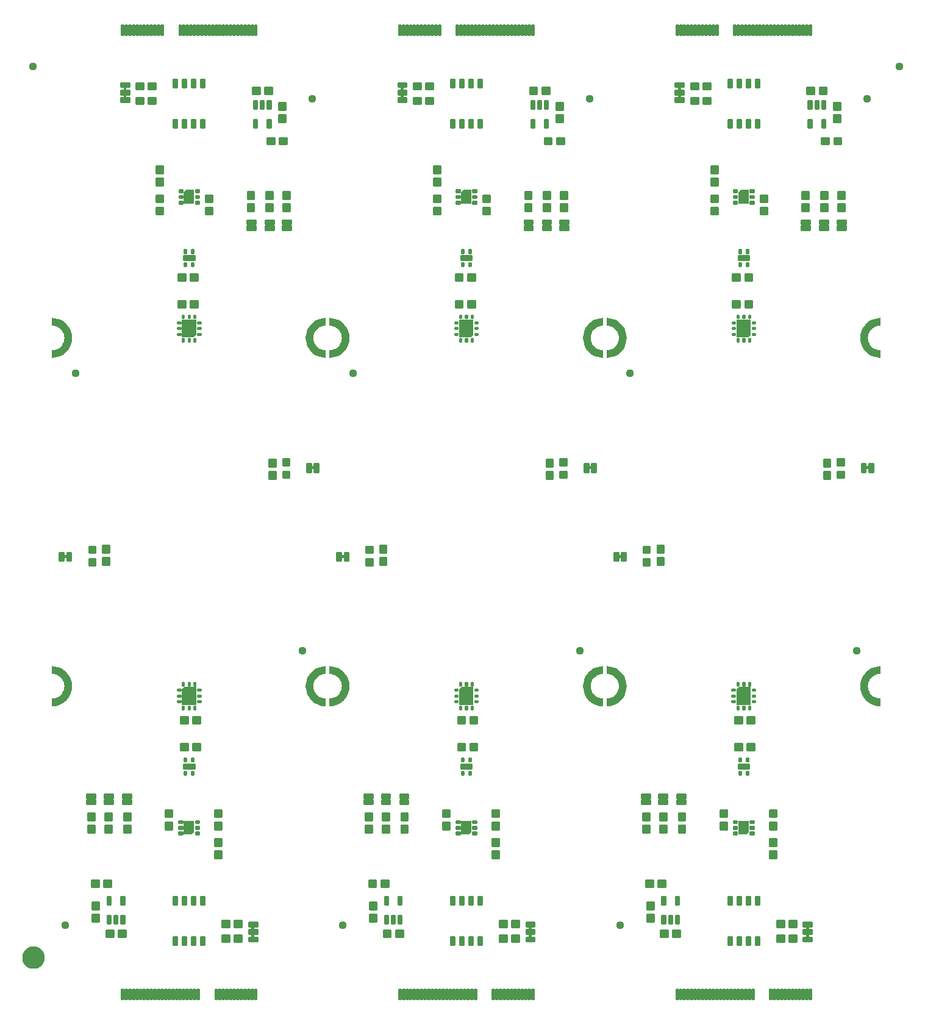
<source format=gts>
G04 EAGLE Gerber RS-274X export*
G75*
%MOMM*%
%FSLAX34Y34*%
%LPD*%
%INSoldermask Top*%
%IPPOS*%
%AMOC8*
5,1,8,0,0,1.08239X$1,22.5*%
G01*
%ADD10C,0.228959*%
%ADD11C,0.736600*%
%ADD12C,0.225400*%
%ADD13C,0.223409*%
%ADD14C,0.428259*%
%ADD15C,0.228344*%
%ADD16C,0.230578*%
%ADD17C,0.228600*%
%ADD18C,0.231559*%
%ADD19C,0.226609*%
%ADD20C,0.225369*%
%ADD21C,1.127000*%
%ADD22C,1.270000*%
%ADD23C,1.627000*%

G36*
X3949Y896029D02*
X3949Y896029D01*
X3958Y896032D01*
X3984Y896034D01*
X7818Y896868D01*
X7827Y896872D01*
X7852Y896878D01*
X11528Y898249D01*
X11536Y898255D01*
X11561Y898264D01*
X15004Y900144D01*
X15011Y900151D01*
X15034Y900163D01*
X18175Y902515D01*
X18181Y902523D01*
X18202Y902538D01*
X20977Y905313D01*
X20981Y905321D01*
X21000Y905339D01*
X23351Y908480D01*
X23355Y908490D01*
X23371Y908510D01*
X25251Y911954D01*
X25253Y911963D01*
X25266Y911986D01*
X26637Y915663D01*
X26638Y915672D01*
X26647Y915697D01*
X27481Y919531D01*
X27480Y919540D01*
X27486Y919566D01*
X27766Y923480D01*
X27764Y923489D01*
X27766Y923515D01*
X27486Y927429D01*
X27485Y927433D01*
X27485Y927436D01*
X27482Y927442D01*
X27481Y927464D01*
X26647Y931298D01*
X26642Y931307D01*
X26637Y931332D01*
X25266Y935008D01*
X25260Y935016D01*
X25251Y935041D01*
X23371Y938484D01*
X23364Y938491D01*
X23351Y938514D01*
X21000Y941655D01*
X20992Y941661D01*
X20977Y941682D01*
X18202Y944457D01*
X18194Y944461D01*
X18175Y944480D01*
X15034Y946831D01*
X15025Y946835D01*
X15004Y946851D01*
X11561Y948731D01*
X11551Y948733D01*
X11528Y948746D01*
X7852Y950117D01*
X7843Y950118D01*
X7818Y950127D01*
X3984Y950961D01*
X3974Y950960D01*
X3949Y950966D01*
X35Y951246D01*
X10Y951241D01*
X-16Y951244D01*
X-57Y951226D01*
X-101Y951217D01*
X-120Y951198D01*
X-144Y951188D01*
X-169Y951150D01*
X-201Y951118D01*
X-206Y951093D01*
X-221Y951071D01*
X-232Y950997D01*
X-232Y940997D01*
X-230Y940990D01*
X-231Y940983D01*
X-210Y940924D01*
X-193Y940863D01*
X-187Y940858D01*
X-185Y940852D01*
X-135Y940813D01*
X-87Y940771D01*
X-80Y940770D01*
X-75Y940766D01*
X-2Y940749D01*
X2716Y940535D01*
X5348Y939903D01*
X7849Y938867D01*
X10157Y937453D01*
X12215Y935695D01*
X13973Y933637D01*
X15387Y931329D01*
X16423Y928828D01*
X17055Y926196D01*
X17267Y923497D01*
X17055Y920799D01*
X16423Y918167D01*
X15387Y915666D01*
X13973Y913358D01*
X12215Y911300D01*
X10157Y909542D01*
X7849Y908128D01*
X5348Y907092D01*
X2716Y906460D01*
X-2Y906246D01*
X-9Y906243D01*
X-16Y906244D01*
X-74Y906219D01*
X-133Y906196D01*
X-137Y906191D01*
X-144Y906188D01*
X-179Y906135D01*
X-216Y906084D01*
X-217Y906077D01*
X-221Y906071D01*
X-232Y905997D01*
X-232Y895997D01*
X-225Y895972D01*
X-227Y895946D01*
X-205Y895907D01*
X-193Y895863D01*
X-173Y895846D01*
X-161Y895823D01*
X-121Y895801D01*
X-87Y895771D01*
X-62Y895767D01*
X-39Y895755D01*
X35Y895749D01*
X3949Y896029D01*
G37*
G36*
X774077Y412531D02*
X774077Y412531D01*
X774086Y412535D01*
X774112Y412536D01*
X777946Y413370D01*
X777955Y413375D01*
X777980Y413380D01*
X781656Y414752D01*
X781664Y414757D01*
X781689Y414766D01*
X785132Y416647D01*
X785139Y416654D01*
X785162Y416666D01*
X788303Y419017D01*
X788309Y419025D01*
X788330Y419041D01*
X791105Y421815D01*
X791109Y421824D01*
X791128Y421842D01*
X793479Y424983D01*
X793483Y424992D01*
X793499Y425013D01*
X795379Y428457D01*
X795381Y428466D01*
X795394Y428489D01*
X796765Y432165D01*
X796766Y432175D01*
X796775Y432199D01*
X797609Y436033D01*
X797608Y436043D01*
X797614Y436069D01*
X797894Y439982D01*
X797892Y439992D01*
X797894Y440018D01*
X797614Y443931D01*
X797613Y443936D01*
X797613Y443939D01*
X797610Y443945D01*
X797609Y443967D01*
X796775Y447801D01*
X796770Y447809D01*
X796765Y447835D01*
X795394Y451511D01*
X795388Y451519D01*
X795379Y451543D01*
X793499Y454987D01*
X793492Y454994D01*
X793479Y455017D01*
X791128Y458158D01*
X791120Y458164D01*
X791105Y458185D01*
X788330Y460959D01*
X788322Y460964D01*
X788303Y460983D01*
X785162Y463334D01*
X785153Y463337D01*
X785132Y463353D01*
X781689Y465234D01*
X781679Y465236D01*
X781656Y465248D01*
X777980Y466620D01*
X777971Y466620D01*
X777946Y466630D01*
X774112Y467464D01*
X774102Y467463D01*
X774077Y467469D01*
X770163Y467749D01*
X770138Y467743D01*
X770112Y467747D01*
X770071Y467729D01*
X770027Y467719D01*
X770008Y467701D01*
X769984Y467690D01*
X769959Y467652D01*
X769927Y467621D01*
X769922Y467595D01*
X769907Y467574D01*
X769896Y467500D01*
X769896Y457500D01*
X769898Y457493D01*
X769897Y457486D01*
X769918Y457427D01*
X769935Y457366D01*
X769941Y457361D01*
X769943Y457354D01*
X769993Y457316D01*
X770041Y457274D01*
X770048Y457273D01*
X770053Y457268D01*
X770126Y457252D01*
X772844Y457038D01*
X775476Y456406D01*
X777977Y455370D01*
X780285Y453956D01*
X782343Y452198D01*
X784101Y450139D01*
X785515Y447831D01*
X786551Y445331D01*
X787183Y442698D01*
X787395Y440000D01*
X787183Y437302D01*
X786551Y434669D01*
X785515Y432169D01*
X784101Y429861D01*
X782343Y427802D01*
X780285Y426044D01*
X777977Y424630D01*
X775476Y423594D01*
X772844Y422962D01*
X770126Y422748D01*
X770119Y422746D01*
X770112Y422747D01*
X770054Y422721D01*
X769995Y422699D01*
X769991Y422693D01*
X769984Y422690D01*
X769949Y422637D01*
X769912Y422587D01*
X769911Y422580D01*
X769907Y422574D01*
X769896Y422500D01*
X769896Y412500D01*
X769903Y412475D01*
X769901Y412449D01*
X769923Y412409D01*
X769935Y412366D01*
X769955Y412349D01*
X769967Y412326D01*
X770007Y412304D01*
X770041Y412274D01*
X770066Y412270D01*
X770089Y412257D01*
X770163Y412251D01*
X774077Y412531D01*
G37*
G36*
X774102Y896029D02*
X774102Y896029D01*
X774111Y896032D01*
X774137Y896034D01*
X777971Y896868D01*
X777980Y896872D01*
X778006Y896878D01*
X781682Y898249D01*
X781690Y898255D01*
X781714Y898264D01*
X785158Y900144D01*
X785165Y900151D01*
X785188Y900163D01*
X788329Y902515D01*
X788335Y902523D01*
X788356Y902538D01*
X791130Y905313D01*
X791135Y905321D01*
X791153Y905339D01*
X793505Y908480D01*
X793508Y908490D01*
X793524Y908510D01*
X795404Y911954D01*
X795407Y911963D01*
X795419Y911986D01*
X796790Y915663D01*
X796791Y915672D01*
X796800Y915697D01*
X797634Y919531D01*
X797634Y919540D01*
X797640Y919566D01*
X797919Y923480D01*
X797917Y923489D01*
X797919Y923515D01*
X797640Y927429D01*
X797638Y927433D01*
X797638Y927436D01*
X797636Y927442D01*
X797634Y927464D01*
X796800Y931298D01*
X796796Y931307D01*
X796790Y931332D01*
X795419Y935008D01*
X795413Y935016D01*
X795404Y935041D01*
X793524Y938484D01*
X793517Y938491D01*
X793505Y938514D01*
X791153Y941655D01*
X791146Y941661D01*
X791130Y941682D01*
X788356Y944457D01*
X788347Y944461D01*
X788329Y944480D01*
X785188Y946831D01*
X785179Y946835D01*
X785158Y946851D01*
X781714Y948731D01*
X781705Y948733D01*
X781682Y948746D01*
X778006Y950117D01*
X777996Y950118D01*
X777971Y950127D01*
X774137Y950961D01*
X774128Y950960D01*
X774102Y950966D01*
X770189Y951246D01*
X770163Y951241D01*
X770137Y951244D01*
X770096Y951226D01*
X770052Y951217D01*
X770034Y951198D01*
X770010Y951188D01*
X769985Y951150D01*
X769953Y951118D01*
X769947Y951093D01*
X769933Y951071D01*
X769922Y950997D01*
X769922Y940997D01*
X769924Y940990D01*
X769922Y940983D01*
X769943Y940924D01*
X769961Y940863D01*
X769966Y940858D01*
X769969Y940852D01*
X770018Y940813D01*
X770066Y940771D01*
X770073Y940770D01*
X770079Y940766D01*
X770151Y940749D01*
X772869Y940535D01*
X775501Y939903D01*
X778002Y938867D01*
X780310Y937453D01*
X782368Y935695D01*
X784126Y933637D01*
X785541Y931329D01*
X786577Y928828D01*
X787208Y926196D01*
X787421Y923497D01*
X787208Y920799D01*
X786577Y918167D01*
X785541Y915666D01*
X784126Y913358D01*
X782368Y911300D01*
X780310Y909542D01*
X778002Y908128D01*
X775501Y907092D01*
X772869Y906460D01*
X770151Y906246D01*
X770145Y906243D01*
X770137Y906244D01*
X770080Y906219D01*
X770021Y906196D01*
X770016Y906191D01*
X770010Y906188D01*
X769975Y906135D01*
X769937Y906084D01*
X769937Y906077D01*
X769933Y906071D01*
X769922Y905997D01*
X769922Y895997D01*
X769929Y895972D01*
X769927Y895946D01*
X769948Y895907D01*
X769961Y895863D01*
X769980Y895846D01*
X769993Y895823D01*
X770032Y895801D01*
X770066Y895771D01*
X770092Y895767D01*
X770115Y895755D01*
X770189Y895749D01*
X774102Y896029D01*
G37*
G36*
X389013Y896029D02*
X389013Y896029D01*
X389022Y896032D01*
X389048Y896034D01*
X392882Y896868D01*
X392891Y896872D01*
X392916Y896878D01*
X396592Y898249D01*
X396600Y898255D01*
X396625Y898264D01*
X400068Y900144D01*
X400075Y900151D01*
X400098Y900163D01*
X403239Y902515D01*
X403245Y902523D01*
X403266Y902538D01*
X406041Y905313D01*
X406045Y905321D01*
X406064Y905339D01*
X408415Y908480D01*
X408419Y908490D01*
X408435Y908510D01*
X410315Y911954D01*
X410317Y911963D01*
X410330Y911986D01*
X411701Y915663D01*
X411702Y915672D01*
X411711Y915697D01*
X412545Y919531D01*
X412544Y919540D01*
X412550Y919566D01*
X412830Y923480D01*
X412828Y923489D01*
X412830Y923515D01*
X412550Y927429D01*
X412549Y927433D01*
X412549Y927436D01*
X412546Y927442D01*
X412545Y927464D01*
X411711Y931298D01*
X411706Y931307D01*
X411701Y931332D01*
X410330Y935008D01*
X410324Y935016D01*
X410315Y935041D01*
X408435Y938484D01*
X408428Y938491D01*
X408415Y938514D01*
X406064Y941655D01*
X406056Y941661D01*
X406041Y941682D01*
X403266Y944457D01*
X403258Y944461D01*
X403239Y944480D01*
X400098Y946831D01*
X400089Y946835D01*
X400068Y946851D01*
X396625Y948731D01*
X396615Y948733D01*
X396592Y948746D01*
X392916Y950117D01*
X392907Y950118D01*
X392882Y950127D01*
X389048Y950961D01*
X389038Y950960D01*
X389013Y950966D01*
X385099Y951246D01*
X385074Y951241D01*
X385048Y951244D01*
X385007Y951226D01*
X384963Y951217D01*
X384944Y951198D01*
X384920Y951188D01*
X384895Y951150D01*
X384863Y951118D01*
X384858Y951093D01*
X384843Y951071D01*
X384832Y950997D01*
X384832Y940997D01*
X384834Y940990D01*
X384833Y940983D01*
X384854Y940924D01*
X384871Y940863D01*
X384877Y940858D01*
X384879Y940852D01*
X384929Y940813D01*
X384977Y940771D01*
X384984Y940770D01*
X384989Y940766D01*
X385062Y940749D01*
X387780Y940535D01*
X390412Y939903D01*
X392913Y938867D01*
X395221Y937453D01*
X397279Y935695D01*
X399037Y933637D01*
X400451Y931329D01*
X401487Y928828D01*
X402119Y926196D01*
X402331Y923497D01*
X402119Y920799D01*
X401487Y918167D01*
X400451Y915666D01*
X399037Y913358D01*
X397279Y911300D01*
X395221Y909542D01*
X392913Y908128D01*
X390412Y907092D01*
X387780Y906460D01*
X385062Y906246D01*
X385055Y906243D01*
X385048Y906244D01*
X384990Y906219D01*
X384931Y906196D01*
X384927Y906191D01*
X384920Y906188D01*
X384885Y906135D01*
X384848Y906084D01*
X384847Y906077D01*
X384843Y906071D01*
X384832Y905997D01*
X384832Y895997D01*
X384839Y895972D01*
X384837Y895946D01*
X384859Y895907D01*
X384871Y895863D01*
X384891Y895846D01*
X384903Y895823D01*
X384943Y895801D01*
X384977Y895771D01*
X385002Y895767D01*
X385025Y895755D01*
X385099Y895749D01*
X389013Y896029D01*
G37*
G36*
X389013Y412531D02*
X389013Y412531D01*
X389022Y412535D01*
X389048Y412536D01*
X392882Y413370D01*
X392891Y413375D01*
X392916Y413380D01*
X396592Y414752D01*
X396600Y414757D01*
X396625Y414766D01*
X400068Y416647D01*
X400075Y416654D01*
X400098Y416666D01*
X403239Y419017D01*
X403245Y419025D01*
X403266Y419041D01*
X406041Y421815D01*
X406045Y421824D01*
X406064Y421842D01*
X408415Y424983D01*
X408419Y424992D01*
X408435Y425013D01*
X410315Y428457D01*
X410317Y428466D01*
X410330Y428489D01*
X411701Y432165D01*
X411702Y432175D01*
X411711Y432199D01*
X412545Y436033D01*
X412544Y436043D01*
X412550Y436069D01*
X412830Y439982D01*
X412828Y439992D01*
X412830Y440018D01*
X412550Y443931D01*
X412549Y443936D01*
X412549Y443939D01*
X412546Y443945D01*
X412545Y443967D01*
X411711Y447801D01*
X411706Y447809D01*
X411701Y447835D01*
X410330Y451511D01*
X410324Y451519D01*
X410315Y451543D01*
X408435Y454987D01*
X408428Y454994D01*
X408415Y455017D01*
X406064Y458158D01*
X406056Y458164D01*
X406041Y458185D01*
X403266Y460959D01*
X403258Y460964D01*
X403239Y460983D01*
X400098Y463334D01*
X400089Y463337D01*
X400068Y463353D01*
X396625Y465234D01*
X396615Y465236D01*
X396592Y465248D01*
X392916Y466620D01*
X392907Y466620D01*
X392882Y466630D01*
X389048Y467464D01*
X389038Y467463D01*
X389013Y467469D01*
X385099Y467749D01*
X385074Y467743D01*
X385048Y467747D01*
X385007Y467729D01*
X384963Y467719D01*
X384944Y467701D01*
X384920Y467690D01*
X384895Y467652D01*
X384863Y467621D01*
X384858Y467595D01*
X384843Y467574D01*
X384832Y467500D01*
X384832Y457500D01*
X384834Y457493D01*
X384833Y457486D01*
X384854Y457427D01*
X384871Y457366D01*
X384877Y457361D01*
X384879Y457354D01*
X384929Y457316D01*
X384977Y457274D01*
X384984Y457273D01*
X384989Y457268D01*
X385062Y457252D01*
X387780Y457038D01*
X390412Y456406D01*
X392913Y455370D01*
X395221Y453956D01*
X397279Y452198D01*
X399037Y450139D01*
X400451Y447831D01*
X401487Y445331D01*
X402119Y442698D01*
X402331Y440000D01*
X402119Y437302D01*
X401487Y434669D01*
X400451Y432169D01*
X399037Y429861D01*
X397279Y427802D01*
X395221Y426044D01*
X392913Y424630D01*
X390412Y423594D01*
X387780Y422962D01*
X385062Y422748D01*
X385055Y422746D01*
X385048Y422747D01*
X384990Y422721D01*
X384931Y422699D01*
X384927Y422693D01*
X384920Y422690D01*
X384885Y422637D01*
X384848Y422587D01*
X384847Y422580D01*
X384843Y422574D01*
X384832Y422500D01*
X384832Y412500D01*
X384839Y412475D01*
X384837Y412449D01*
X384859Y412409D01*
X384871Y412366D01*
X384891Y412349D01*
X384903Y412326D01*
X384943Y412304D01*
X384977Y412274D01*
X385002Y412270D01*
X385025Y412257D01*
X385099Y412251D01*
X389013Y412531D01*
G37*
G36*
X3923Y412531D02*
X3923Y412531D01*
X3933Y412535D01*
X3959Y412536D01*
X7793Y413370D01*
X7801Y413375D01*
X7827Y413380D01*
X11503Y414752D01*
X11511Y414757D01*
X11535Y414766D01*
X14979Y416647D01*
X14986Y416654D01*
X15009Y416666D01*
X18150Y419017D01*
X18156Y419025D01*
X18177Y419041D01*
X20951Y421815D01*
X20956Y421824D01*
X20975Y421842D01*
X23326Y424983D01*
X23329Y424992D01*
X23345Y425013D01*
X25226Y428457D01*
X25228Y428466D01*
X25240Y428489D01*
X26612Y432165D01*
X26612Y432175D01*
X26622Y432199D01*
X27456Y436033D01*
X27455Y436043D01*
X27461Y436069D01*
X27741Y439982D01*
X27739Y439992D01*
X27741Y440018D01*
X27461Y443931D01*
X27459Y443936D01*
X27460Y443939D01*
X27457Y443945D01*
X27456Y443967D01*
X26622Y447801D01*
X26617Y447809D01*
X26612Y447835D01*
X25240Y451511D01*
X25235Y451519D01*
X25226Y451543D01*
X23345Y454987D01*
X23338Y454994D01*
X23326Y455017D01*
X20975Y458158D01*
X20967Y458164D01*
X20951Y458185D01*
X18177Y460959D01*
X18168Y460964D01*
X18150Y460983D01*
X15009Y463334D01*
X15000Y463337D01*
X14979Y463353D01*
X11535Y465234D01*
X11526Y465236D01*
X11503Y465248D01*
X7827Y466620D01*
X7817Y466620D01*
X7793Y466630D01*
X3959Y467464D01*
X3949Y467463D01*
X3923Y467469D01*
X10Y467749D01*
X-16Y467743D01*
X-41Y467747D01*
X-83Y467729D01*
X-127Y467719D01*
X-145Y467701D01*
X-169Y467690D01*
X-194Y467652D01*
X-226Y467621D01*
X-232Y467595D01*
X-246Y467574D01*
X-257Y467500D01*
X-257Y457500D01*
X-255Y457493D01*
X-257Y457486D01*
X-236Y457427D01*
X-218Y457366D01*
X-213Y457361D01*
X-210Y457354D01*
X-160Y457316D01*
X-113Y457274D01*
X-106Y457273D01*
X-100Y457268D01*
X-28Y457252D01*
X2690Y457038D01*
X5323Y456406D01*
X7823Y455370D01*
X10131Y453956D01*
X12190Y452198D01*
X13948Y450139D01*
X15362Y447831D01*
X16398Y445331D01*
X17030Y442698D01*
X17242Y440000D01*
X17030Y437302D01*
X16398Y434669D01*
X15362Y432169D01*
X13948Y429861D01*
X12190Y427802D01*
X10131Y426044D01*
X7823Y424630D01*
X5323Y423594D01*
X2690Y422962D01*
X-28Y422748D01*
X-34Y422746D01*
X-41Y422747D01*
X-99Y422721D01*
X-158Y422699D01*
X-163Y422693D01*
X-169Y422690D01*
X-204Y422637D01*
X-242Y422587D01*
X-242Y422580D01*
X-246Y422574D01*
X-257Y422500D01*
X-257Y412500D01*
X-250Y412475D01*
X-252Y412449D01*
X-231Y412409D01*
X-218Y412366D01*
X-198Y412349D01*
X-186Y412326D01*
X-147Y412304D01*
X-113Y412274D01*
X-87Y412270D01*
X-64Y412257D01*
X10Y412251D01*
X3923Y412531D01*
G37*
G36*
X380000Y412257D02*
X380000Y412257D01*
X380025Y412253D01*
X380067Y412271D01*
X380111Y412281D01*
X380129Y412299D01*
X380153Y412310D01*
X380178Y412348D01*
X380210Y412379D01*
X380216Y412405D01*
X380230Y412427D01*
X380241Y412500D01*
X380241Y422500D01*
X380239Y422507D01*
X380241Y422514D01*
X380220Y422573D01*
X380202Y422634D01*
X380197Y422639D01*
X380194Y422646D01*
X380144Y422685D01*
X380097Y422726D01*
X380090Y422727D01*
X380084Y422732D01*
X380012Y422748D01*
X377294Y422962D01*
X374661Y423594D01*
X372161Y424630D01*
X369853Y426044D01*
X367794Y427802D01*
X366036Y429861D01*
X364622Y432169D01*
X363586Y434669D01*
X362954Y437302D01*
X362742Y440000D01*
X362954Y442698D01*
X363586Y445331D01*
X364622Y447831D01*
X366036Y450139D01*
X367794Y452198D01*
X369853Y453956D01*
X372161Y455370D01*
X374661Y456406D01*
X377294Y457038D01*
X380012Y457252D01*
X380018Y457254D01*
X380025Y457253D01*
X380083Y457279D01*
X380142Y457301D01*
X380147Y457307D01*
X380153Y457310D01*
X380188Y457363D01*
X380226Y457413D01*
X380226Y457421D01*
X380230Y457427D01*
X380241Y457500D01*
X380241Y467500D01*
X380234Y467525D01*
X380236Y467551D01*
X380215Y467591D01*
X380202Y467634D01*
X380182Y467651D01*
X380170Y467674D01*
X380131Y467696D01*
X380097Y467726D01*
X380071Y467730D01*
X380048Y467743D01*
X379974Y467749D01*
X376061Y467469D01*
X376051Y467465D01*
X376025Y467464D01*
X372191Y466630D01*
X372183Y466625D01*
X372157Y466620D01*
X368481Y465248D01*
X368473Y465243D01*
X368449Y465234D01*
X365005Y463353D01*
X364998Y463346D01*
X364975Y463334D01*
X361834Y460983D01*
X361828Y460975D01*
X361807Y460959D01*
X359033Y458185D01*
X359028Y458176D01*
X359009Y458158D01*
X356658Y455017D01*
X356655Y455008D01*
X356639Y454987D01*
X354758Y451543D01*
X354756Y451534D01*
X354744Y451511D01*
X353372Y447835D01*
X353372Y447825D01*
X353362Y447801D01*
X352528Y443967D01*
X352529Y443957D01*
X352523Y443931D01*
X352243Y440018D01*
X352245Y440008D01*
X352243Y439982D01*
X352523Y436069D01*
X352527Y436059D01*
X352528Y436033D01*
X353362Y432199D01*
X353367Y432191D01*
X353372Y432165D01*
X354744Y428489D01*
X354749Y428481D01*
X354758Y428457D01*
X356639Y425013D01*
X356646Y425006D01*
X356658Y424983D01*
X359009Y421842D01*
X359017Y421836D01*
X359033Y421815D01*
X361807Y419041D01*
X361816Y419036D01*
X361834Y419017D01*
X364975Y416666D01*
X364984Y416663D01*
X365005Y416647D01*
X368449Y414766D01*
X368458Y414764D01*
X368481Y414752D01*
X372157Y413380D01*
X372167Y413380D01*
X372191Y413370D01*
X376025Y412536D01*
X376035Y412537D01*
X376061Y412531D01*
X379974Y412251D01*
X380000Y412257D01*
G37*
G36*
X765089Y412257D02*
X765089Y412257D01*
X765115Y412253D01*
X765156Y412271D01*
X765200Y412281D01*
X765219Y412299D01*
X765243Y412310D01*
X765267Y412348D01*
X765300Y412379D01*
X765305Y412405D01*
X765320Y412427D01*
X765331Y412500D01*
X765331Y422500D01*
X765329Y422507D01*
X765330Y422514D01*
X765309Y422573D01*
X765291Y422634D01*
X765286Y422639D01*
X765284Y422646D01*
X765234Y422685D01*
X765186Y422726D01*
X765179Y422727D01*
X765173Y422732D01*
X765101Y422748D01*
X762383Y422962D01*
X759751Y423594D01*
X757250Y424630D01*
X754942Y426044D01*
X752884Y427802D01*
X751126Y429861D01*
X749712Y432169D01*
X748676Y434669D01*
X748044Y437302D01*
X747831Y440000D01*
X748044Y442698D01*
X748676Y445331D01*
X749712Y447831D01*
X751126Y450139D01*
X752884Y452198D01*
X754942Y453956D01*
X757250Y455370D01*
X759751Y456406D01*
X762383Y457038D01*
X765101Y457252D01*
X765108Y457254D01*
X765115Y457253D01*
X765173Y457279D01*
X765232Y457301D01*
X765236Y457307D01*
X765243Y457310D01*
X765277Y457363D01*
X765315Y457413D01*
X765316Y457421D01*
X765320Y457427D01*
X765331Y457500D01*
X765331Y467500D01*
X765323Y467525D01*
X765325Y467551D01*
X765304Y467591D01*
X765291Y467634D01*
X765272Y467651D01*
X765260Y467674D01*
X765220Y467696D01*
X765186Y467726D01*
X765160Y467730D01*
X765138Y467743D01*
X765064Y467749D01*
X761150Y467469D01*
X761141Y467465D01*
X761115Y467464D01*
X757281Y466630D01*
X757272Y466625D01*
X757247Y466620D01*
X753570Y465248D01*
X753563Y465243D01*
X753538Y465234D01*
X750094Y463353D01*
X750088Y463346D01*
X750064Y463334D01*
X746923Y460983D01*
X746918Y460975D01*
X746897Y460959D01*
X744122Y458185D01*
X744117Y458176D01*
X744099Y458158D01*
X741747Y455017D01*
X741744Y455008D01*
X741728Y454987D01*
X739848Y451543D01*
X739846Y451534D01*
X739833Y451511D01*
X738462Y447835D01*
X738461Y447825D01*
X738452Y447801D01*
X737618Y443967D01*
X737618Y443957D01*
X737613Y443931D01*
X737333Y440018D01*
X737335Y440008D01*
X737333Y439982D01*
X737613Y436069D01*
X737616Y436059D01*
X737618Y436033D01*
X738452Y432199D01*
X738456Y432191D01*
X738462Y432165D01*
X739833Y428489D01*
X739839Y428481D01*
X739848Y428457D01*
X741728Y425013D01*
X741735Y425006D01*
X741747Y424983D01*
X744099Y421842D01*
X744107Y421836D01*
X744122Y421815D01*
X746897Y419041D01*
X746905Y419036D01*
X746923Y419017D01*
X750064Y416666D01*
X750074Y416663D01*
X750094Y416647D01*
X753538Y414766D01*
X753547Y414764D01*
X753570Y414752D01*
X757247Y413380D01*
X757256Y413380D01*
X757281Y413370D01*
X761115Y412536D01*
X761124Y412537D01*
X761150Y412531D01*
X765064Y412251D01*
X765089Y412257D01*
G37*
G36*
X765089Y895754D02*
X765089Y895754D01*
X765115Y895750D01*
X765156Y895769D01*
X765200Y895778D01*
X765219Y895797D01*
X765243Y895807D01*
X765267Y895845D01*
X765300Y895877D01*
X765305Y895902D01*
X765320Y895924D01*
X765331Y895997D01*
X765331Y905997D01*
X765329Y906004D01*
X765330Y906011D01*
X765309Y906071D01*
X765291Y906132D01*
X765286Y906136D01*
X765284Y906143D01*
X765234Y906182D01*
X765186Y906224D01*
X765179Y906225D01*
X765173Y906229D01*
X765101Y906246D01*
X762383Y906460D01*
X759751Y907092D01*
X757250Y908128D01*
X754942Y909542D01*
X752884Y911300D01*
X751126Y913358D01*
X749712Y915666D01*
X748676Y918167D01*
X748044Y920799D01*
X747831Y923497D01*
X748044Y926196D01*
X748676Y928828D01*
X749712Y931329D01*
X751126Y933637D01*
X752884Y935695D01*
X754942Y937453D01*
X757250Y938867D01*
X759751Y939903D01*
X762383Y940535D01*
X765101Y940749D01*
X765108Y940752D01*
X765115Y940750D01*
X765173Y940776D01*
X765232Y940799D01*
X765236Y940804D01*
X765243Y940807D01*
X765277Y940860D01*
X765315Y940911D01*
X765316Y940918D01*
X765320Y940924D01*
X765331Y940997D01*
X765331Y950997D01*
X765323Y951022D01*
X765325Y951048D01*
X765304Y951088D01*
X765291Y951132D01*
X765272Y951149D01*
X765260Y951172D01*
X765220Y951194D01*
X765186Y951224D01*
X765160Y951227D01*
X765138Y951240D01*
X765064Y951246D01*
X761150Y950966D01*
X761141Y950963D01*
X761115Y950961D01*
X757281Y950127D01*
X757272Y950122D01*
X757247Y950117D01*
X753570Y948746D01*
X753563Y948740D01*
X753538Y948731D01*
X750094Y946851D01*
X750088Y946844D01*
X750064Y946831D01*
X746923Y944480D01*
X746918Y944472D01*
X746897Y944457D01*
X744122Y941682D01*
X744117Y941674D01*
X744099Y941655D01*
X741747Y938514D01*
X741744Y938505D01*
X741728Y938484D01*
X739848Y935041D01*
X739846Y935031D01*
X739833Y935008D01*
X738462Y931332D01*
X738461Y931323D01*
X738452Y931298D01*
X737618Y927464D01*
X737618Y927454D01*
X737613Y927429D01*
X737333Y923515D01*
X737335Y923506D01*
X737333Y923480D01*
X737613Y919566D01*
X737616Y919557D01*
X737618Y919531D01*
X738452Y915697D01*
X738456Y915688D01*
X738462Y915663D01*
X739833Y911986D01*
X739839Y911979D01*
X739848Y911954D01*
X741728Y908510D01*
X741735Y908504D01*
X741747Y908480D01*
X744099Y905339D01*
X744107Y905334D01*
X744122Y905313D01*
X746897Y902538D01*
X746905Y902533D01*
X746923Y902515D01*
X750064Y900163D01*
X750074Y900160D01*
X750094Y900144D01*
X753538Y898264D01*
X753547Y898262D01*
X753570Y898249D01*
X757247Y896878D01*
X757256Y896877D01*
X757281Y896868D01*
X761115Y896034D01*
X761124Y896034D01*
X761150Y896029D01*
X765064Y895749D01*
X765089Y895754D01*
G37*
G36*
X1150153Y412257D02*
X1150153Y412257D01*
X1150179Y412253D01*
X1150220Y412271D01*
X1150264Y412281D01*
X1150283Y412299D01*
X1150307Y412310D01*
X1150331Y412348D01*
X1150364Y412379D01*
X1150369Y412405D01*
X1150384Y412427D01*
X1150395Y412500D01*
X1150395Y422500D01*
X1150393Y422507D01*
X1150394Y422514D01*
X1150373Y422573D01*
X1150355Y422634D01*
X1150350Y422639D01*
X1150348Y422646D01*
X1150298Y422685D01*
X1150250Y422726D01*
X1150243Y422727D01*
X1150237Y422732D01*
X1150165Y422748D01*
X1147447Y422962D01*
X1144815Y423594D01*
X1142314Y424630D01*
X1140006Y426044D01*
X1137948Y427802D01*
X1136190Y429861D01*
X1134776Y432169D01*
X1133740Y434669D01*
X1133108Y437302D01*
X1132895Y440000D01*
X1133108Y442698D01*
X1133740Y445331D01*
X1134776Y447831D01*
X1136190Y450139D01*
X1137948Y452198D01*
X1140006Y453956D01*
X1142314Y455370D01*
X1144815Y456406D01*
X1147447Y457038D01*
X1150165Y457252D01*
X1150172Y457254D01*
X1150179Y457253D01*
X1150237Y457279D01*
X1150296Y457301D01*
X1150300Y457307D01*
X1150307Y457310D01*
X1150341Y457363D01*
X1150379Y457413D01*
X1150380Y457421D01*
X1150384Y457427D01*
X1150395Y457500D01*
X1150395Y467500D01*
X1150387Y467525D01*
X1150389Y467551D01*
X1150368Y467591D01*
X1150355Y467634D01*
X1150336Y467651D01*
X1150324Y467674D01*
X1150284Y467696D01*
X1150250Y467726D01*
X1150224Y467730D01*
X1150202Y467743D01*
X1150128Y467749D01*
X1146214Y467469D01*
X1146205Y467465D01*
X1146179Y467464D01*
X1142345Y466630D01*
X1142336Y466625D01*
X1142311Y466620D01*
X1138634Y465248D01*
X1138627Y465243D01*
X1138602Y465234D01*
X1135158Y463353D01*
X1135152Y463346D01*
X1135128Y463334D01*
X1131987Y460983D01*
X1131982Y460975D01*
X1131961Y460959D01*
X1129186Y458185D01*
X1129181Y458176D01*
X1129163Y458158D01*
X1126811Y455017D01*
X1126808Y455008D01*
X1126792Y454987D01*
X1124912Y451543D01*
X1124910Y451534D01*
X1124897Y451511D01*
X1123526Y447835D01*
X1123525Y447825D01*
X1123516Y447801D01*
X1122682Y443967D01*
X1122682Y443957D01*
X1122677Y443931D01*
X1122397Y440018D01*
X1122399Y440008D01*
X1122397Y439982D01*
X1122677Y436069D01*
X1122680Y436059D01*
X1122682Y436033D01*
X1123516Y432199D01*
X1123520Y432191D01*
X1123526Y432165D01*
X1124897Y428489D01*
X1124903Y428481D01*
X1124912Y428457D01*
X1126792Y425013D01*
X1126799Y425006D01*
X1126811Y424983D01*
X1129163Y421842D01*
X1129171Y421836D01*
X1129186Y421815D01*
X1131961Y419041D01*
X1131969Y419036D01*
X1131987Y419017D01*
X1135128Y416666D01*
X1135138Y416663D01*
X1135158Y416647D01*
X1138602Y414766D01*
X1138611Y414764D01*
X1138634Y414752D01*
X1142311Y413380D01*
X1142320Y413380D01*
X1142345Y413370D01*
X1146179Y412536D01*
X1146188Y412537D01*
X1146214Y412531D01*
X1150128Y412251D01*
X1150153Y412257D01*
G37*
G36*
X1150179Y895754D02*
X1150179Y895754D01*
X1150204Y895750D01*
X1150246Y895769D01*
X1150290Y895778D01*
X1150308Y895797D01*
X1150332Y895807D01*
X1150357Y895845D01*
X1150389Y895877D01*
X1150395Y895902D01*
X1150409Y895924D01*
X1150420Y895997D01*
X1150420Y905997D01*
X1150418Y906004D01*
X1150420Y906011D01*
X1150399Y906071D01*
X1150381Y906132D01*
X1150375Y906136D01*
X1150373Y906143D01*
X1150323Y906182D01*
X1150276Y906224D01*
X1150268Y906225D01*
X1150263Y906229D01*
X1150190Y906246D01*
X1147472Y906460D01*
X1144840Y907092D01*
X1142339Y908128D01*
X1140032Y909542D01*
X1137973Y911300D01*
X1136215Y913358D01*
X1134801Y915666D01*
X1133765Y918167D01*
X1133133Y920799D01*
X1132921Y923497D01*
X1133133Y926196D01*
X1133765Y928828D01*
X1134801Y931329D01*
X1136215Y933637D01*
X1137973Y935695D01*
X1140032Y937453D01*
X1142339Y938867D01*
X1144840Y939903D01*
X1147472Y940535D01*
X1150190Y940749D01*
X1150197Y940752D01*
X1150204Y940750D01*
X1150262Y940776D01*
X1150321Y940799D01*
X1150325Y940804D01*
X1150332Y940807D01*
X1150367Y940860D01*
X1150405Y940911D01*
X1150405Y940918D01*
X1150409Y940924D01*
X1150420Y940997D01*
X1150420Y950997D01*
X1150413Y951022D01*
X1150415Y951048D01*
X1150394Y951088D01*
X1150381Y951132D01*
X1150361Y951149D01*
X1150349Y951172D01*
X1150310Y951194D01*
X1150276Y951224D01*
X1150250Y951227D01*
X1150227Y951240D01*
X1150153Y951246D01*
X1146239Y950966D01*
X1146230Y950963D01*
X1146204Y950961D01*
X1142370Y950127D01*
X1142362Y950122D01*
X1142336Y950117D01*
X1138660Y948746D01*
X1138652Y948740D01*
X1138627Y948731D01*
X1135184Y946851D01*
X1135177Y946844D01*
X1135154Y946831D01*
X1132013Y944480D01*
X1132007Y944472D01*
X1131986Y944457D01*
X1129211Y941682D01*
X1129207Y941674D01*
X1129188Y941655D01*
X1126837Y938514D01*
X1126833Y938505D01*
X1126818Y938484D01*
X1124937Y935041D01*
X1124935Y935031D01*
X1124922Y935008D01*
X1123551Y931332D01*
X1123551Y931323D01*
X1123541Y931298D01*
X1122707Y927464D01*
X1122708Y927454D01*
X1122702Y927429D01*
X1122422Y923515D01*
X1122424Y923506D01*
X1122422Y923480D01*
X1122702Y919566D01*
X1122705Y919557D01*
X1122707Y919531D01*
X1123541Y915697D01*
X1123546Y915688D01*
X1123551Y915663D01*
X1124922Y911986D01*
X1124928Y911979D01*
X1124937Y911954D01*
X1126818Y908510D01*
X1126824Y908504D01*
X1126837Y908480D01*
X1129188Y905339D01*
X1129196Y905334D01*
X1129211Y905313D01*
X1131986Y902538D01*
X1131994Y902533D01*
X1132013Y902515D01*
X1135154Y900163D01*
X1135163Y900160D01*
X1135184Y900144D01*
X1138627Y898264D01*
X1138637Y898262D01*
X1138660Y898249D01*
X1142336Y896878D01*
X1142346Y896877D01*
X1142370Y896868D01*
X1146204Y896034D01*
X1146214Y896034D01*
X1146239Y896029D01*
X1150153Y895749D01*
X1150179Y895754D01*
G37*
G36*
X380025Y895754D02*
X380025Y895754D01*
X380051Y895750D01*
X380092Y895769D01*
X380136Y895778D01*
X380155Y895797D01*
X380179Y895807D01*
X380203Y895845D01*
X380236Y895877D01*
X380241Y895902D01*
X380256Y895924D01*
X380267Y895997D01*
X380267Y905997D01*
X380265Y906004D01*
X380266Y906011D01*
X380245Y906071D01*
X380227Y906132D01*
X380222Y906136D01*
X380220Y906143D01*
X380170Y906182D01*
X380122Y906224D01*
X380115Y906225D01*
X380109Y906229D01*
X380037Y906246D01*
X377319Y906460D01*
X374687Y907092D01*
X372186Y908128D01*
X369878Y909542D01*
X367820Y911300D01*
X366062Y913358D01*
X364648Y915666D01*
X363612Y918167D01*
X362980Y920799D01*
X362767Y923497D01*
X362980Y926196D01*
X363612Y928828D01*
X364648Y931329D01*
X366062Y933637D01*
X367820Y935695D01*
X369878Y937453D01*
X372186Y938867D01*
X374687Y939903D01*
X377319Y940535D01*
X380037Y940749D01*
X380044Y940752D01*
X380051Y940750D01*
X380109Y940776D01*
X380168Y940799D01*
X380172Y940804D01*
X380179Y940807D01*
X380213Y940860D01*
X380251Y940911D01*
X380252Y940918D01*
X380256Y940924D01*
X380267Y940997D01*
X380267Y950997D01*
X380259Y951022D01*
X380261Y951048D01*
X380240Y951088D01*
X380227Y951132D01*
X380208Y951149D01*
X380196Y951172D01*
X380156Y951194D01*
X380122Y951224D01*
X380096Y951227D01*
X380074Y951240D01*
X380000Y951246D01*
X376086Y950966D01*
X376077Y950963D01*
X376051Y950961D01*
X372217Y950127D01*
X372208Y950122D01*
X372183Y950117D01*
X368506Y948746D01*
X368499Y948740D01*
X368474Y948731D01*
X365030Y946851D01*
X365024Y946844D01*
X365000Y946831D01*
X361859Y944480D01*
X361854Y944472D01*
X361833Y944457D01*
X359058Y941682D01*
X359053Y941674D01*
X359035Y941655D01*
X356683Y938514D01*
X356680Y938505D01*
X356664Y938484D01*
X354784Y935041D01*
X354782Y935031D01*
X354769Y935008D01*
X353398Y931332D01*
X353397Y931323D01*
X353388Y931298D01*
X352554Y927464D01*
X352554Y927454D01*
X352549Y927429D01*
X352269Y923515D01*
X352271Y923506D01*
X352269Y923480D01*
X352549Y919566D01*
X352552Y919557D01*
X352554Y919531D01*
X353388Y915697D01*
X353392Y915688D01*
X353398Y915663D01*
X354769Y911986D01*
X354775Y911979D01*
X354784Y911954D01*
X356664Y908510D01*
X356671Y908504D01*
X356683Y908480D01*
X359035Y905339D01*
X359043Y905334D01*
X359058Y905313D01*
X361833Y902538D01*
X361841Y902533D01*
X361859Y902515D01*
X365000Y900163D01*
X365010Y900160D01*
X365030Y900144D01*
X368474Y898264D01*
X368483Y898262D01*
X368506Y898249D01*
X372183Y896878D01*
X372192Y896877D01*
X372217Y896868D01*
X376051Y896034D01*
X376060Y896034D01*
X376086Y896029D01*
X380000Y895749D01*
X380025Y895754D01*
G37*
G36*
X966673Y924274D02*
X966673Y924274D01*
X966674Y924274D01*
X970174Y927774D01*
X970174Y927776D01*
X970176Y927777D01*
X970176Y949277D01*
X970171Y949282D01*
X950171Y949282D01*
X950166Y949278D01*
X950166Y949277D01*
X950166Y924277D01*
X950170Y924273D01*
X950171Y924273D01*
X966671Y924273D01*
X966673Y924274D01*
G37*
G36*
X196519Y924274D02*
X196519Y924274D01*
X196521Y924274D01*
X200021Y927774D01*
X200021Y927776D01*
X200022Y927777D01*
X200022Y949277D01*
X200018Y949282D01*
X200017Y949282D01*
X180017Y949282D01*
X180013Y949278D01*
X180013Y949277D01*
X180013Y924277D01*
X180017Y924273D01*
X196517Y924273D01*
X196519Y924274D01*
G37*
G36*
X581583Y924274D02*
X581583Y924274D01*
X581585Y924274D01*
X585085Y927774D01*
X585085Y927776D01*
X585086Y927777D01*
X585086Y949277D01*
X585082Y949282D01*
X585081Y949282D01*
X565081Y949282D01*
X565077Y949278D01*
X565077Y949277D01*
X565077Y924277D01*
X565081Y924273D01*
X581581Y924273D01*
X581583Y924274D01*
G37*
G36*
X970150Y414219D02*
X970150Y414219D01*
X970150Y414220D01*
X970150Y439220D01*
X970146Y439225D01*
X970146Y439224D01*
X970145Y439225D01*
X953645Y439225D01*
X953644Y439223D01*
X953642Y439223D01*
X950142Y435723D01*
X950142Y435721D01*
X950141Y435720D01*
X950141Y414220D01*
X950145Y414215D01*
X950145Y414216D01*
X950145Y414215D01*
X970145Y414215D01*
X970150Y414219D01*
G37*
G36*
X585086Y414219D02*
X585086Y414219D01*
X585086Y414220D01*
X585086Y439220D01*
X585082Y439225D01*
X585082Y439224D01*
X585081Y439225D01*
X568581Y439225D01*
X568580Y439223D01*
X568578Y439223D01*
X565078Y435723D01*
X565078Y435721D01*
X565077Y435720D01*
X565077Y414220D01*
X565081Y414215D01*
X565081Y414216D01*
X565081Y414215D01*
X585081Y414215D01*
X585086Y414219D01*
G37*
G36*
X199997Y414219D02*
X199997Y414219D01*
X199996Y414220D01*
X199997Y414220D01*
X199997Y439220D01*
X199993Y439225D01*
X199992Y439224D01*
X199992Y439225D01*
X183492Y439225D01*
X183490Y439223D01*
X183489Y439223D01*
X179989Y435723D01*
X179989Y435721D01*
X179987Y435720D01*
X179987Y414220D01*
X179991Y414215D01*
X179992Y414216D01*
X179992Y414215D01*
X199992Y414215D01*
X199997Y414219D01*
G37*
G36*
X197272Y1110157D02*
X197272Y1110157D01*
X197272Y1129157D01*
X197268Y1129162D01*
X197267Y1129162D01*
X186017Y1129162D01*
X186016Y1129161D01*
X186014Y1129161D01*
X182764Y1125911D01*
X182764Y1125909D01*
X182763Y1125907D01*
X182763Y1110157D01*
X182767Y1110153D01*
X197267Y1110153D01*
X197272Y1110157D01*
G37*
G36*
X967426Y1110157D02*
X967426Y1110157D01*
X967425Y1110157D01*
X967426Y1110157D01*
X967426Y1129157D01*
X967421Y1129162D01*
X956171Y1129162D01*
X956169Y1129161D01*
X956167Y1129161D01*
X952917Y1125911D01*
X952917Y1125909D01*
X952916Y1125907D01*
X952916Y1110157D01*
X952920Y1110153D01*
X952921Y1110153D01*
X967421Y1110153D01*
X967426Y1110157D01*
G37*
G36*
X582336Y1110157D02*
X582336Y1110157D01*
X582336Y1129157D01*
X582332Y1129162D01*
X582331Y1129162D01*
X571081Y1129162D01*
X571080Y1129161D01*
X571078Y1129161D01*
X567828Y1125911D01*
X567828Y1125909D01*
X567827Y1125907D01*
X567827Y1110157D01*
X567831Y1110153D01*
X582331Y1110153D01*
X582336Y1110157D01*
G37*
G36*
X579083Y234337D02*
X579083Y234337D01*
X579085Y234337D01*
X582335Y237587D01*
X582335Y237588D01*
X582335Y237589D01*
X582336Y237590D01*
X582336Y253340D01*
X582332Y253345D01*
X582332Y253344D01*
X582331Y253345D01*
X567831Y253345D01*
X567827Y253341D01*
X567827Y253340D01*
X567827Y234340D01*
X567831Y234335D01*
X567831Y234336D01*
X567831Y234335D01*
X579081Y234335D01*
X579083Y234337D01*
G37*
G36*
X964147Y234337D02*
X964147Y234337D01*
X964149Y234337D01*
X967399Y237587D01*
X967399Y237588D01*
X967399Y237589D01*
X967400Y237590D01*
X967400Y253340D01*
X967396Y253345D01*
X967396Y253344D01*
X967395Y253345D01*
X952895Y253345D01*
X952891Y253341D01*
X952891Y253340D01*
X952891Y234340D01*
X952895Y234335D01*
X952895Y234336D01*
X952895Y234335D01*
X964145Y234335D01*
X964147Y234337D01*
G37*
G36*
X193994Y234337D02*
X193994Y234337D01*
X193995Y234337D01*
X197245Y237587D01*
X197245Y237588D01*
X197246Y237588D01*
X197245Y237589D01*
X197246Y237589D01*
X197247Y237590D01*
X197247Y253340D01*
X197243Y253345D01*
X197242Y253344D01*
X197242Y253345D01*
X182742Y253345D01*
X182737Y253341D01*
X182738Y253340D01*
X182737Y253340D01*
X182737Y234340D01*
X182741Y234335D01*
X182742Y234336D01*
X182742Y234335D01*
X193992Y234335D01*
X193994Y234337D01*
G37*
G36*
X102452Y1256830D02*
X102452Y1256830D01*
X102518Y1256832D01*
X102562Y1256849D01*
X102608Y1256858D01*
X102665Y1256891D01*
X102726Y1256916D01*
X102761Y1256948D01*
X102801Y1256972D01*
X102843Y1257023D01*
X102891Y1257067D01*
X102913Y1257110D01*
X102943Y1257146D01*
X102964Y1257208D01*
X102994Y1257267D01*
X103002Y1257321D01*
X103015Y1257359D01*
X103014Y1257398D01*
X103022Y1257452D01*
X103022Y1261262D01*
X103010Y1261327D01*
X103008Y1261393D01*
X102990Y1261437D01*
X102982Y1261483D01*
X102948Y1261540D01*
X102924Y1261601D01*
X102892Y1261636D01*
X102868Y1261676D01*
X102817Y1261718D01*
X102772Y1261766D01*
X102730Y1261788D01*
X102694Y1261818D01*
X102631Y1261839D01*
X102573Y1261869D01*
X102518Y1261877D01*
X102481Y1261890D01*
X102442Y1261889D01*
X102387Y1261897D01*
X99847Y1261897D01*
X99783Y1261885D01*
X99717Y1261883D01*
X99673Y1261865D01*
X99627Y1261857D01*
X99570Y1261823D01*
X99509Y1261799D01*
X99474Y1261767D01*
X99433Y1261743D01*
X99392Y1261692D01*
X99343Y1261647D01*
X99322Y1261605D01*
X99292Y1261569D01*
X99271Y1261506D01*
X99241Y1261448D01*
X99233Y1261393D01*
X99220Y1261356D01*
X99220Y1261352D01*
X99221Y1261316D01*
X99213Y1261262D01*
X99213Y1257452D01*
X99225Y1257388D01*
X99227Y1257322D01*
X99244Y1257278D01*
X99253Y1257232D01*
X99286Y1257175D01*
X99311Y1257114D01*
X99343Y1257079D01*
X99367Y1257038D01*
X99418Y1256997D01*
X99462Y1256948D01*
X99505Y1256927D01*
X99541Y1256897D01*
X99603Y1256876D01*
X99662Y1256846D01*
X99716Y1256838D01*
X99754Y1256825D01*
X99793Y1256826D01*
X99847Y1256818D01*
X102387Y1256818D01*
X102452Y1256830D01*
G37*
G36*
X872606Y1256830D02*
X872606Y1256830D01*
X872671Y1256832D01*
X872715Y1256849D01*
X872762Y1256858D01*
X872818Y1256891D01*
X872879Y1256916D01*
X872914Y1256948D01*
X872955Y1256972D01*
X872996Y1257023D01*
X873045Y1257067D01*
X873066Y1257110D01*
X873096Y1257146D01*
X873117Y1257208D01*
X873147Y1257267D01*
X873156Y1257321D01*
X873168Y1257359D01*
X873167Y1257398D01*
X873175Y1257452D01*
X873175Y1261262D01*
X873163Y1261327D01*
X873161Y1261393D01*
X873144Y1261437D01*
X873135Y1261483D01*
X873102Y1261540D01*
X873077Y1261601D01*
X873045Y1261636D01*
X873021Y1261676D01*
X872970Y1261718D01*
X872926Y1261766D01*
X872884Y1261788D01*
X872847Y1261818D01*
X872785Y1261839D01*
X872726Y1261869D01*
X872672Y1261877D01*
X872635Y1261890D01*
X872595Y1261889D01*
X872541Y1261897D01*
X870001Y1261897D01*
X869936Y1261885D01*
X869870Y1261883D01*
X869827Y1261865D01*
X869780Y1261857D01*
X869723Y1261823D01*
X869662Y1261799D01*
X869628Y1261767D01*
X869587Y1261743D01*
X869545Y1261692D01*
X869497Y1261647D01*
X869475Y1261605D01*
X869445Y1261569D01*
X869424Y1261506D01*
X869394Y1261448D01*
X869386Y1261393D01*
X869374Y1261356D01*
X869374Y1261352D01*
X869375Y1261316D01*
X869367Y1261262D01*
X869367Y1257452D01*
X869378Y1257388D01*
X869380Y1257322D01*
X869398Y1257278D01*
X869406Y1257232D01*
X869440Y1257175D01*
X869464Y1257114D01*
X869496Y1257079D01*
X869520Y1257038D01*
X869571Y1256997D01*
X869616Y1256948D01*
X869658Y1256927D01*
X869695Y1256897D01*
X869757Y1256876D01*
X869815Y1256846D01*
X869870Y1256838D01*
X869907Y1256825D01*
X869946Y1256826D01*
X870001Y1256818D01*
X872541Y1256818D01*
X872606Y1256830D01*
G37*
G36*
X487516Y1256830D02*
X487516Y1256830D01*
X487582Y1256832D01*
X487626Y1256849D01*
X487672Y1256858D01*
X487729Y1256891D01*
X487790Y1256916D01*
X487825Y1256948D01*
X487865Y1256972D01*
X487907Y1257023D01*
X487955Y1257067D01*
X487977Y1257110D01*
X488007Y1257146D01*
X488028Y1257208D01*
X488058Y1257267D01*
X488066Y1257321D01*
X488079Y1257359D01*
X488078Y1257398D01*
X488086Y1257452D01*
X488086Y1261262D01*
X488074Y1261327D01*
X488072Y1261393D01*
X488054Y1261437D01*
X488046Y1261483D01*
X488012Y1261540D01*
X487988Y1261601D01*
X487956Y1261636D01*
X487932Y1261676D01*
X487881Y1261718D01*
X487836Y1261766D01*
X487794Y1261788D01*
X487758Y1261818D01*
X487695Y1261839D01*
X487637Y1261869D01*
X487582Y1261877D01*
X487545Y1261890D01*
X487506Y1261889D01*
X487451Y1261897D01*
X484911Y1261897D01*
X484847Y1261885D01*
X484781Y1261883D01*
X484737Y1261865D01*
X484691Y1261857D01*
X484634Y1261823D01*
X484573Y1261799D01*
X484538Y1261767D01*
X484497Y1261743D01*
X484456Y1261692D01*
X484407Y1261647D01*
X484386Y1261605D01*
X484356Y1261569D01*
X484335Y1261506D01*
X484305Y1261448D01*
X484297Y1261393D01*
X484284Y1261356D01*
X484284Y1261352D01*
X484285Y1261316D01*
X484277Y1261262D01*
X484277Y1257452D01*
X484289Y1257388D01*
X484291Y1257322D01*
X484308Y1257278D01*
X484317Y1257232D01*
X484350Y1257175D01*
X484375Y1257114D01*
X484407Y1257079D01*
X484431Y1257038D01*
X484482Y1256997D01*
X484526Y1256948D01*
X484569Y1256927D01*
X484605Y1256897D01*
X484667Y1256876D01*
X484726Y1256846D01*
X484780Y1256838D01*
X484818Y1256825D01*
X484857Y1256826D01*
X484911Y1256818D01*
X487451Y1256818D01*
X487516Y1256830D01*
G37*
G36*
X487516Y1266990D02*
X487516Y1266990D01*
X487582Y1266992D01*
X487626Y1267009D01*
X487672Y1267018D01*
X487729Y1267051D01*
X487790Y1267076D01*
X487825Y1267108D01*
X487865Y1267132D01*
X487907Y1267183D01*
X487955Y1267227D01*
X487977Y1267270D01*
X488007Y1267306D01*
X488028Y1267368D01*
X488058Y1267427D01*
X488066Y1267481D01*
X488079Y1267519D01*
X488078Y1267558D01*
X488086Y1267612D01*
X488086Y1271422D01*
X488074Y1271487D01*
X488072Y1271553D01*
X488054Y1271597D01*
X488046Y1271643D01*
X488012Y1271700D01*
X487988Y1271761D01*
X487956Y1271796D01*
X487932Y1271836D01*
X487881Y1271878D01*
X487836Y1271926D01*
X487794Y1271948D01*
X487758Y1271978D01*
X487695Y1271999D01*
X487637Y1272029D01*
X487582Y1272037D01*
X487545Y1272050D01*
X487506Y1272049D01*
X487451Y1272057D01*
X484911Y1272057D01*
X484847Y1272045D01*
X484781Y1272043D01*
X484737Y1272025D01*
X484691Y1272017D01*
X484634Y1271983D01*
X484573Y1271959D01*
X484538Y1271927D01*
X484497Y1271903D01*
X484456Y1271852D01*
X484407Y1271807D01*
X484386Y1271765D01*
X484356Y1271729D01*
X484335Y1271666D01*
X484305Y1271608D01*
X484297Y1271553D01*
X484284Y1271516D01*
X484284Y1271512D01*
X484285Y1271476D01*
X484277Y1271422D01*
X484277Y1267612D01*
X484289Y1267548D01*
X484291Y1267482D01*
X484308Y1267438D01*
X484317Y1267392D01*
X484350Y1267335D01*
X484375Y1267274D01*
X484407Y1267239D01*
X484431Y1267198D01*
X484482Y1267157D01*
X484526Y1267108D01*
X484569Y1267087D01*
X484605Y1267057D01*
X484667Y1267036D01*
X484726Y1267006D01*
X484780Y1266998D01*
X484818Y1266985D01*
X484857Y1266986D01*
X484911Y1266978D01*
X487451Y1266978D01*
X487516Y1266990D01*
G37*
G36*
X102452Y1266990D02*
X102452Y1266990D01*
X102518Y1266992D01*
X102562Y1267009D01*
X102608Y1267018D01*
X102665Y1267051D01*
X102726Y1267076D01*
X102761Y1267108D01*
X102801Y1267132D01*
X102843Y1267183D01*
X102891Y1267227D01*
X102913Y1267270D01*
X102943Y1267306D01*
X102964Y1267368D01*
X102994Y1267427D01*
X103002Y1267481D01*
X103015Y1267519D01*
X103014Y1267558D01*
X103022Y1267612D01*
X103022Y1271422D01*
X103010Y1271487D01*
X103008Y1271553D01*
X102990Y1271597D01*
X102982Y1271643D01*
X102948Y1271700D01*
X102924Y1271761D01*
X102892Y1271796D01*
X102868Y1271836D01*
X102817Y1271878D01*
X102772Y1271926D01*
X102730Y1271948D01*
X102694Y1271978D01*
X102631Y1271999D01*
X102573Y1272029D01*
X102518Y1272037D01*
X102481Y1272050D01*
X102442Y1272049D01*
X102387Y1272057D01*
X99847Y1272057D01*
X99783Y1272045D01*
X99717Y1272043D01*
X99673Y1272025D01*
X99627Y1272017D01*
X99570Y1271983D01*
X99509Y1271959D01*
X99474Y1271927D01*
X99433Y1271903D01*
X99392Y1271852D01*
X99343Y1271807D01*
X99322Y1271765D01*
X99292Y1271729D01*
X99271Y1271666D01*
X99241Y1271608D01*
X99233Y1271553D01*
X99220Y1271516D01*
X99220Y1271512D01*
X99221Y1271476D01*
X99213Y1271422D01*
X99213Y1267612D01*
X99225Y1267548D01*
X99227Y1267482D01*
X99244Y1267438D01*
X99253Y1267392D01*
X99286Y1267335D01*
X99311Y1267274D01*
X99343Y1267239D01*
X99367Y1267198D01*
X99418Y1267157D01*
X99462Y1267108D01*
X99505Y1267087D01*
X99541Y1267057D01*
X99603Y1267036D01*
X99662Y1267006D01*
X99716Y1266998D01*
X99754Y1266985D01*
X99793Y1266986D01*
X99847Y1266978D01*
X102387Y1266978D01*
X102452Y1266990D01*
G37*
G36*
X872606Y1266990D02*
X872606Y1266990D01*
X872671Y1266992D01*
X872715Y1267009D01*
X872762Y1267018D01*
X872818Y1267051D01*
X872879Y1267076D01*
X872914Y1267108D01*
X872955Y1267132D01*
X872996Y1267183D01*
X873045Y1267227D01*
X873066Y1267270D01*
X873096Y1267306D01*
X873117Y1267368D01*
X873147Y1267427D01*
X873156Y1267481D01*
X873168Y1267519D01*
X873167Y1267558D01*
X873175Y1267612D01*
X873175Y1271422D01*
X873163Y1271487D01*
X873161Y1271553D01*
X873144Y1271597D01*
X873135Y1271643D01*
X873102Y1271700D01*
X873077Y1271761D01*
X873045Y1271796D01*
X873021Y1271836D01*
X872970Y1271878D01*
X872926Y1271926D01*
X872884Y1271948D01*
X872847Y1271978D01*
X872785Y1271999D01*
X872726Y1272029D01*
X872672Y1272037D01*
X872635Y1272050D01*
X872595Y1272049D01*
X872541Y1272057D01*
X870001Y1272057D01*
X869936Y1272045D01*
X869870Y1272043D01*
X869827Y1272025D01*
X869780Y1272017D01*
X869723Y1271983D01*
X869662Y1271959D01*
X869628Y1271927D01*
X869587Y1271903D01*
X869545Y1271852D01*
X869497Y1271807D01*
X869475Y1271765D01*
X869445Y1271729D01*
X869424Y1271666D01*
X869394Y1271608D01*
X869386Y1271553D01*
X869374Y1271516D01*
X869374Y1271512D01*
X869375Y1271476D01*
X869367Y1271422D01*
X869367Y1267612D01*
X869378Y1267548D01*
X869380Y1267482D01*
X869398Y1267438D01*
X869406Y1267392D01*
X869440Y1267335D01*
X869464Y1267274D01*
X869496Y1267239D01*
X869520Y1267198D01*
X869571Y1267157D01*
X869616Y1267108D01*
X869658Y1267087D01*
X869695Y1267057D01*
X869757Y1267036D01*
X869815Y1267006D01*
X869870Y1266998D01*
X869907Y1266985D01*
X869946Y1266986D01*
X870001Y1266978D01*
X872541Y1266978D01*
X872606Y1266990D01*
G37*
G36*
X280227Y101612D02*
X280227Y101612D01*
X280293Y101614D01*
X280336Y101632D01*
X280383Y101640D01*
X280440Y101674D01*
X280500Y101699D01*
X280535Y101730D01*
X280576Y101755D01*
X280618Y101806D01*
X280666Y101850D01*
X280688Y101892D01*
X280717Y101929D01*
X280738Y101991D01*
X280769Y102050D01*
X280777Y102104D01*
X280789Y102141D01*
X280788Y102181D01*
X280796Y102235D01*
X280796Y106045D01*
X280785Y106110D01*
X280783Y106176D01*
X280765Y106219D01*
X280757Y106266D01*
X280723Y106323D01*
X280698Y106383D01*
X280667Y106418D01*
X280642Y106459D01*
X280591Y106501D01*
X280547Y106549D01*
X280505Y106571D01*
X280468Y106600D01*
X280406Y106621D01*
X280347Y106652D01*
X280293Y106660D01*
X280256Y106672D01*
X280216Y106671D01*
X280162Y106679D01*
X277622Y106679D01*
X277557Y106668D01*
X277491Y106666D01*
X277448Y106648D01*
X277401Y106640D01*
X277344Y106606D01*
X277284Y106581D01*
X277249Y106550D01*
X277208Y106525D01*
X277167Y106474D01*
X277118Y106430D01*
X277096Y106388D01*
X277067Y106351D01*
X277046Y106289D01*
X277015Y106230D01*
X277007Y106176D01*
X276995Y106139D01*
X276995Y106135D01*
X276995Y106134D01*
X276996Y106099D01*
X276988Y106045D01*
X276988Y102235D01*
X276999Y102170D01*
X277001Y102104D01*
X277019Y102061D01*
X277027Y102014D01*
X277061Y101957D01*
X277086Y101897D01*
X277117Y101862D01*
X277142Y101821D01*
X277193Y101780D01*
X277237Y101731D01*
X277279Y101709D01*
X277316Y101680D01*
X277378Y101659D01*
X277437Y101628D01*
X277491Y101620D01*
X277528Y101608D01*
X277568Y101609D01*
X277622Y101601D01*
X280162Y101601D01*
X280227Y101612D01*
G37*
G36*
X1050380Y101612D02*
X1050380Y101612D01*
X1050446Y101614D01*
X1050490Y101632D01*
X1050536Y101640D01*
X1050593Y101674D01*
X1050654Y101699D01*
X1050689Y101730D01*
X1050729Y101755D01*
X1050771Y101806D01*
X1050819Y101850D01*
X1050841Y101892D01*
X1050871Y101929D01*
X1050892Y101991D01*
X1050922Y102050D01*
X1050930Y102104D01*
X1050943Y102141D01*
X1050942Y102181D01*
X1050950Y102235D01*
X1050950Y106045D01*
X1050938Y106110D01*
X1050936Y106176D01*
X1050918Y106219D01*
X1050910Y106266D01*
X1050876Y106323D01*
X1050852Y106383D01*
X1050820Y106418D01*
X1050796Y106459D01*
X1050745Y106501D01*
X1050700Y106549D01*
X1050658Y106571D01*
X1050622Y106600D01*
X1050559Y106621D01*
X1050501Y106652D01*
X1050446Y106660D01*
X1050409Y106672D01*
X1050370Y106671D01*
X1050315Y106679D01*
X1047775Y106679D01*
X1047711Y106668D01*
X1047645Y106666D01*
X1047601Y106648D01*
X1047555Y106640D01*
X1047498Y106606D01*
X1047437Y106581D01*
X1047402Y106550D01*
X1047361Y106525D01*
X1047320Y106474D01*
X1047271Y106430D01*
X1047250Y106388D01*
X1047220Y106351D01*
X1047199Y106289D01*
X1047169Y106230D01*
X1047161Y106176D01*
X1047148Y106139D01*
X1047148Y106135D01*
X1047148Y106134D01*
X1047149Y106099D01*
X1047141Y106045D01*
X1047141Y102235D01*
X1047153Y102170D01*
X1047155Y102104D01*
X1047172Y102061D01*
X1047181Y102014D01*
X1047214Y101957D01*
X1047239Y101897D01*
X1047271Y101862D01*
X1047295Y101821D01*
X1047346Y101780D01*
X1047390Y101731D01*
X1047433Y101709D01*
X1047469Y101680D01*
X1047531Y101659D01*
X1047590Y101628D01*
X1047644Y101620D01*
X1047682Y101608D01*
X1047721Y101609D01*
X1047775Y101601D01*
X1050315Y101601D01*
X1050380Y101612D01*
G37*
G36*
X665316Y101612D02*
X665316Y101612D01*
X665382Y101614D01*
X665426Y101632D01*
X665472Y101640D01*
X665529Y101674D01*
X665590Y101699D01*
X665625Y101730D01*
X665665Y101755D01*
X665707Y101806D01*
X665755Y101850D01*
X665777Y101892D01*
X665807Y101929D01*
X665828Y101991D01*
X665858Y102050D01*
X665866Y102104D01*
X665879Y102141D01*
X665878Y102181D01*
X665886Y102235D01*
X665886Y106045D01*
X665874Y106110D01*
X665872Y106176D01*
X665854Y106219D01*
X665846Y106266D01*
X665812Y106323D01*
X665788Y106383D01*
X665756Y106418D01*
X665732Y106459D01*
X665681Y106501D01*
X665636Y106549D01*
X665594Y106571D01*
X665558Y106600D01*
X665495Y106621D01*
X665437Y106652D01*
X665382Y106660D01*
X665345Y106672D01*
X665306Y106671D01*
X665251Y106679D01*
X662711Y106679D01*
X662647Y106668D01*
X662581Y106666D01*
X662537Y106648D01*
X662491Y106640D01*
X662434Y106606D01*
X662373Y106581D01*
X662338Y106550D01*
X662297Y106525D01*
X662256Y106474D01*
X662207Y106430D01*
X662186Y106388D01*
X662156Y106351D01*
X662135Y106289D01*
X662105Y106230D01*
X662097Y106176D01*
X662084Y106139D01*
X662084Y106135D01*
X662084Y106134D01*
X662085Y106099D01*
X662077Y106045D01*
X662077Y102235D01*
X662089Y102170D01*
X662091Y102104D01*
X662108Y102061D01*
X662117Y102014D01*
X662150Y101957D01*
X662175Y101897D01*
X662207Y101862D01*
X662231Y101821D01*
X662282Y101780D01*
X662326Y101731D01*
X662369Y101709D01*
X662405Y101680D01*
X662467Y101659D01*
X662526Y101628D01*
X662580Y101620D01*
X662618Y101608D01*
X662657Y101609D01*
X662711Y101601D01*
X665251Y101601D01*
X665316Y101612D01*
G37*
G36*
X1050380Y91452D02*
X1050380Y91452D01*
X1050446Y91454D01*
X1050490Y91472D01*
X1050536Y91480D01*
X1050593Y91514D01*
X1050654Y91539D01*
X1050689Y91570D01*
X1050729Y91595D01*
X1050771Y91646D01*
X1050819Y91690D01*
X1050841Y91732D01*
X1050871Y91769D01*
X1050892Y91831D01*
X1050922Y91890D01*
X1050930Y91944D01*
X1050943Y91981D01*
X1050942Y92021D01*
X1050950Y92075D01*
X1050950Y95885D01*
X1050938Y95950D01*
X1050936Y96016D01*
X1050918Y96059D01*
X1050910Y96106D01*
X1050876Y96163D01*
X1050852Y96223D01*
X1050820Y96258D01*
X1050796Y96299D01*
X1050745Y96341D01*
X1050700Y96389D01*
X1050658Y96411D01*
X1050622Y96440D01*
X1050559Y96461D01*
X1050501Y96492D01*
X1050446Y96500D01*
X1050409Y96512D01*
X1050370Y96511D01*
X1050315Y96519D01*
X1047775Y96519D01*
X1047711Y96508D01*
X1047645Y96506D01*
X1047601Y96488D01*
X1047555Y96480D01*
X1047498Y96446D01*
X1047437Y96421D01*
X1047402Y96390D01*
X1047361Y96365D01*
X1047320Y96314D01*
X1047271Y96270D01*
X1047250Y96228D01*
X1047220Y96191D01*
X1047199Y96129D01*
X1047169Y96070D01*
X1047161Y96016D01*
X1047148Y95979D01*
X1047148Y95975D01*
X1047148Y95974D01*
X1047149Y95939D01*
X1047141Y95885D01*
X1047141Y92075D01*
X1047153Y92010D01*
X1047155Y91944D01*
X1047172Y91901D01*
X1047181Y91854D01*
X1047214Y91797D01*
X1047239Y91737D01*
X1047271Y91702D01*
X1047295Y91661D01*
X1047346Y91620D01*
X1047390Y91571D01*
X1047433Y91549D01*
X1047469Y91520D01*
X1047531Y91499D01*
X1047590Y91468D01*
X1047644Y91460D01*
X1047682Y91448D01*
X1047721Y91449D01*
X1047775Y91441D01*
X1050315Y91441D01*
X1050380Y91452D01*
G37*
G36*
X665316Y91452D02*
X665316Y91452D01*
X665382Y91454D01*
X665426Y91472D01*
X665472Y91480D01*
X665529Y91514D01*
X665590Y91539D01*
X665625Y91570D01*
X665665Y91595D01*
X665707Y91646D01*
X665755Y91690D01*
X665777Y91732D01*
X665807Y91769D01*
X665828Y91831D01*
X665858Y91890D01*
X665866Y91944D01*
X665879Y91981D01*
X665878Y92021D01*
X665886Y92075D01*
X665886Y95885D01*
X665874Y95950D01*
X665872Y96016D01*
X665854Y96059D01*
X665846Y96106D01*
X665812Y96163D01*
X665788Y96223D01*
X665756Y96258D01*
X665732Y96299D01*
X665681Y96341D01*
X665636Y96389D01*
X665594Y96411D01*
X665558Y96440D01*
X665495Y96461D01*
X665437Y96492D01*
X665382Y96500D01*
X665345Y96512D01*
X665306Y96511D01*
X665251Y96519D01*
X662711Y96519D01*
X662647Y96508D01*
X662581Y96506D01*
X662537Y96488D01*
X662491Y96480D01*
X662434Y96446D01*
X662373Y96421D01*
X662338Y96390D01*
X662297Y96365D01*
X662256Y96314D01*
X662207Y96270D01*
X662186Y96228D01*
X662156Y96191D01*
X662135Y96129D01*
X662105Y96070D01*
X662097Y96016D01*
X662084Y95979D01*
X662084Y95975D01*
X662084Y95974D01*
X662085Y95939D01*
X662077Y95885D01*
X662077Y92075D01*
X662089Y92010D01*
X662091Y91944D01*
X662108Y91901D01*
X662117Y91854D01*
X662150Y91797D01*
X662175Y91737D01*
X662207Y91702D01*
X662231Y91661D01*
X662282Y91620D01*
X662326Y91571D01*
X662369Y91549D01*
X662405Y91520D01*
X662467Y91499D01*
X662526Y91468D01*
X662580Y91460D01*
X662618Y91448D01*
X662657Y91449D01*
X662711Y91441D01*
X665251Y91441D01*
X665316Y91452D01*
G37*
G36*
X280227Y91452D02*
X280227Y91452D01*
X280293Y91454D01*
X280336Y91472D01*
X280383Y91480D01*
X280440Y91514D01*
X280500Y91539D01*
X280535Y91570D01*
X280576Y91595D01*
X280618Y91646D01*
X280666Y91690D01*
X280688Y91732D01*
X280717Y91769D01*
X280738Y91831D01*
X280769Y91890D01*
X280777Y91944D01*
X280789Y91981D01*
X280788Y92021D01*
X280796Y92075D01*
X280796Y95885D01*
X280785Y95950D01*
X280783Y96016D01*
X280765Y96059D01*
X280757Y96106D01*
X280723Y96163D01*
X280698Y96223D01*
X280667Y96258D01*
X280642Y96299D01*
X280591Y96341D01*
X280547Y96389D01*
X280505Y96411D01*
X280468Y96440D01*
X280406Y96461D01*
X280347Y96492D01*
X280293Y96500D01*
X280256Y96512D01*
X280216Y96511D01*
X280162Y96519D01*
X277622Y96519D01*
X277557Y96508D01*
X277491Y96506D01*
X277448Y96488D01*
X277401Y96480D01*
X277344Y96446D01*
X277284Y96421D01*
X277249Y96390D01*
X277208Y96365D01*
X277167Y96314D01*
X277118Y96270D01*
X277096Y96228D01*
X277067Y96191D01*
X277046Y96129D01*
X277015Y96070D01*
X277007Y96016D01*
X276995Y95979D01*
X276995Y95975D01*
X276995Y95974D01*
X276996Y95939D01*
X276988Y95885D01*
X276988Y92075D01*
X276999Y92010D01*
X277001Y91944D01*
X277019Y91901D01*
X277027Y91854D01*
X277061Y91797D01*
X277086Y91737D01*
X277117Y91702D01*
X277142Y91661D01*
X277193Y91620D01*
X277237Y91571D01*
X277279Y91549D01*
X277316Y91520D01*
X277378Y91499D01*
X277437Y91468D01*
X277491Y91460D01*
X277528Y91448D01*
X277568Y91449D01*
X277622Y91441D01*
X280162Y91441D01*
X280227Y91452D01*
G37*
G36*
X748755Y741591D02*
X748755Y741591D01*
X748821Y741593D01*
X748865Y741610D01*
X748911Y741619D01*
X748968Y741652D01*
X749029Y741677D01*
X749064Y741709D01*
X749104Y741733D01*
X749146Y741784D01*
X749194Y741828D01*
X749216Y741871D01*
X749246Y741907D01*
X749267Y741969D01*
X749297Y742028D01*
X749305Y742082D01*
X749318Y742120D01*
X749317Y742159D01*
X749325Y742213D01*
X749325Y744753D01*
X749313Y744818D01*
X749311Y744884D01*
X749293Y744928D01*
X749285Y744974D01*
X749251Y745031D01*
X749227Y745092D01*
X749195Y745127D01*
X749171Y745167D01*
X749120Y745209D01*
X749075Y745257D01*
X749033Y745279D01*
X748997Y745309D01*
X748934Y745330D01*
X748876Y745360D01*
X748821Y745368D01*
X748784Y745381D01*
X748745Y745380D01*
X748690Y745388D01*
X744880Y745388D01*
X744816Y745376D01*
X744750Y745374D01*
X744706Y745356D01*
X744660Y745348D01*
X744603Y745314D01*
X744542Y745290D01*
X744507Y745258D01*
X744466Y745234D01*
X744425Y745183D01*
X744376Y745138D01*
X744355Y745096D01*
X744325Y745060D01*
X744304Y744997D01*
X744274Y744939D01*
X744266Y744884D01*
X744253Y744847D01*
X744253Y744844D01*
X744254Y744807D01*
X744246Y744753D01*
X744246Y742213D01*
X744258Y742149D01*
X744260Y742083D01*
X744277Y742039D01*
X744286Y741993D01*
X744319Y741936D01*
X744344Y741875D01*
X744376Y741840D01*
X744400Y741799D01*
X744451Y741758D01*
X744495Y741709D01*
X744538Y741688D01*
X744574Y741658D01*
X744636Y741637D01*
X744695Y741607D01*
X744749Y741599D01*
X744787Y741586D01*
X744826Y741587D01*
X744880Y741579D01*
X748690Y741579D01*
X748755Y741591D01*
G37*
G36*
X363691Y741591D02*
X363691Y741591D01*
X363757Y741593D01*
X363801Y741610D01*
X363847Y741619D01*
X363904Y741652D01*
X363965Y741677D01*
X364000Y741709D01*
X364040Y741733D01*
X364082Y741784D01*
X364130Y741828D01*
X364152Y741871D01*
X364182Y741907D01*
X364203Y741969D01*
X364233Y742028D01*
X364241Y742082D01*
X364254Y742120D01*
X364253Y742159D01*
X364261Y742213D01*
X364261Y744753D01*
X364249Y744818D01*
X364247Y744884D01*
X364229Y744928D01*
X364221Y744974D01*
X364187Y745031D01*
X364163Y745092D01*
X364131Y745127D01*
X364107Y745167D01*
X364056Y745209D01*
X364011Y745257D01*
X363969Y745279D01*
X363933Y745309D01*
X363870Y745330D01*
X363812Y745360D01*
X363757Y745368D01*
X363720Y745381D01*
X363681Y745380D01*
X363626Y745388D01*
X359816Y745388D01*
X359752Y745376D01*
X359686Y745374D01*
X359642Y745356D01*
X359596Y745348D01*
X359539Y745314D01*
X359478Y745290D01*
X359443Y745258D01*
X359402Y745234D01*
X359361Y745183D01*
X359312Y745138D01*
X359291Y745096D01*
X359261Y745060D01*
X359240Y744997D01*
X359210Y744939D01*
X359202Y744884D01*
X359189Y744847D01*
X359189Y744844D01*
X359190Y744807D01*
X359182Y744753D01*
X359182Y742213D01*
X359194Y742149D01*
X359196Y742083D01*
X359213Y742039D01*
X359222Y741993D01*
X359255Y741936D01*
X359280Y741875D01*
X359312Y741840D01*
X359336Y741799D01*
X359387Y741758D01*
X359431Y741709D01*
X359474Y741688D01*
X359510Y741658D01*
X359572Y741637D01*
X359631Y741607D01*
X359685Y741599D01*
X359723Y741586D01*
X359762Y741587D01*
X359816Y741579D01*
X363626Y741579D01*
X363691Y741591D01*
G37*
G36*
X405347Y618121D02*
X405347Y618121D01*
X405413Y618123D01*
X405457Y618141D01*
X405503Y618149D01*
X405560Y618183D01*
X405621Y618208D01*
X405656Y618239D01*
X405696Y618264D01*
X405738Y618315D01*
X405786Y618359D01*
X405808Y618401D01*
X405838Y618438D01*
X405859Y618500D01*
X405889Y618559D01*
X405897Y618613D01*
X405910Y618650D01*
X405909Y618690D01*
X405917Y618744D01*
X405917Y621284D01*
X405905Y621349D01*
X405903Y621415D01*
X405885Y621458D01*
X405877Y621505D01*
X405843Y621562D01*
X405819Y621622D01*
X405787Y621657D01*
X405763Y621698D01*
X405712Y621740D01*
X405667Y621788D01*
X405625Y621810D01*
X405589Y621839D01*
X405526Y621860D01*
X405468Y621891D01*
X405413Y621899D01*
X405376Y621911D01*
X405337Y621910D01*
X405282Y621918D01*
X401472Y621918D01*
X401408Y621907D01*
X401342Y621905D01*
X401298Y621887D01*
X401252Y621879D01*
X401195Y621845D01*
X401134Y621820D01*
X401099Y621789D01*
X401058Y621764D01*
X401017Y621713D01*
X400968Y621669D01*
X400947Y621627D01*
X400917Y621590D01*
X400896Y621528D01*
X400866Y621469D01*
X400858Y621415D01*
X400845Y621378D01*
X400845Y621375D01*
X400846Y621338D01*
X400838Y621284D01*
X400838Y618744D01*
X400850Y618679D01*
X400852Y618613D01*
X400869Y618570D01*
X400878Y618523D01*
X400911Y618466D01*
X400936Y618406D01*
X400968Y618371D01*
X400992Y618330D01*
X401043Y618289D01*
X401087Y618240D01*
X401130Y618218D01*
X401166Y618189D01*
X401228Y618168D01*
X401287Y618137D01*
X401341Y618129D01*
X401379Y618117D01*
X401418Y618118D01*
X401472Y618110D01*
X405282Y618110D01*
X405347Y618121D01*
G37*
G36*
X1133845Y741591D02*
X1133845Y741591D01*
X1133910Y741593D01*
X1133954Y741610D01*
X1134001Y741619D01*
X1134057Y741652D01*
X1134118Y741677D01*
X1134153Y741709D01*
X1134194Y741733D01*
X1134235Y741784D01*
X1134284Y741828D01*
X1134305Y741871D01*
X1134335Y741907D01*
X1134356Y741969D01*
X1134386Y742028D01*
X1134395Y742082D01*
X1134407Y742120D01*
X1134406Y742159D01*
X1134414Y742213D01*
X1134414Y744753D01*
X1134402Y744818D01*
X1134400Y744884D01*
X1134383Y744928D01*
X1134374Y744974D01*
X1134341Y745031D01*
X1134316Y745092D01*
X1134284Y745127D01*
X1134260Y745167D01*
X1134209Y745209D01*
X1134165Y745257D01*
X1134123Y745279D01*
X1134086Y745309D01*
X1134024Y745330D01*
X1133965Y745360D01*
X1133911Y745368D01*
X1133874Y745381D01*
X1133834Y745380D01*
X1133780Y745388D01*
X1129970Y745388D01*
X1129905Y745376D01*
X1129839Y745374D01*
X1129796Y745356D01*
X1129749Y745348D01*
X1129692Y745314D01*
X1129631Y745290D01*
X1129597Y745258D01*
X1129556Y745234D01*
X1129514Y745183D01*
X1129466Y745138D01*
X1129444Y745096D01*
X1129414Y745060D01*
X1129393Y744997D01*
X1129363Y744939D01*
X1129355Y744884D01*
X1129343Y744847D01*
X1129343Y744844D01*
X1129344Y744807D01*
X1129336Y744753D01*
X1129336Y742213D01*
X1129347Y742149D01*
X1129349Y742083D01*
X1129367Y742039D01*
X1129375Y741993D01*
X1129409Y741936D01*
X1129433Y741875D01*
X1129465Y741840D01*
X1129489Y741799D01*
X1129540Y741758D01*
X1129585Y741709D01*
X1129627Y741688D01*
X1129664Y741658D01*
X1129726Y741637D01*
X1129784Y741607D01*
X1129839Y741599D01*
X1129876Y741586D01*
X1129915Y741587D01*
X1129970Y741579D01*
X1133780Y741579D01*
X1133845Y741591D01*
G37*
G36*
X20258Y618121D02*
X20258Y618121D01*
X20324Y618123D01*
X20367Y618141D01*
X20414Y618149D01*
X20471Y618183D01*
X20531Y618208D01*
X20566Y618239D01*
X20607Y618264D01*
X20649Y618315D01*
X20697Y618359D01*
X20719Y618401D01*
X20748Y618438D01*
X20769Y618500D01*
X20800Y618559D01*
X20808Y618613D01*
X20820Y618650D01*
X20819Y618690D01*
X20827Y618744D01*
X20827Y621284D01*
X20816Y621349D01*
X20814Y621415D01*
X20796Y621458D01*
X20788Y621505D01*
X20754Y621562D01*
X20729Y621622D01*
X20698Y621657D01*
X20673Y621698D01*
X20622Y621740D01*
X20578Y621788D01*
X20536Y621810D01*
X20499Y621839D01*
X20437Y621860D01*
X20378Y621891D01*
X20324Y621899D01*
X20287Y621911D01*
X20247Y621910D01*
X20193Y621918D01*
X16383Y621918D01*
X16318Y621907D01*
X16252Y621905D01*
X16209Y621887D01*
X16162Y621879D01*
X16105Y621845D01*
X16045Y621820D01*
X16010Y621789D01*
X15969Y621764D01*
X15928Y621713D01*
X15879Y621669D01*
X15857Y621627D01*
X15828Y621590D01*
X15807Y621528D01*
X15776Y621469D01*
X15768Y621415D01*
X15756Y621378D01*
X15756Y621375D01*
X15757Y621338D01*
X15749Y621284D01*
X15749Y618744D01*
X15760Y618679D01*
X15762Y618613D01*
X15780Y618570D01*
X15788Y618523D01*
X15822Y618466D01*
X15847Y618406D01*
X15878Y618371D01*
X15903Y618330D01*
X15954Y618289D01*
X15998Y618240D01*
X16040Y618218D01*
X16077Y618189D01*
X16139Y618168D01*
X16198Y618137D01*
X16252Y618129D01*
X16289Y618117D01*
X16329Y618118D01*
X16383Y618110D01*
X20193Y618110D01*
X20258Y618121D01*
G37*
G36*
X790411Y618121D02*
X790411Y618121D01*
X790477Y618123D01*
X790521Y618141D01*
X790567Y618149D01*
X790624Y618183D01*
X790685Y618208D01*
X790720Y618239D01*
X790760Y618264D01*
X790802Y618315D01*
X790850Y618359D01*
X790872Y618401D01*
X790902Y618438D01*
X790923Y618500D01*
X790953Y618559D01*
X790961Y618613D01*
X790974Y618650D01*
X790973Y618690D01*
X790981Y618744D01*
X790981Y621284D01*
X790969Y621349D01*
X790967Y621415D01*
X790949Y621458D01*
X790941Y621505D01*
X790907Y621562D01*
X790883Y621622D01*
X790851Y621657D01*
X790827Y621698D01*
X790776Y621740D01*
X790731Y621788D01*
X790689Y621810D01*
X790653Y621839D01*
X790590Y621860D01*
X790532Y621891D01*
X790477Y621899D01*
X790440Y621911D01*
X790401Y621910D01*
X790346Y621918D01*
X786536Y621918D01*
X786472Y621907D01*
X786406Y621905D01*
X786362Y621887D01*
X786316Y621879D01*
X786259Y621845D01*
X786198Y621820D01*
X786163Y621789D01*
X786122Y621764D01*
X786081Y621713D01*
X786032Y621669D01*
X786011Y621627D01*
X785981Y621590D01*
X785960Y621528D01*
X785930Y621469D01*
X785922Y621415D01*
X785909Y621378D01*
X785909Y621375D01*
X785910Y621338D01*
X785902Y621284D01*
X785902Y618744D01*
X785914Y618679D01*
X785916Y618613D01*
X785933Y618570D01*
X785942Y618523D01*
X785975Y618466D01*
X786000Y618406D01*
X786032Y618371D01*
X786056Y618330D01*
X786107Y618289D01*
X786151Y618240D01*
X786194Y618218D01*
X786230Y618189D01*
X786292Y618168D01*
X786351Y618137D01*
X786405Y618129D01*
X786443Y618117D01*
X786482Y618118D01*
X786536Y618110D01*
X790346Y618110D01*
X790411Y618121D01*
G37*
D10*
X281252Y19490D02*
X283732Y19490D01*
X283732Y6010D01*
X281252Y6010D01*
X281252Y19490D01*
X281252Y8185D02*
X283732Y8185D01*
X283732Y10360D02*
X281252Y10360D01*
X281252Y12535D02*
X283732Y12535D01*
X283732Y14710D02*
X281252Y14710D01*
X281252Y16885D02*
X283732Y16885D01*
X283732Y19060D02*
X281252Y19060D01*
X278732Y19490D02*
X276252Y19490D01*
X278732Y19490D02*
X278732Y6010D01*
X276252Y6010D01*
X276252Y19490D01*
X276252Y8185D02*
X278732Y8185D01*
X278732Y10360D02*
X276252Y10360D01*
X276252Y12535D02*
X278732Y12535D01*
X278732Y14710D02*
X276252Y14710D01*
X276252Y16885D02*
X278732Y16885D01*
X278732Y19060D02*
X276252Y19060D01*
X273732Y19490D02*
X271252Y19490D01*
X273732Y19490D02*
X273732Y6010D01*
X271252Y6010D01*
X271252Y19490D01*
X271252Y8185D02*
X273732Y8185D01*
X273732Y10360D02*
X271252Y10360D01*
X271252Y12535D02*
X273732Y12535D01*
X273732Y14710D02*
X271252Y14710D01*
X271252Y16885D02*
X273732Y16885D01*
X273732Y19060D02*
X271252Y19060D01*
X268732Y19490D02*
X266252Y19490D01*
X268732Y19490D02*
X268732Y6010D01*
X266252Y6010D01*
X266252Y19490D01*
X266252Y8185D02*
X268732Y8185D01*
X268732Y10360D02*
X266252Y10360D01*
X266252Y12535D02*
X268732Y12535D01*
X268732Y14710D02*
X266252Y14710D01*
X266252Y16885D02*
X268732Y16885D01*
X268732Y19060D02*
X266252Y19060D01*
X263732Y19490D02*
X261252Y19490D01*
X263732Y19490D02*
X263732Y6010D01*
X261252Y6010D01*
X261252Y19490D01*
X261252Y8185D02*
X263732Y8185D01*
X263732Y10360D02*
X261252Y10360D01*
X261252Y12535D02*
X263732Y12535D01*
X263732Y14710D02*
X261252Y14710D01*
X261252Y16885D02*
X263732Y16885D01*
X263732Y19060D02*
X261252Y19060D01*
X258732Y19490D02*
X256252Y19490D01*
X258732Y19490D02*
X258732Y6010D01*
X256252Y6010D01*
X256252Y19490D01*
X256252Y8185D02*
X258732Y8185D01*
X258732Y10360D02*
X256252Y10360D01*
X256252Y12535D02*
X258732Y12535D01*
X258732Y14710D02*
X256252Y14710D01*
X256252Y16885D02*
X258732Y16885D01*
X258732Y19060D02*
X256252Y19060D01*
X253732Y19490D02*
X251252Y19490D01*
X253732Y19490D02*
X253732Y6010D01*
X251252Y6010D01*
X251252Y19490D01*
X251252Y8185D02*
X253732Y8185D01*
X253732Y10360D02*
X251252Y10360D01*
X251252Y12535D02*
X253732Y12535D01*
X253732Y14710D02*
X251252Y14710D01*
X251252Y16885D02*
X253732Y16885D01*
X253732Y19060D02*
X251252Y19060D01*
X248732Y19490D02*
X246252Y19490D01*
X248732Y19490D02*
X248732Y6010D01*
X246252Y6010D01*
X246252Y19490D01*
X246252Y8185D02*
X248732Y8185D01*
X248732Y10360D02*
X246252Y10360D01*
X246252Y12535D02*
X248732Y12535D01*
X248732Y14710D02*
X246252Y14710D01*
X246252Y16885D02*
X248732Y16885D01*
X248732Y19060D02*
X246252Y19060D01*
X243732Y19490D02*
X241252Y19490D01*
X243732Y19490D02*
X243732Y6010D01*
X241252Y6010D01*
X241252Y19490D01*
X241252Y8185D02*
X243732Y8185D01*
X243732Y10360D02*
X241252Y10360D01*
X241252Y12535D02*
X243732Y12535D01*
X243732Y14710D02*
X241252Y14710D01*
X241252Y16885D02*
X243732Y16885D01*
X243732Y19060D02*
X241252Y19060D01*
X238732Y19490D02*
X236252Y19490D01*
X238732Y19490D02*
X238732Y6010D01*
X236252Y6010D01*
X236252Y19490D01*
X236252Y8185D02*
X238732Y8185D01*
X238732Y10360D02*
X236252Y10360D01*
X236252Y12535D02*
X238732Y12535D01*
X238732Y14710D02*
X236252Y14710D01*
X236252Y16885D02*
X238732Y16885D01*
X238732Y19060D02*
X236252Y19060D01*
X233732Y19490D02*
X231252Y19490D01*
X233732Y19490D02*
X233732Y6010D01*
X231252Y6010D01*
X231252Y19490D01*
X231252Y8185D02*
X233732Y8185D01*
X233732Y10360D02*
X231252Y10360D01*
X231252Y12535D02*
X233732Y12535D01*
X233732Y14710D02*
X231252Y14710D01*
X231252Y16885D02*
X233732Y16885D01*
X233732Y19060D02*
X231252Y19060D01*
X228732Y19490D02*
X226252Y19490D01*
X228732Y19490D02*
X228732Y6010D01*
X226252Y6010D01*
X226252Y19490D01*
X226252Y8185D02*
X228732Y8185D01*
X228732Y10360D02*
X226252Y10360D01*
X226252Y12535D02*
X228732Y12535D01*
X228732Y14710D02*
X226252Y14710D01*
X226252Y16885D02*
X228732Y16885D01*
X228732Y19060D02*
X226252Y19060D01*
X203732Y19490D02*
X201252Y19490D01*
X203732Y19490D02*
X203732Y6010D01*
X201252Y6010D01*
X201252Y19490D01*
X201252Y8185D02*
X203732Y8185D01*
X203732Y10360D02*
X201252Y10360D01*
X201252Y12535D02*
X203732Y12535D01*
X203732Y14710D02*
X201252Y14710D01*
X201252Y16885D02*
X203732Y16885D01*
X203732Y19060D02*
X201252Y19060D01*
X198732Y19490D02*
X196252Y19490D01*
X198732Y19490D02*
X198732Y6010D01*
X196252Y6010D01*
X196252Y19490D01*
X196252Y8185D02*
X198732Y8185D01*
X198732Y10360D02*
X196252Y10360D01*
X196252Y12535D02*
X198732Y12535D01*
X198732Y14710D02*
X196252Y14710D01*
X196252Y16885D02*
X198732Y16885D01*
X198732Y19060D02*
X196252Y19060D01*
X193732Y19490D02*
X191252Y19490D01*
X193732Y19490D02*
X193732Y6010D01*
X191252Y6010D01*
X191252Y19490D01*
X191252Y8185D02*
X193732Y8185D01*
X193732Y10360D02*
X191252Y10360D01*
X191252Y12535D02*
X193732Y12535D01*
X193732Y14710D02*
X191252Y14710D01*
X191252Y16885D02*
X193732Y16885D01*
X193732Y19060D02*
X191252Y19060D01*
X188732Y19490D02*
X186252Y19490D01*
X188732Y19490D02*
X188732Y6010D01*
X186252Y6010D01*
X186252Y19490D01*
X186252Y8185D02*
X188732Y8185D01*
X188732Y10360D02*
X186252Y10360D01*
X186252Y12535D02*
X188732Y12535D01*
X188732Y14710D02*
X186252Y14710D01*
X186252Y16885D02*
X188732Y16885D01*
X188732Y19060D02*
X186252Y19060D01*
X183732Y19490D02*
X181252Y19490D01*
X183732Y19490D02*
X183732Y6010D01*
X181252Y6010D01*
X181252Y19490D01*
X181252Y8185D02*
X183732Y8185D01*
X183732Y10360D02*
X181252Y10360D01*
X181252Y12535D02*
X183732Y12535D01*
X183732Y14710D02*
X181252Y14710D01*
X181252Y16885D02*
X183732Y16885D01*
X183732Y19060D02*
X181252Y19060D01*
X178732Y19490D02*
X176252Y19490D01*
X178732Y19490D02*
X178732Y6010D01*
X176252Y6010D01*
X176252Y19490D01*
X176252Y8185D02*
X178732Y8185D01*
X178732Y10360D02*
X176252Y10360D01*
X176252Y12535D02*
X178732Y12535D01*
X178732Y14710D02*
X176252Y14710D01*
X176252Y16885D02*
X178732Y16885D01*
X178732Y19060D02*
X176252Y19060D01*
X173732Y19490D02*
X171252Y19490D01*
X173732Y19490D02*
X173732Y6010D01*
X171252Y6010D01*
X171252Y19490D01*
X171252Y8185D02*
X173732Y8185D01*
X173732Y10360D02*
X171252Y10360D01*
X171252Y12535D02*
X173732Y12535D01*
X173732Y14710D02*
X171252Y14710D01*
X171252Y16885D02*
X173732Y16885D01*
X173732Y19060D02*
X171252Y19060D01*
X168732Y19490D02*
X166252Y19490D01*
X168732Y19490D02*
X168732Y6010D01*
X166252Y6010D01*
X166252Y19490D01*
X166252Y8185D02*
X168732Y8185D01*
X168732Y10360D02*
X166252Y10360D01*
X166252Y12535D02*
X168732Y12535D01*
X168732Y14710D02*
X166252Y14710D01*
X166252Y16885D02*
X168732Y16885D01*
X168732Y19060D02*
X166252Y19060D01*
X163732Y19490D02*
X161252Y19490D01*
X163732Y19490D02*
X163732Y6010D01*
X161252Y6010D01*
X161252Y19490D01*
X161252Y8185D02*
X163732Y8185D01*
X163732Y10360D02*
X161252Y10360D01*
X161252Y12535D02*
X163732Y12535D01*
X163732Y14710D02*
X161252Y14710D01*
X161252Y16885D02*
X163732Y16885D01*
X163732Y19060D02*
X161252Y19060D01*
X158732Y19490D02*
X156252Y19490D01*
X158732Y19490D02*
X158732Y6010D01*
X156252Y6010D01*
X156252Y19490D01*
X156252Y8185D02*
X158732Y8185D01*
X158732Y10360D02*
X156252Y10360D01*
X156252Y12535D02*
X158732Y12535D01*
X158732Y14710D02*
X156252Y14710D01*
X156252Y16885D02*
X158732Y16885D01*
X158732Y19060D02*
X156252Y19060D01*
X153732Y19490D02*
X151252Y19490D01*
X153732Y19490D02*
X153732Y6010D01*
X151252Y6010D01*
X151252Y19490D01*
X151252Y8185D02*
X153732Y8185D01*
X153732Y10360D02*
X151252Y10360D01*
X151252Y12535D02*
X153732Y12535D01*
X153732Y14710D02*
X151252Y14710D01*
X151252Y16885D02*
X153732Y16885D01*
X153732Y19060D02*
X151252Y19060D01*
X148732Y19490D02*
X146252Y19490D01*
X148732Y19490D02*
X148732Y6010D01*
X146252Y6010D01*
X146252Y19490D01*
X146252Y8185D02*
X148732Y8185D01*
X148732Y10360D02*
X146252Y10360D01*
X146252Y12535D02*
X148732Y12535D01*
X148732Y14710D02*
X146252Y14710D01*
X146252Y16885D02*
X148732Y16885D01*
X148732Y19060D02*
X146252Y19060D01*
X143732Y19490D02*
X141252Y19490D01*
X143732Y19490D02*
X143732Y6010D01*
X141252Y6010D01*
X141252Y19490D01*
X141252Y8185D02*
X143732Y8185D01*
X143732Y10360D02*
X141252Y10360D01*
X141252Y12535D02*
X143732Y12535D01*
X143732Y14710D02*
X141252Y14710D01*
X141252Y16885D02*
X143732Y16885D01*
X143732Y19060D02*
X141252Y19060D01*
X138732Y19490D02*
X136252Y19490D01*
X138732Y19490D02*
X138732Y6010D01*
X136252Y6010D01*
X136252Y19490D01*
X136252Y8185D02*
X138732Y8185D01*
X138732Y10360D02*
X136252Y10360D01*
X136252Y12535D02*
X138732Y12535D01*
X138732Y14710D02*
X136252Y14710D01*
X136252Y16885D02*
X138732Y16885D01*
X138732Y19060D02*
X136252Y19060D01*
X133732Y19490D02*
X131252Y19490D01*
X133732Y19490D02*
X133732Y6010D01*
X131252Y6010D01*
X131252Y19490D01*
X131252Y8185D02*
X133732Y8185D01*
X133732Y10360D02*
X131252Y10360D01*
X131252Y12535D02*
X133732Y12535D01*
X133732Y14710D02*
X131252Y14710D01*
X131252Y16885D02*
X133732Y16885D01*
X133732Y19060D02*
X131252Y19060D01*
X128732Y19490D02*
X126252Y19490D01*
X128732Y19490D02*
X128732Y6010D01*
X126252Y6010D01*
X126252Y19490D01*
X126252Y8185D02*
X128732Y8185D01*
X128732Y10360D02*
X126252Y10360D01*
X126252Y12535D02*
X128732Y12535D01*
X128732Y14710D02*
X126252Y14710D01*
X126252Y16885D02*
X128732Y16885D01*
X128732Y19060D02*
X126252Y19060D01*
X123732Y19490D02*
X121252Y19490D01*
X123732Y19490D02*
X123732Y6010D01*
X121252Y6010D01*
X121252Y19490D01*
X121252Y8185D02*
X123732Y8185D01*
X123732Y10360D02*
X121252Y10360D01*
X121252Y12535D02*
X123732Y12535D01*
X123732Y14710D02*
X121252Y14710D01*
X121252Y16885D02*
X123732Y16885D01*
X123732Y19060D02*
X121252Y19060D01*
X118732Y19490D02*
X116252Y19490D01*
X118732Y19490D02*
X118732Y6010D01*
X116252Y6010D01*
X116252Y19490D01*
X116252Y8185D02*
X118732Y8185D01*
X118732Y10360D02*
X116252Y10360D01*
X116252Y12535D02*
X118732Y12535D01*
X118732Y14710D02*
X116252Y14710D01*
X116252Y16885D02*
X118732Y16885D01*
X118732Y19060D02*
X116252Y19060D01*
X113732Y19490D02*
X111252Y19490D01*
X113732Y19490D02*
X113732Y6010D01*
X111252Y6010D01*
X111252Y19490D01*
X111252Y8185D02*
X113732Y8185D01*
X113732Y10360D02*
X111252Y10360D01*
X111252Y12535D02*
X113732Y12535D01*
X113732Y14710D02*
X111252Y14710D01*
X111252Y16885D02*
X113732Y16885D01*
X113732Y19060D02*
X111252Y19060D01*
X108732Y19490D02*
X106252Y19490D01*
X108732Y19490D02*
X108732Y6010D01*
X106252Y6010D01*
X106252Y19490D01*
X106252Y8185D02*
X108732Y8185D01*
X108732Y10360D02*
X106252Y10360D01*
X106252Y12535D02*
X108732Y12535D01*
X108732Y14710D02*
X106252Y14710D01*
X106252Y16885D02*
X108732Y16885D01*
X108732Y19060D02*
X106252Y19060D01*
X103732Y19490D02*
X101252Y19490D01*
X103732Y19490D02*
X103732Y6010D01*
X101252Y6010D01*
X101252Y19490D01*
X101252Y8185D02*
X103732Y8185D01*
X103732Y10360D02*
X101252Y10360D01*
X101252Y12535D02*
X103732Y12535D01*
X103732Y14710D02*
X101252Y14710D01*
X101252Y16885D02*
X103732Y16885D01*
X103732Y19060D02*
X101252Y19060D01*
X98732Y19490D02*
X96252Y19490D01*
X98732Y19490D02*
X98732Y6010D01*
X96252Y6010D01*
X96252Y19490D01*
X96252Y8185D02*
X98732Y8185D01*
X98732Y10360D02*
X96252Y10360D01*
X96252Y12535D02*
X98732Y12535D01*
X98732Y14710D02*
X96252Y14710D01*
X96252Y16885D02*
X98732Y16885D01*
X98732Y19060D02*
X96252Y19060D01*
D11*
X369992Y461000D03*
X369992Y419000D03*
X356992Y440000D03*
X9992Y419000D03*
X9992Y461000D03*
X22992Y440000D03*
D12*
X236174Y105982D02*
X246190Y105982D01*
X236174Y105982D02*
X236174Y114998D01*
X246190Y114998D01*
X246190Y105982D01*
X246190Y108123D02*
X236174Y108123D01*
X236174Y110264D02*
X246190Y110264D01*
X246190Y112405D02*
X236174Y112405D01*
X236174Y114546D02*
X246190Y114546D01*
X253174Y105982D02*
X263190Y105982D01*
X253174Y105982D02*
X253174Y114998D01*
X263190Y114998D01*
X263190Y105982D01*
X263190Y108123D02*
X253174Y108123D01*
X253174Y110264D02*
X263190Y110264D01*
X263190Y112405D02*
X253174Y112405D01*
X253174Y114546D02*
X263190Y114546D01*
X246190Y85662D02*
X236174Y85662D01*
X236174Y94678D01*
X246190Y94678D01*
X246190Y85662D01*
X246190Y87803D02*
X236174Y87803D01*
X236174Y89944D02*
X246190Y89944D01*
X246190Y92085D02*
X236174Y92085D01*
X236174Y94226D02*
X246190Y94226D01*
X253174Y85662D02*
X263190Y85662D01*
X253174Y85662D02*
X253174Y94678D01*
X263190Y94678D01*
X263190Y85662D01*
X263190Y87803D02*
X253174Y87803D01*
X253174Y89944D02*
X263190Y89944D01*
X263190Y92085D02*
X253174Y92085D01*
X253174Y94226D02*
X263190Y94226D01*
X81580Y170878D02*
X71564Y170878D01*
X81580Y170878D02*
X81580Y161862D01*
X71564Y161862D01*
X71564Y170878D01*
X71564Y164003D02*
X81580Y164003D01*
X81580Y166144D02*
X71564Y166144D01*
X71564Y168285D02*
X81580Y168285D01*
X81580Y170426D02*
X71564Y170426D01*
X64580Y170878D02*
X54564Y170878D01*
X64580Y170878D02*
X64580Y161862D01*
X54564Y161862D01*
X54564Y170878D01*
X54564Y164003D02*
X64580Y164003D01*
X64580Y166144D02*
X54564Y166144D01*
X54564Y168285D02*
X64580Y168285D01*
X64580Y170426D02*
X54564Y170426D01*
D13*
X76624Y111021D02*
X81160Y111021D01*
X76624Y111021D02*
X76624Y122057D01*
X81160Y122057D01*
X81160Y111021D01*
X81160Y113143D02*
X76624Y113143D01*
X76624Y115265D02*
X81160Y115265D01*
X81160Y117387D02*
X76624Y117387D01*
X76624Y119509D02*
X81160Y119509D01*
X81160Y121631D02*
X76624Y121631D01*
X86124Y111021D02*
X90660Y111021D01*
X86124Y111021D02*
X86124Y122057D01*
X90660Y122057D01*
X90660Y111021D01*
X90660Y113143D02*
X86124Y113143D01*
X86124Y115265D02*
X90660Y115265D01*
X90660Y117387D02*
X86124Y117387D01*
X86124Y119509D02*
X90660Y119509D01*
X90660Y121631D02*
X86124Y121631D01*
X95624Y111021D02*
X100160Y111021D01*
X95624Y111021D02*
X95624Y122057D01*
X100160Y122057D01*
X100160Y111021D01*
X100160Y113143D02*
X95624Y113143D01*
X95624Y115265D02*
X100160Y115265D01*
X100160Y117387D02*
X95624Y117387D01*
X95624Y119509D02*
X100160Y119509D01*
X100160Y121631D02*
X95624Y121631D01*
X95624Y137023D02*
X100160Y137023D01*
X95624Y137023D02*
X95624Y148059D01*
X100160Y148059D01*
X100160Y137023D01*
X100160Y139145D02*
X95624Y139145D01*
X95624Y141267D02*
X100160Y141267D01*
X100160Y143389D02*
X95624Y143389D01*
X95624Y145511D02*
X100160Y145511D01*
X100160Y147633D02*
X95624Y147633D01*
X81160Y137023D02*
X76624Y137023D01*
X76624Y148059D01*
X81160Y148059D01*
X81160Y137023D01*
X81160Y139145D02*
X76624Y139145D01*
X76624Y141267D02*
X81160Y141267D01*
X81160Y143389D02*
X76624Y143389D01*
X76624Y145511D02*
X81160Y145511D01*
X81160Y147633D02*
X76624Y147633D01*
D12*
X64960Y123508D02*
X64960Y113492D01*
X55944Y113492D01*
X55944Y123508D01*
X64960Y123508D01*
X64960Y115633D02*
X55944Y115633D01*
X55944Y117774D02*
X64960Y117774D01*
X64960Y119915D02*
X55944Y119915D01*
X55944Y122056D02*
X64960Y122056D01*
X64960Y130492D02*
X64960Y140508D01*
X64960Y130492D02*
X55944Y130492D01*
X55944Y140508D01*
X64960Y140508D01*
X64960Y132633D02*
X55944Y132633D01*
X55944Y134774D02*
X64960Y134774D01*
X64960Y136915D02*
X55944Y136915D01*
X55944Y139056D02*
X64960Y139056D01*
X91884Y101028D02*
X101900Y101028D01*
X101900Y92012D01*
X91884Y92012D01*
X91884Y101028D01*
X91884Y94153D02*
X101900Y94153D01*
X101900Y96294D02*
X91884Y96294D01*
X91884Y98435D02*
X101900Y98435D01*
X101900Y100576D02*
X91884Y100576D01*
X84900Y101028D02*
X74884Y101028D01*
X84900Y101028D02*
X84900Y92012D01*
X74884Y92012D01*
X74884Y101028D01*
X74884Y94153D02*
X84900Y94153D01*
X84900Y96294D02*
X74884Y96294D01*
X74884Y98435D02*
X84900Y98435D01*
X84900Y100576D02*
X74884Y100576D01*
X78930Y608792D02*
X78930Y618808D01*
X78930Y608792D02*
X69914Y608792D01*
X69914Y618808D01*
X78930Y618808D01*
X78930Y610933D02*
X69914Y610933D01*
X69914Y613074D02*
X78930Y613074D01*
X78930Y615215D02*
X69914Y615215D01*
X69914Y617356D02*
X78930Y617356D01*
X78930Y625792D02*
X78930Y635808D01*
X78930Y625792D02*
X69914Y625792D01*
X69914Y635808D01*
X78930Y635808D01*
X78930Y627933D02*
X69914Y627933D01*
X69914Y630074D02*
X78930Y630074D01*
X78930Y632215D02*
X69914Y632215D01*
X69914Y634356D02*
X78930Y634356D01*
D14*
X58866Y626306D02*
X51878Y626306D01*
X51878Y633294D01*
X58866Y633294D01*
X58866Y626306D01*
X58866Y630375D02*
X51878Y630375D01*
X51878Y608766D02*
X58866Y608766D01*
X51878Y608766D02*
X51878Y615754D01*
X58866Y615754D01*
X58866Y608766D01*
X58866Y612835D02*
X51878Y612835D01*
D15*
X26291Y625858D02*
X20699Y625858D01*
X26291Y625858D02*
X26291Y614170D01*
X20699Y614170D01*
X20699Y625858D01*
X20699Y616339D02*
X26291Y616339D01*
X26291Y618508D02*
X20699Y618508D01*
X20699Y620677D02*
X26291Y620677D01*
X26291Y622846D02*
X20699Y622846D01*
X20699Y625015D02*
X26291Y625015D01*
X15877Y625858D02*
X10285Y625858D01*
X15877Y625858D02*
X15877Y614170D01*
X10285Y614170D01*
X10285Y625858D01*
X10285Y616339D02*
X15877Y616339D01*
X15877Y618508D02*
X10285Y618508D01*
X10285Y620677D02*
X15877Y620677D01*
X15877Y622846D02*
X10285Y622846D01*
X10285Y625015D02*
X15877Y625015D01*
D12*
X195135Y360362D02*
X205151Y360362D01*
X205151Y351346D01*
X195135Y351346D01*
X195135Y360362D01*
X195135Y353487D02*
X205151Y353487D01*
X205151Y355628D02*
X195135Y355628D01*
X195135Y357769D02*
X205151Y357769D01*
X205151Y359910D02*
X195135Y359910D01*
X188151Y360362D02*
X178135Y360362D01*
X188151Y360362D02*
X188151Y351346D01*
X178135Y351346D01*
X178135Y360362D01*
X178135Y353487D02*
X188151Y353487D01*
X188151Y355628D02*
X178135Y355628D01*
X178135Y357769D02*
X188151Y357769D01*
X188151Y359910D02*
X178135Y359910D01*
D16*
X202010Y425738D02*
X205974Y425738D01*
X202010Y425738D02*
X202010Y427702D01*
X205974Y427702D01*
X205974Y425738D01*
X205974Y433738D02*
X202010Y433738D01*
X202010Y435702D01*
X205974Y435702D01*
X205974Y433738D01*
X205974Y417738D02*
X202010Y417738D01*
X202010Y419702D01*
X205974Y419702D01*
X205974Y417738D01*
X177974Y417738D02*
X174010Y417738D01*
X174010Y419702D01*
X177974Y419702D01*
X177974Y417738D01*
X177974Y425738D02*
X174010Y425738D01*
X174010Y427702D01*
X177974Y427702D01*
X177974Y425738D01*
X177974Y433738D02*
X174010Y433738D01*
X174010Y435702D01*
X177974Y435702D01*
X177974Y433738D01*
X182974Y412202D02*
X182974Y408238D01*
X181010Y408238D01*
X181010Y412202D01*
X182974Y412202D01*
X182974Y410429D02*
X181010Y410429D01*
X190974Y412202D02*
X190974Y408238D01*
X189010Y408238D01*
X189010Y412202D01*
X190974Y412202D01*
X190974Y410429D02*
X189010Y410429D01*
X198974Y412202D02*
X198974Y408238D01*
X197010Y408238D01*
X197010Y412202D01*
X198974Y412202D01*
X198974Y410429D02*
X197010Y410429D01*
X197010Y441238D02*
X197010Y445202D01*
X198974Y445202D01*
X198974Y441238D01*
X197010Y441238D01*
X197010Y443429D02*
X198974Y443429D01*
X189010Y445202D02*
X189010Y441238D01*
X189010Y445202D02*
X190974Y445202D01*
X190974Y441238D01*
X189010Y441238D01*
X189010Y443429D02*
X190974Y443429D01*
X181010Y445202D02*
X181010Y441238D01*
X181010Y445202D02*
X182974Y445202D01*
X182974Y441238D01*
X181010Y441238D01*
X181010Y443429D02*
X182974Y443429D01*
D12*
X108648Y246698D02*
X108648Y236682D01*
X99632Y236682D01*
X99632Y246698D01*
X108648Y246698D01*
X108648Y238823D02*
X99632Y238823D01*
X99632Y240964D02*
X108648Y240964D01*
X108648Y243105D02*
X99632Y243105D01*
X99632Y245246D02*
X108648Y245246D01*
X108648Y253682D02*
X108648Y263698D01*
X108648Y253682D02*
X99632Y253682D01*
X99632Y263698D01*
X108648Y263698D01*
X108648Y255823D02*
X99632Y255823D01*
X99632Y257964D02*
X108648Y257964D01*
X108648Y260105D02*
X99632Y260105D01*
X99632Y262246D02*
X108648Y262246D01*
X82740Y246698D02*
X82740Y236682D01*
X73724Y236682D01*
X73724Y246698D01*
X82740Y246698D01*
X82740Y238823D02*
X73724Y238823D01*
X73724Y240964D02*
X82740Y240964D01*
X82740Y243105D02*
X73724Y243105D01*
X73724Y245246D02*
X82740Y245246D01*
X82740Y253682D02*
X82740Y263698D01*
X82740Y253682D02*
X73724Y253682D01*
X73724Y263698D01*
X82740Y263698D01*
X82740Y255823D02*
X73724Y255823D01*
X73724Y257964D02*
X82740Y257964D01*
X82740Y260105D02*
X73724Y260105D01*
X73724Y262246D02*
X82740Y262246D01*
X59118Y246698D02*
X59118Y236682D01*
X50102Y236682D01*
X50102Y246698D01*
X59118Y246698D01*
X59118Y238823D02*
X50102Y238823D01*
X50102Y240964D02*
X59118Y240964D01*
X59118Y243105D02*
X50102Y243105D01*
X50102Y245246D02*
X59118Y245246D01*
X59118Y253682D02*
X59118Y263698D01*
X59118Y253682D02*
X50102Y253682D01*
X50102Y263698D01*
X59118Y263698D01*
X59118Y255823D02*
X50102Y255823D01*
X50102Y257964D02*
X59118Y257964D01*
X59118Y260105D02*
X50102Y260105D01*
X50102Y262246D02*
X59118Y262246D01*
D17*
X109474Y276479D02*
X109474Y281813D01*
X109474Y276479D02*
X97790Y276479D01*
X97790Y281813D01*
X109474Y281813D01*
X109474Y278651D02*
X97790Y278651D01*
X97790Y280823D02*
X109474Y280823D01*
X109474Y284607D02*
X109474Y289941D01*
X109474Y284607D02*
X97790Y284607D01*
X97790Y289941D01*
X109474Y289941D01*
X109474Y286779D02*
X97790Y286779D01*
X97790Y288951D02*
X109474Y288951D01*
X84074Y281813D02*
X84074Y276479D01*
X72390Y276479D01*
X72390Y281813D01*
X84074Y281813D01*
X84074Y278651D02*
X72390Y278651D01*
X72390Y280823D02*
X84074Y280823D01*
X84074Y284607D02*
X84074Y289941D01*
X84074Y284607D02*
X72390Y284607D01*
X72390Y289941D01*
X84074Y289941D01*
X84074Y286779D02*
X72390Y286779D01*
X72390Y288951D02*
X84074Y288951D01*
X59944Y281813D02*
X59944Y276479D01*
X48260Y276479D01*
X48260Y281813D01*
X59944Y281813D01*
X59944Y278651D02*
X48260Y278651D01*
X48260Y280823D02*
X59944Y280823D01*
X59944Y284607D02*
X59944Y289941D01*
X59944Y284607D02*
X48260Y284607D01*
X48260Y289941D01*
X59944Y289941D01*
X59944Y286779D02*
X48260Y286779D01*
X48260Y288951D02*
X59944Y288951D01*
D12*
X166560Y251524D02*
X166560Y241508D01*
X157544Y241508D01*
X157544Y251524D01*
X166560Y251524D01*
X166560Y243649D02*
X157544Y243649D01*
X157544Y245790D02*
X166560Y245790D01*
X166560Y247931D02*
X157544Y247931D01*
X157544Y250072D02*
X166560Y250072D01*
X166560Y258508D02*
X166560Y268524D01*
X166560Y258508D02*
X157544Y258508D01*
X157544Y268524D01*
X166560Y268524D01*
X166560Y260649D02*
X157544Y260649D01*
X157544Y262790D02*
X166560Y262790D01*
X166560Y264931D02*
X157544Y264931D01*
X157544Y267072D02*
X166560Y267072D01*
D10*
X193752Y335940D02*
X196232Y335940D01*
X193752Y335940D02*
X193752Y340420D01*
X196232Y340420D01*
X196232Y335940D01*
X196232Y338115D02*
X193752Y338115D01*
X193752Y340290D02*
X196232Y340290D01*
X186232Y335940D02*
X183752Y335940D01*
X183752Y340420D01*
X186232Y340420D01*
X186232Y335940D01*
X186232Y338115D02*
X183752Y338115D01*
X183752Y340290D02*
X186232Y340290D01*
X186232Y317440D02*
X183752Y317440D01*
X183752Y321920D01*
X186232Y321920D01*
X186232Y317440D01*
X186232Y319615D02*
X183752Y319615D01*
X183752Y321790D02*
X186232Y321790D01*
X193752Y317440D02*
X196232Y317440D01*
X193752Y317440D02*
X193752Y321920D01*
X196232Y321920D01*
X196232Y317440D01*
X196232Y319615D02*
X193752Y319615D01*
X193752Y321790D02*
X196232Y321790D01*
D18*
X197469Y331907D02*
X182515Y331907D01*
X197469Y331907D02*
X197469Y325953D01*
X182515Y325953D01*
X182515Y331907D01*
X182515Y328153D02*
X197469Y328153D01*
X197469Y330353D02*
X182515Y330353D01*
D12*
X195135Y397700D02*
X205151Y397700D01*
X205151Y388684D01*
X195135Y388684D01*
X195135Y397700D01*
X195135Y390825D02*
X205151Y390825D01*
X205151Y392966D02*
X195135Y392966D01*
X195135Y395107D02*
X205151Y395107D01*
X205151Y397248D02*
X195135Y397248D01*
X188151Y397700D02*
X178135Y397700D01*
X188151Y397700D02*
X188151Y388684D01*
X178135Y388684D01*
X178135Y397700D01*
X178135Y390825D02*
X188151Y390825D01*
X188151Y392966D02*
X178135Y392966D01*
X178135Y395107D02*
X188151Y395107D01*
X188151Y397248D02*
X178135Y397248D01*
D19*
X176240Y245342D02*
X180744Y245342D01*
X180744Y242338D01*
X176240Y242338D01*
X176240Y245342D01*
X176240Y244491D02*
X180744Y244491D01*
X180744Y237342D02*
X176240Y237342D01*
X180744Y237342D02*
X180744Y234338D01*
X176240Y234338D01*
X176240Y237342D01*
X176240Y236491D02*
X180744Y236491D01*
X180744Y253342D02*
X176240Y253342D01*
X180744Y253342D02*
X180744Y250338D01*
X176240Y250338D01*
X176240Y253342D01*
X176240Y252491D02*
X180744Y252491D01*
X199240Y253342D02*
X203744Y253342D01*
X203744Y250338D01*
X199240Y250338D01*
X199240Y253342D01*
X199240Y252491D02*
X203744Y252491D01*
X203744Y245342D02*
X199240Y245342D01*
X203744Y245342D02*
X203744Y242338D01*
X199240Y242338D01*
X199240Y245342D01*
X199240Y244491D02*
X203744Y244491D01*
X203744Y237342D02*
X199240Y237342D01*
X203744Y237342D02*
X203744Y234338D01*
X199240Y234338D01*
X199240Y237342D01*
X199240Y236491D02*
X203744Y236491D01*
D12*
X226124Y228138D02*
X226124Y218122D01*
X226124Y228138D02*
X235140Y228138D01*
X235140Y218122D01*
X226124Y218122D01*
X226124Y220263D02*
X235140Y220263D01*
X235140Y222404D02*
X226124Y222404D01*
X226124Y224545D02*
X235140Y224545D01*
X235140Y226686D02*
X226124Y226686D01*
X226124Y211138D02*
X226124Y201122D01*
X226124Y211138D02*
X235140Y211138D01*
X235140Y201122D01*
X226124Y201122D01*
X226124Y203263D02*
X235140Y203263D01*
X235140Y205404D02*
X226124Y205404D01*
X226124Y207545D02*
X235140Y207545D01*
X235140Y209686D02*
X226124Y209686D01*
X226124Y258508D02*
X226124Y268524D01*
X235140Y268524D01*
X235140Y258508D01*
X226124Y258508D01*
X226124Y260649D02*
X235140Y260649D01*
X235140Y262790D02*
X226124Y262790D01*
X226124Y264931D02*
X235140Y264931D01*
X235140Y267072D02*
X226124Y267072D01*
X226124Y251524D02*
X226124Y241508D01*
X226124Y251524D02*
X235140Y251524D01*
X235140Y241508D01*
X226124Y241508D01*
X226124Y243649D02*
X235140Y243649D01*
X235140Y245790D02*
X226124Y245790D01*
X226124Y247931D02*
X235140Y247931D01*
X235140Y250072D02*
X226124Y250072D01*
D15*
X284736Y91442D02*
X284736Y85850D01*
X273048Y85850D01*
X273048Y91442D01*
X284736Y91442D01*
X284736Y88019D02*
X273048Y88019D01*
X273048Y90188D02*
X284736Y90188D01*
X284736Y96264D02*
X284736Y101856D01*
X284736Y96264D02*
X273048Y96264D01*
X273048Y101856D01*
X284736Y101856D01*
X284736Y98433D02*
X273048Y98433D01*
X273048Y100602D02*
X284736Y100602D01*
X284736Y106678D02*
X284736Y112270D01*
X284736Y106678D02*
X273048Y106678D01*
X273048Y112270D01*
X284736Y112270D01*
X284736Y108847D02*
X273048Y108847D01*
X273048Y111016D02*
X284736Y111016D01*
D20*
X173450Y80792D02*
X168434Y80792D01*
X168434Y91808D01*
X173450Y91808D01*
X173450Y80792D01*
X173450Y82933D02*
X168434Y82933D01*
X168434Y85074D02*
X173450Y85074D01*
X173450Y87215D02*
X168434Y87215D01*
X168434Y89356D02*
X173450Y89356D01*
X173450Y91497D02*
X168434Y91497D01*
X181134Y80792D02*
X186150Y80792D01*
X181134Y80792D02*
X181134Y91808D01*
X186150Y91808D01*
X186150Y80792D01*
X186150Y82933D02*
X181134Y82933D01*
X181134Y85074D02*
X186150Y85074D01*
X186150Y87215D02*
X181134Y87215D01*
X181134Y89356D02*
X186150Y89356D01*
X186150Y91497D02*
X181134Y91497D01*
X193834Y80792D02*
X198850Y80792D01*
X193834Y80792D02*
X193834Y91808D01*
X198850Y91808D01*
X198850Y80792D01*
X198850Y82933D02*
X193834Y82933D01*
X193834Y85074D02*
X198850Y85074D01*
X198850Y87215D02*
X193834Y87215D01*
X193834Y89356D02*
X198850Y89356D01*
X198850Y91497D02*
X193834Y91497D01*
X206534Y80792D02*
X211550Y80792D01*
X206534Y80792D02*
X206534Y91808D01*
X211550Y91808D01*
X211550Y80792D01*
X211550Y82933D02*
X206534Y82933D01*
X206534Y85074D02*
X211550Y85074D01*
X211550Y87215D02*
X206534Y87215D01*
X206534Y89356D02*
X211550Y89356D01*
X211550Y91497D02*
X206534Y91497D01*
X206534Y136792D02*
X211550Y136792D01*
X206534Y136792D02*
X206534Y147808D01*
X211550Y147808D01*
X211550Y136792D01*
X211550Y138933D02*
X206534Y138933D01*
X206534Y141074D02*
X211550Y141074D01*
X211550Y143215D02*
X206534Y143215D01*
X206534Y145356D02*
X211550Y145356D01*
X211550Y147497D02*
X206534Y147497D01*
X198850Y136792D02*
X193834Y136792D01*
X193834Y147808D01*
X198850Y147808D01*
X198850Y136792D01*
X198850Y138933D02*
X193834Y138933D01*
X193834Y141074D02*
X198850Y141074D01*
X198850Y143215D02*
X193834Y143215D01*
X193834Y145356D02*
X198850Y145356D01*
X198850Y147497D02*
X193834Y147497D01*
X186150Y136792D02*
X181134Y136792D01*
X181134Y147808D01*
X186150Y147808D01*
X186150Y136792D01*
X186150Y138933D02*
X181134Y138933D01*
X181134Y141074D02*
X186150Y141074D01*
X186150Y143215D02*
X181134Y143215D01*
X181134Y145356D02*
X186150Y145356D01*
X186150Y147497D02*
X181134Y147497D01*
X173450Y136792D02*
X168434Y136792D01*
X168434Y147808D01*
X173450Y147808D01*
X173450Y136792D01*
X173450Y138933D02*
X168434Y138933D01*
X168434Y141074D02*
X173450Y141074D01*
X173450Y143215D02*
X168434Y143215D01*
X168434Y145356D02*
X173450Y145356D01*
X173450Y147497D02*
X168434Y147497D01*
D21*
X18542Y107950D03*
X347472Y488950D03*
D10*
X666341Y19490D02*
X668821Y19490D01*
X668821Y6010D01*
X666341Y6010D01*
X666341Y19490D01*
X666341Y8185D02*
X668821Y8185D01*
X668821Y10360D02*
X666341Y10360D01*
X666341Y12535D02*
X668821Y12535D01*
X668821Y14710D02*
X666341Y14710D01*
X666341Y16885D02*
X668821Y16885D01*
X668821Y19060D02*
X666341Y19060D01*
X663821Y19490D02*
X661341Y19490D01*
X663821Y19490D02*
X663821Y6010D01*
X661341Y6010D01*
X661341Y19490D01*
X661341Y8185D02*
X663821Y8185D01*
X663821Y10360D02*
X661341Y10360D01*
X661341Y12535D02*
X663821Y12535D01*
X663821Y14710D02*
X661341Y14710D01*
X661341Y16885D02*
X663821Y16885D01*
X663821Y19060D02*
X661341Y19060D01*
X658821Y19490D02*
X656341Y19490D01*
X658821Y19490D02*
X658821Y6010D01*
X656341Y6010D01*
X656341Y19490D01*
X656341Y8185D02*
X658821Y8185D01*
X658821Y10360D02*
X656341Y10360D01*
X656341Y12535D02*
X658821Y12535D01*
X658821Y14710D02*
X656341Y14710D01*
X656341Y16885D02*
X658821Y16885D01*
X658821Y19060D02*
X656341Y19060D01*
X653821Y19490D02*
X651341Y19490D01*
X653821Y19490D02*
X653821Y6010D01*
X651341Y6010D01*
X651341Y19490D01*
X651341Y8185D02*
X653821Y8185D01*
X653821Y10360D02*
X651341Y10360D01*
X651341Y12535D02*
X653821Y12535D01*
X653821Y14710D02*
X651341Y14710D01*
X651341Y16885D02*
X653821Y16885D01*
X653821Y19060D02*
X651341Y19060D01*
X648821Y19490D02*
X646341Y19490D01*
X648821Y19490D02*
X648821Y6010D01*
X646341Y6010D01*
X646341Y19490D01*
X646341Y8185D02*
X648821Y8185D01*
X648821Y10360D02*
X646341Y10360D01*
X646341Y12535D02*
X648821Y12535D01*
X648821Y14710D02*
X646341Y14710D01*
X646341Y16885D02*
X648821Y16885D01*
X648821Y19060D02*
X646341Y19060D01*
X643821Y19490D02*
X641341Y19490D01*
X643821Y19490D02*
X643821Y6010D01*
X641341Y6010D01*
X641341Y19490D01*
X641341Y8185D02*
X643821Y8185D01*
X643821Y10360D02*
X641341Y10360D01*
X641341Y12535D02*
X643821Y12535D01*
X643821Y14710D02*
X641341Y14710D01*
X641341Y16885D02*
X643821Y16885D01*
X643821Y19060D02*
X641341Y19060D01*
X638821Y19490D02*
X636341Y19490D01*
X638821Y19490D02*
X638821Y6010D01*
X636341Y6010D01*
X636341Y19490D01*
X636341Y8185D02*
X638821Y8185D01*
X638821Y10360D02*
X636341Y10360D01*
X636341Y12535D02*
X638821Y12535D01*
X638821Y14710D02*
X636341Y14710D01*
X636341Y16885D02*
X638821Y16885D01*
X638821Y19060D02*
X636341Y19060D01*
X633821Y19490D02*
X631341Y19490D01*
X633821Y19490D02*
X633821Y6010D01*
X631341Y6010D01*
X631341Y19490D01*
X631341Y8185D02*
X633821Y8185D01*
X633821Y10360D02*
X631341Y10360D01*
X631341Y12535D02*
X633821Y12535D01*
X633821Y14710D02*
X631341Y14710D01*
X631341Y16885D02*
X633821Y16885D01*
X633821Y19060D02*
X631341Y19060D01*
X628821Y19490D02*
X626341Y19490D01*
X628821Y19490D02*
X628821Y6010D01*
X626341Y6010D01*
X626341Y19490D01*
X626341Y8185D02*
X628821Y8185D01*
X628821Y10360D02*
X626341Y10360D01*
X626341Y12535D02*
X628821Y12535D01*
X628821Y14710D02*
X626341Y14710D01*
X626341Y16885D02*
X628821Y16885D01*
X628821Y19060D02*
X626341Y19060D01*
X623821Y19490D02*
X621341Y19490D01*
X623821Y19490D02*
X623821Y6010D01*
X621341Y6010D01*
X621341Y19490D01*
X621341Y8185D02*
X623821Y8185D01*
X623821Y10360D02*
X621341Y10360D01*
X621341Y12535D02*
X623821Y12535D01*
X623821Y14710D02*
X621341Y14710D01*
X621341Y16885D02*
X623821Y16885D01*
X623821Y19060D02*
X621341Y19060D01*
X618821Y19490D02*
X616341Y19490D01*
X618821Y19490D02*
X618821Y6010D01*
X616341Y6010D01*
X616341Y19490D01*
X616341Y8185D02*
X618821Y8185D01*
X618821Y10360D02*
X616341Y10360D01*
X616341Y12535D02*
X618821Y12535D01*
X618821Y14710D02*
X616341Y14710D01*
X616341Y16885D02*
X618821Y16885D01*
X618821Y19060D02*
X616341Y19060D01*
X613821Y19490D02*
X611341Y19490D01*
X613821Y19490D02*
X613821Y6010D01*
X611341Y6010D01*
X611341Y19490D01*
X611341Y8185D02*
X613821Y8185D01*
X613821Y10360D02*
X611341Y10360D01*
X611341Y12535D02*
X613821Y12535D01*
X613821Y14710D02*
X611341Y14710D01*
X611341Y16885D02*
X613821Y16885D01*
X613821Y19060D02*
X611341Y19060D01*
X588821Y19490D02*
X586341Y19490D01*
X588821Y19490D02*
X588821Y6010D01*
X586341Y6010D01*
X586341Y19490D01*
X586341Y8185D02*
X588821Y8185D01*
X588821Y10360D02*
X586341Y10360D01*
X586341Y12535D02*
X588821Y12535D01*
X588821Y14710D02*
X586341Y14710D01*
X586341Y16885D02*
X588821Y16885D01*
X588821Y19060D02*
X586341Y19060D01*
X583821Y19490D02*
X581341Y19490D01*
X583821Y19490D02*
X583821Y6010D01*
X581341Y6010D01*
X581341Y19490D01*
X581341Y8185D02*
X583821Y8185D01*
X583821Y10360D02*
X581341Y10360D01*
X581341Y12535D02*
X583821Y12535D01*
X583821Y14710D02*
X581341Y14710D01*
X581341Y16885D02*
X583821Y16885D01*
X583821Y19060D02*
X581341Y19060D01*
X578821Y19490D02*
X576341Y19490D01*
X578821Y19490D02*
X578821Y6010D01*
X576341Y6010D01*
X576341Y19490D01*
X576341Y8185D02*
X578821Y8185D01*
X578821Y10360D02*
X576341Y10360D01*
X576341Y12535D02*
X578821Y12535D01*
X578821Y14710D02*
X576341Y14710D01*
X576341Y16885D02*
X578821Y16885D01*
X578821Y19060D02*
X576341Y19060D01*
X573821Y19490D02*
X571341Y19490D01*
X573821Y19490D02*
X573821Y6010D01*
X571341Y6010D01*
X571341Y19490D01*
X571341Y8185D02*
X573821Y8185D01*
X573821Y10360D02*
X571341Y10360D01*
X571341Y12535D02*
X573821Y12535D01*
X573821Y14710D02*
X571341Y14710D01*
X571341Y16885D02*
X573821Y16885D01*
X573821Y19060D02*
X571341Y19060D01*
X568821Y19490D02*
X566341Y19490D01*
X568821Y19490D02*
X568821Y6010D01*
X566341Y6010D01*
X566341Y19490D01*
X566341Y8185D02*
X568821Y8185D01*
X568821Y10360D02*
X566341Y10360D01*
X566341Y12535D02*
X568821Y12535D01*
X568821Y14710D02*
X566341Y14710D01*
X566341Y16885D02*
X568821Y16885D01*
X568821Y19060D02*
X566341Y19060D01*
X563821Y19490D02*
X561341Y19490D01*
X563821Y19490D02*
X563821Y6010D01*
X561341Y6010D01*
X561341Y19490D01*
X561341Y8185D02*
X563821Y8185D01*
X563821Y10360D02*
X561341Y10360D01*
X561341Y12535D02*
X563821Y12535D01*
X563821Y14710D02*
X561341Y14710D01*
X561341Y16885D02*
X563821Y16885D01*
X563821Y19060D02*
X561341Y19060D01*
X558821Y19490D02*
X556341Y19490D01*
X558821Y19490D02*
X558821Y6010D01*
X556341Y6010D01*
X556341Y19490D01*
X556341Y8185D02*
X558821Y8185D01*
X558821Y10360D02*
X556341Y10360D01*
X556341Y12535D02*
X558821Y12535D01*
X558821Y14710D02*
X556341Y14710D01*
X556341Y16885D02*
X558821Y16885D01*
X558821Y19060D02*
X556341Y19060D01*
X553821Y19490D02*
X551341Y19490D01*
X553821Y19490D02*
X553821Y6010D01*
X551341Y6010D01*
X551341Y19490D01*
X551341Y8185D02*
X553821Y8185D01*
X553821Y10360D02*
X551341Y10360D01*
X551341Y12535D02*
X553821Y12535D01*
X553821Y14710D02*
X551341Y14710D01*
X551341Y16885D02*
X553821Y16885D01*
X553821Y19060D02*
X551341Y19060D01*
X548821Y19490D02*
X546341Y19490D01*
X548821Y19490D02*
X548821Y6010D01*
X546341Y6010D01*
X546341Y19490D01*
X546341Y8185D02*
X548821Y8185D01*
X548821Y10360D02*
X546341Y10360D01*
X546341Y12535D02*
X548821Y12535D01*
X548821Y14710D02*
X546341Y14710D01*
X546341Y16885D02*
X548821Y16885D01*
X548821Y19060D02*
X546341Y19060D01*
X543821Y19490D02*
X541341Y19490D01*
X543821Y19490D02*
X543821Y6010D01*
X541341Y6010D01*
X541341Y19490D01*
X541341Y8185D02*
X543821Y8185D01*
X543821Y10360D02*
X541341Y10360D01*
X541341Y12535D02*
X543821Y12535D01*
X543821Y14710D02*
X541341Y14710D01*
X541341Y16885D02*
X543821Y16885D01*
X543821Y19060D02*
X541341Y19060D01*
X538821Y19490D02*
X536341Y19490D01*
X538821Y19490D02*
X538821Y6010D01*
X536341Y6010D01*
X536341Y19490D01*
X536341Y8185D02*
X538821Y8185D01*
X538821Y10360D02*
X536341Y10360D01*
X536341Y12535D02*
X538821Y12535D01*
X538821Y14710D02*
X536341Y14710D01*
X536341Y16885D02*
X538821Y16885D01*
X538821Y19060D02*
X536341Y19060D01*
X533821Y19490D02*
X531341Y19490D01*
X533821Y19490D02*
X533821Y6010D01*
X531341Y6010D01*
X531341Y19490D01*
X531341Y8185D02*
X533821Y8185D01*
X533821Y10360D02*
X531341Y10360D01*
X531341Y12535D02*
X533821Y12535D01*
X533821Y14710D02*
X531341Y14710D01*
X531341Y16885D02*
X533821Y16885D01*
X533821Y19060D02*
X531341Y19060D01*
X528821Y19490D02*
X526341Y19490D01*
X528821Y19490D02*
X528821Y6010D01*
X526341Y6010D01*
X526341Y19490D01*
X526341Y8185D02*
X528821Y8185D01*
X528821Y10360D02*
X526341Y10360D01*
X526341Y12535D02*
X528821Y12535D01*
X528821Y14710D02*
X526341Y14710D01*
X526341Y16885D02*
X528821Y16885D01*
X528821Y19060D02*
X526341Y19060D01*
X523821Y19490D02*
X521341Y19490D01*
X523821Y19490D02*
X523821Y6010D01*
X521341Y6010D01*
X521341Y19490D01*
X521341Y8185D02*
X523821Y8185D01*
X523821Y10360D02*
X521341Y10360D01*
X521341Y12535D02*
X523821Y12535D01*
X523821Y14710D02*
X521341Y14710D01*
X521341Y16885D02*
X523821Y16885D01*
X523821Y19060D02*
X521341Y19060D01*
X518821Y19490D02*
X516341Y19490D01*
X518821Y19490D02*
X518821Y6010D01*
X516341Y6010D01*
X516341Y19490D01*
X516341Y8185D02*
X518821Y8185D01*
X518821Y10360D02*
X516341Y10360D01*
X516341Y12535D02*
X518821Y12535D01*
X518821Y14710D02*
X516341Y14710D01*
X516341Y16885D02*
X518821Y16885D01*
X518821Y19060D02*
X516341Y19060D01*
X513821Y19490D02*
X511341Y19490D01*
X513821Y19490D02*
X513821Y6010D01*
X511341Y6010D01*
X511341Y19490D01*
X511341Y8185D02*
X513821Y8185D01*
X513821Y10360D02*
X511341Y10360D01*
X511341Y12535D02*
X513821Y12535D01*
X513821Y14710D02*
X511341Y14710D01*
X511341Y16885D02*
X513821Y16885D01*
X513821Y19060D02*
X511341Y19060D01*
X508821Y19490D02*
X506341Y19490D01*
X508821Y19490D02*
X508821Y6010D01*
X506341Y6010D01*
X506341Y19490D01*
X506341Y8185D02*
X508821Y8185D01*
X508821Y10360D02*
X506341Y10360D01*
X506341Y12535D02*
X508821Y12535D01*
X508821Y14710D02*
X506341Y14710D01*
X506341Y16885D02*
X508821Y16885D01*
X508821Y19060D02*
X506341Y19060D01*
X503821Y19490D02*
X501341Y19490D01*
X503821Y19490D02*
X503821Y6010D01*
X501341Y6010D01*
X501341Y19490D01*
X501341Y8185D02*
X503821Y8185D01*
X503821Y10360D02*
X501341Y10360D01*
X501341Y12535D02*
X503821Y12535D01*
X503821Y14710D02*
X501341Y14710D01*
X501341Y16885D02*
X503821Y16885D01*
X503821Y19060D02*
X501341Y19060D01*
X498821Y19490D02*
X496341Y19490D01*
X498821Y19490D02*
X498821Y6010D01*
X496341Y6010D01*
X496341Y19490D01*
X496341Y8185D02*
X498821Y8185D01*
X498821Y10360D02*
X496341Y10360D01*
X496341Y12535D02*
X498821Y12535D01*
X498821Y14710D02*
X496341Y14710D01*
X496341Y16885D02*
X498821Y16885D01*
X498821Y19060D02*
X496341Y19060D01*
X493821Y19490D02*
X491341Y19490D01*
X493821Y19490D02*
X493821Y6010D01*
X491341Y6010D01*
X491341Y19490D01*
X491341Y8185D02*
X493821Y8185D01*
X493821Y10360D02*
X491341Y10360D01*
X491341Y12535D02*
X493821Y12535D01*
X493821Y14710D02*
X491341Y14710D01*
X491341Y16885D02*
X493821Y16885D01*
X493821Y19060D02*
X491341Y19060D01*
X488821Y19490D02*
X486341Y19490D01*
X488821Y19490D02*
X488821Y6010D01*
X486341Y6010D01*
X486341Y19490D01*
X486341Y8185D02*
X488821Y8185D01*
X488821Y10360D02*
X486341Y10360D01*
X486341Y12535D02*
X488821Y12535D01*
X488821Y14710D02*
X486341Y14710D01*
X486341Y16885D02*
X488821Y16885D01*
X488821Y19060D02*
X486341Y19060D01*
X483821Y19490D02*
X481341Y19490D01*
X483821Y19490D02*
X483821Y6010D01*
X481341Y6010D01*
X481341Y19490D01*
X481341Y8185D02*
X483821Y8185D01*
X483821Y10360D02*
X481341Y10360D01*
X481341Y12535D02*
X483821Y12535D01*
X483821Y14710D02*
X481341Y14710D01*
X481341Y16885D02*
X483821Y16885D01*
X483821Y19060D02*
X481341Y19060D01*
D11*
X755081Y461000D03*
X755081Y419000D03*
X742081Y440000D03*
X395081Y419000D03*
X395081Y461000D03*
X408081Y440000D03*
D12*
X621263Y105982D02*
X631279Y105982D01*
X621263Y105982D02*
X621263Y114998D01*
X631279Y114998D01*
X631279Y105982D01*
X631279Y108123D02*
X621263Y108123D01*
X621263Y110264D02*
X631279Y110264D01*
X631279Y112405D02*
X621263Y112405D01*
X621263Y114546D02*
X631279Y114546D01*
X638263Y105982D02*
X648279Y105982D01*
X638263Y105982D02*
X638263Y114998D01*
X648279Y114998D01*
X648279Y105982D01*
X648279Y108123D02*
X638263Y108123D01*
X638263Y110264D02*
X648279Y110264D01*
X648279Y112405D02*
X638263Y112405D01*
X638263Y114546D02*
X648279Y114546D01*
X631279Y85662D02*
X621263Y85662D01*
X621263Y94678D01*
X631279Y94678D01*
X631279Y85662D01*
X631279Y87803D02*
X621263Y87803D01*
X621263Y89944D02*
X631279Y89944D01*
X631279Y92085D02*
X621263Y92085D01*
X621263Y94226D02*
X631279Y94226D01*
X638263Y85662D02*
X648279Y85662D01*
X638263Y85662D02*
X638263Y94678D01*
X648279Y94678D01*
X648279Y85662D01*
X648279Y87803D02*
X638263Y87803D01*
X638263Y89944D02*
X648279Y89944D01*
X648279Y92085D02*
X638263Y92085D01*
X638263Y94226D02*
X648279Y94226D01*
X466669Y170878D02*
X456653Y170878D01*
X466669Y170878D02*
X466669Y161862D01*
X456653Y161862D01*
X456653Y170878D01*
X456653Y164003D02*
X466669Y164003D01*
X466669Y166144D02*
X456653Y166144D01*
X456653Y168285D02*
X466669Y168285D01*
X466669Y170426D02*
X456653Y170426D01*
X449669Y170878D02*
X439653Y170878D01*
X449669Y170878D02*
X449669Y161862D01*
X439653Y161862D01*
X439653Y170878D01*
X439653Y164003D02*
X449669Y164003D01*
X449669Y166144D02*
X439653Y166144D01*
X439653Y168285D02*
X449669Y168285D01*
X449669Y170426D02*
X439653Y170426D01*
D13*
X461713Y111021D02*
X466249Y111021D01*
X461713Y111021D02*
X461713Y122057D01*
X466249Y122057D01*
X466249Y111021D01*
X466249Y113143D02*
X461713Y113143D01*
X461713Y115265D02*
X466249Y115265D01*
X466249Y117387D02*
X461713Y117387D01*
X461713Y119509D02*
X466249Y119509D01*
X466249Y121631D02*
X461713Y121631D01*
X471213Y111021D02*
X475749Y111021D01*
X471213Y111021D02*
X471213Y122057D01*
X475749Y122057D01*
X475749Y111021D01*
X475749Y113143D02*
X471213Y113143D01*
X471213Y115265D02*
X475749Y115265D01*
X475749Y117387D02*
X471213Y117387D01*
X471213Y119509D02*
X475749Y119509D01*
X475749Y121631D02*
X471213Y121631D01*
X480713Y111021D02*
X485249Y111021D01*
X480713Y111021D02*
X480713Y122057D01*
X485249Y122057D01*
X485249Y111021D01*
X485249Y113143D02*
X480713Y113143D01*
X480713Y115265D02*
X485249Y115265D01*
X485249Y117387D02*
X480713Y117387D01*
X480713Y119509D02*
X485249Y119509D01*
X485249Y121631D02*
X480713Y121631D01*
X480713Y137023D02*
X485249Y137023D01*
X480713Y137023D02*
X480713Y148059D01*
X485249Y148059D01*
X485249Y137023D01*
X485249Y139145D02*
X480713Y139145D01*
X480713Y141267D02*
X485249Y141267D01*
X485249Y143389D02*
X480713Y143389D01*
X480713Y145511D02*
X485249Y145511D01*
X485249Y147633D02*
X480713Y147633D01*
X466249Y137023D02*
X461713Y137023D01*
X461713Y148059D01*
X466249Y148059D01*
X466249Y137023D01*
X466249Y139145D02*
X461713Y139145D01*
X461713Y141267D02*
X466249Y141267D01*
X466249Y143389D02*
X461713Y143389D01*
X461713Y145511D02*
X466249Y145511D01*
X466249Y147633D02*
X461713Y147633D01*
D12*
X450049Y123508D02*
X450049Y113492D01*
X441033Y113492D01*
X441033Y123508D01*
X450049Y123508D01*
X450049Y115633D02*
X441033Y115633D01*
X441033Y117774D02*
X450049Y117774D01*
X450049Y119915D02*
X441033Y119915D01*
X441033Y122056D02*
X450049Y122056D01*
X450049Y130492D02*
X450049Y140508D01*
X450049Y130492D02*
X441033Y130492D01*
X441033Y140508D01*
X450049Y140508D01*
X450049Y132633D02*
X441033Y132633D01*
X441033Y134774D02*
X450049Y134774D01*
X450049Y136915D02*
X441033Y136915D01*
X441033Y139056D02*
X450049Y139056D01*
X476973Y101028D02*
X486989Y101028D01*
X486989Y92012D01*
X476973Y92012D01*
X476973Y101028D01*
X476973Y94153D02*
X486989Y94153D01*
X486989Y96294D02*
X476973Y96294D01*
X476973Y98435D02*
X486989Y98435D01*
X486989Y100576D02*
X476973Y100576D01*
X469989Y101028D02*
X459973Y101028D01*
X469989Y101028D02*
X469989Y92012D01*
X459973Y92012D01*
X459973Y101028D01*
X459973Y94153D02*
X469989Y94153D01*
X469989Y96294D02*
X459973Y96294D01*
X459973Y98435D02*
X469989Y98435D01*
X469989Y100576D02*
X459973Y100576D01*
X464019Y608792D02*
X464019Y618808D01*
X464019Y608792D02*
X455003Y608792D01*
X455003Y618808D01*
X464019Y618808D01*
X464019Y610933D02*
X455003Y610933D01*
X455003Y613074D02*
X464019Y613074D01*
X464019Y615215D02*
X455003Y615215D01*
X455003Y617356D02*
X464019Y617356D01*
X464019Y625792D02*
X464019Y635808D01*
X464019Y625792D02*
X455003Y625792D01*
X455003Y635808D01*
X464019Y635808D01*
X464019Y627933D02*
X455003Y627933D01*
X455003Y630074D02*
X464019Y630074D01*
X464019Y632215D02*
X455003Y632215D01*
X455003Y634356D02*
X464019Y634356D01*
D14*
X443955Y626306D02*
X436967Y626306D01*
X436967Y633294D01*
X443955Y633294D01*
X443955Y626306D01*
X443955Y630375D02*
X436967Y630375D01*
X436967Y608766D02*
X443955Y608766D01*
X436967Y608766D02*
X436967Y615754D01*
X443955Y615754D01*
X443955Y608766D01*
X443955Y612835D02*
X436967Y612835D01*
D15*
X411380Y625858D02*
X405788Y625858D01*
X411380Y625858D02*
X411380Y614170D01*
X405788Y614170D01*
X405788Y625858D01*
X405788Y616339D02*
X411380Y616339D01*
X411380Y618508D02*
X405788Y618508D01*
X405788Y620677D02*
X411380Y620677D01*
X411380Y622846D02*
X405788Y622846D01*
X405788Y625015D02*
X411380Y625015D01*
X400966Y625858D02*
X395374Y625858D01*
X400966Y625858D02*
X400966Y614170D01*
X395374Y614170D01*
X395374Y625858D01*
X395374Y616339D02*
X400966Y616339D01*
X400966Y618508D02*
X395374Y618508D01*
X395374Y620677D02*
X400966Y620677D01*
X400966Y622846D02*
X395374Y622846D01*
X395374Y625015D02*
X400966Y625015D01*
D12*
X580224Y360362D02*
X590240Y360362D01*
X590240Y351346D01*
X580224Y351346D01*
X580224Y360362D01*
X580224Y353487D02*
X590240Y353487D01*
X590240Y355628D02*
X580224Y355628D01*
X580224Y357769D02*
X590240Y357769D01*
X590240Y359910D02*
X580224Y359910D01*
X573240Y360362D02*
X563224Y360362D01*
X573240Y360362D02*
X573240Y351346D01*
X563224Y351346D01*
X563224Y360362D01*
X563224Y353487D02*
X573240Y353487D01*
X573240Y355628D02*
X563224Y355628D01*
X563224Y357769D02*
X573240Y357769D01*
X573240Y359910D02*
X563224Y359910D01*
D16*
X587099Y425738D02*
X591063Y425738D01*
X587099Y425738D02*
X587099Y427702D01*
X591063Y427702D01*
X591063Y425738D01*
X591063Y433738D02*
X587099Y433738D01*
X587099Y435702D01*
X591063Y435702D01*
X591063Y433738D01*
X591063Y417738D02*
X587099Y417738D01*
X587099Y419702D01*
X591063Y419702D01*
X591063Y417738D01*
X563063Y417738D02*
X559099Y417738D01*
X559099Y419702D01*
X563063Y419702D01*
X563063Y417738D01*
X563063Y425738D02*
X559099Y425738D01*
X559099Y427702D01*
X563063Y427702D01*
X563063Y425738D01*
X563063Y433738D02*
X559099Y433738D01*
X559099Y435702D01*
X563063Y435702D01*
X563063Y433738D01*
X568063Y412202D02*
X568063Y408238D01*
X566099Y408238D01*
X566099Y412202D01*
X568063Y412202D01*
X568063Y410429D02*
X566099Y410429D01*
X576063Y412202D02*
X576063Y408238D01*
X574099Y408238D01*
X574099Y412202D01*
X576063Y412202D01*
X576063Y410429D02*
X574099Y410429D01*
X584063Y412202D02*
X584063Y408238D01*
X582099Y408238D01*
X582099Y412202D01*
X584063Y412202D01*
X584063Y410429D02*
X582099Y410429D01*
X582099Y441238D02*
X582099Y445202D01*
X584063Y445202D01*
X584063Y441238D01*
X582099Y441238D01*
X582099Y443429D02*
X584063Y443429D01*
X574099Y445202D02*
X574099Y441238D01*
X574099Y445202D02*
X576063Y445202D01*
X576063Y441238D01*
X574099Y441238D01*
X574099Y443429D02*
X576063Y443429D01*
X566099Y445202D02*
X566099Y441238D01*
X566099Y445202D02*
X568063Y445202D01*
X568063Y441238D01*
X566099Y441238D01*
X566099Y443429D02*
X568063Y443429D01*
D12*
X493737Y246698D02*
X493737Y236682D01*
X484721Y236682D01*
X484721Y246698D01*
X493737Y246698D01*
X493737Y238823D02*
X484721Y238823D01*
X484721Y240964D02*
X493737Y240964D01*
X493737Y243105D02*
X484721Y243105D01*
X484721Y245246D02*
X493737Y245246D01*
X493737Y253682D02*
X493737Y263698D01*
X493737Y253682D02*
X484721Y253682D01*
X484721Y263698D01*
X493737Y263698D01*
X493737Y255823D02*
X484721Y255823D01*
X484721Y257964D02*
X493737Y257964D01*
X493737Y260105D02*
X484721Y260105D01*
X484721Y262246D02*
X493737Y262246D01*
X467829Y246698D02*
X467829Y236682D01*
X458813Y236682D01*
X458813Y246698D01*
X467829Y246698D01*
X467829Y238823D02*
X458813Y238823D01*
X458813Y240964D02*
X467829Y240964D01*
X467829Y243105D02*
X458813Y243105D01*
X458813Y245246D02*
X467829Y245246D01*
X467829Y253682D02*
X467829Y263698D01*
X467829Y253682D02*
X458813Y253682D01*
X458813Y263698D01*
X467829Y263698D01*
X467829Y255823D02*
X458813Y255823D01*
X458813Y257964D02*
X467829Y257964D01*
X467829Y260105D02*
X458813Y260105D01*
X458813Y262246D02*
X467829Y262246D01*
X444207Y246698D02*
X444207Y236682D01*
X435191Y236682D01*
X435191Y246698D01*
X444207Y246698D01*
X444207Y238823D02*
X435191Y238823D01*
X435191Y240964D02*
X444207Y240964D01*
X444207Y243105D02*
X435191Y243105D01*
X435191Y245246D02*
X444207Y245246D01*
X444207Y253682D02*
X444207Y263698D01*
X444207Y253682D02*
X435191Y253682D01*
X435191Y263698D01*
X444207Y263698D01*
X444207Y255823D02*
X435191Y255823D01*
X435191Y257964D02*
X444207Y257964D01*
X444207Y260105D02*
X435191Y260105D01*
X435191Y262246D02*
X444207Y262246D01*
D17*
X494563Y276479D02*
X494563Y281813D01*
X494563Y276479D02*
X482879Y276479D01*
X482879Y281813D01*
X494563Y281813D01*
X494563Y278651D02*
X482879Y278651D01*
X482879Y280823D02*
X494563Y280823D01*
X494563Y284607D02*
X494563Y289941D01*
X494563Y284607D02*
X482879Y284607D01*
X482879Y289941D01*
X494563Y289941D01*
X494563Y286779D02*
X482879Y286779D01*
X482879Y288951D02*
X494563Y288951D01*
X469163Y281813D02*
X469163Y276479D01*
X457479Y276479D01*
X457479Y281813D01*
X469163Y281813D01*
X469163Y278651D02*
X457479Y278651D01*
X457479Y280823D02*
X469163Y280823D01*
X469163Y284607D02*
X469163Y289941D01*
X469163Y284607D02*
X457479Y284607D01*
X457479Y289941D01*
X469163Y289941D01*
X469163Y286779D02*
X457479Y286779D01*
X457479Y288951D02*
X469163Y288951D01*
X445033Y281813D02*
X445033Y276479D01*
X433349Y276479D01*
X433349Y281813D01*
X445033Y281813D01*
X445033Y278651D02*
X433349Y278651D01*
X433349Y280823D02*
X445033Y280823D01*
X445033Y284607D02*
X445033Y289941D01*
X445033Y284607D02*
X433349Y284607D01*
X433349Y289941D01*
X445033Y289941D01*
X445033Y286779D02*
X433349Y286779D01*
X433349Y288951D02*
X445033Y288951D01*
D12*
X551649Y251524D02*
X551649Y241508D01*
X542633Y241508D01*
X542633Y251524D01*
X551649Y251524D01*
X551649Y243649D02*
X542633Y243649D01*
X542633Y245790D02*
X551649Y245790D01*
X551649Y247931D02*
X542633Y247931D01*
X542633Y250072D02*
X551649Y250072D01*
X551649Y258508D02*
X551649Y268524D01*
X551649Y258508D02*
X542633Y258508D01*
X542633Y268524D01*
X551649Y268524D01*
X551649Y260649D02*
X542633Y260649D01*
X542633Y262790D02*
X551649Y262790D01*
X551649Y264931D02*
X542633Y264931D01*
X542633Y267072D02*
X551649Y267072D01*
D10*
X578841Y335940D02*
X581321Y335940D01*
X578841Y335940D02*
X578841Y340420D01*
X581321Y340420D01*
X581321Y335940D01*
X581321Y338115D02*
X578841Y338115D01*
X578841Y340290D02*
X581321Y340290D01*
X571321Y335940D02*
X568841Y335940D01*
X568841Y340420D01*
X571321Y340420D01*
X571321Y335940D01*
X571321Y338115D02*
X568841Y338115D01*
X568841Y340290D02*
X571321Y340290D01*
X571321Y317440D02*
X568841Y317440D01*
X568841Y321920D01*
X571321Y321920D01*
X571321Y317440D01*
X571321Y319615D02*
X568841Y319615D01*
X568841Y321790D02*
X571321Y321790D01*
X578841Y317440D02*
X581321Y317440D01*
X578841Y317440D02*
X578841Y321920D01*
X581321Y321920D01*
X581321Y317440D01*
X581321Y319615D02*
X578841Y319615D01*
X578841Y321790D02*
X581321Y321790D01*
D18*
X582558Y331907D02*
X567604Y331907D01*
X582558Y331907D02*
X582558Y325953D01*
X567604Y325953D01*
X567604Y331907D01*
X567604Y328153D02*
X582558Y328153D01*
X582558Y330353D02*
X567604Y330353D01*
D12*
X580224Y397700D02*
X590240Y397700D01*
X590240Y388684D01*
X580224Y388684D01*
X580224Y397700D01*
X580224Y390825D02*
X590240Y390825D01*
X590240Y392966D02*
X580224Y392966D01*
X580224Y395107D02*
X590240Y395107D01*
X590240Y397248D02*
X580224Y397248D01*
X573240Y397700D02*
X563224Y397700D01*
X573240Y397700D02*
X573240Y388684D01*
X563224Y388684D01*
X563224Y397700D01*
X563224Y390825D02*
X573240Y390825D01*
X573240Y392966D02*
X563224Y392966D01*
X563224Y395107D02*
X573240Y395107D01*
X573240Y397248D02*
X563224Y397248D01*
D19*
X561329Y245342D02*
X565833Y245342D01*
X565833Y242338D01*
X561329Y242338D01*
X561329Y245342D01*
X561329Y244491D02*
X565833Y244491D01*
X565833Y237342D02*
X561329Y237342D01*
X565833Y237342D02*
X565833Y234338D01*
X561329Y234338D01*
X561329Y237342D01*
X561329Y236491D02*
X565833Y236491D01*
X565833Y253342D02*
X561329Y253342D01*
X565833Y253342D02*
X565833Y250338D01*
X561329Y250338D01*
X561329Y253342D01*
X561329Y252491D02*
X565833Y252491D01*
X584329Y253342D02*
X588833Y253342D01*
X588833Y250338D01*
X584329Y250338D01*
X584329Y253342D01*
X584329Y252491D02*
X588833Y252491D01*
X588833Y245342D02*
X584329Y245342D01*
X588833Y245342D02*
X588833Y242338D01*
X584329Y242338D01*
X584329Y245342D01*
X584329Y244491D02*
X588833Y244491D01*
X588833Y237342D02*
X584329Y237342D01*
X588833Y237342D02*
X588833Y234338D01*
X584329Y234338D01*
X584329Y237342D01*
X584329Y236491D02*
X588833Y236491D01*
D12*
X611213Y228138D02*
X611213Y218122D01*
X611213Y228138D02*
X620229Y228138D01*
X620229Y218122D01*
X611213Y218122D01*
X611213Y220263D02*
X620229Y220263D01*
X620229Y222404D02*
X611213Y222404D01*
X611213Y224545D02*
X620229Y224545D01*
X620229Y226686D02*
X611213Y226686D01*
X611213Y211138D02*
X611213Y201122D01*
X611213Y211138D02*
X620229Y211138D01*
X620229Y201122D01*
X611213Y201122D01*
X611213Y203263D02*
X620229Y203263D01*
X620229Y205404D02*
X611213Y205404D01*
X611213Y207545D02*
X620229Y207545D01*
X620229Y209686D02*
X611213Y209686D01*
X611213Y258508D02*
X611213Y268524D01*
X620229Y268524D01*
X620229Y258508D01*
X611213Y258508D01*
X611213Y260649D02*
X620229Y260649D01*
X620229Y262790D02*
X611213Y262790D01*
X611213Y264931D02*
X620229Y264931D01*
X620229Y267072D02*
X611213Y267072D01*
X611213Y251524D02*
X611213Y241508D01*
X611213Y251524D02*
X620229Y251524D01*
X620229Y241508D01*
X611213Y241508D01*
X611213Y243649D02*
X620229Y243649D01*
X620229Y245790D02*
X611213Y245790D01*
X611213Y247931D02*
X620229Y247931D01*
X620229Y250072D02*
X611213Y250072D01*
D15*
X669825Y91442D02*
X669825Y85850D01*
X658137Y85850D01*
X658137Y91442D01*
X669825Y91442D01*
X669825Y88019D02*
X658137Y88019D01*
X658137Y90188D02*
X669825Y90188D01*
X669825Y96264D02*
X669825Y101856D01*
X669825Y96264D02*
X658137Y96264D01*
X658137Y101856D01*
X669825Y101856D01*
X669825Y98433D02*
X658137Y98433D01*
X658137Y100602D02*
X669825Y100602D01*
X669825Y106678D02*
X669825Y112270D01*
X669825Y106678D02*
X658137Y106678D01*
X658137Y112270D01*
X669825Y112270D01*
X669825Y108847D02*
X658137Y108847D01*
X658137Y111016D02*
X669825Y111016D01*
D20*
X558539Y80792D02*
X553523Y80792D01*
X553523Y91808D01*
X558539Y91808D01*
X558539Y80792D01*
X558539Y82933D02*
X553523Y82933D01*
X553523Y85074D02*
X558539Y85074D01*
X558539Y87215D02*
X553523Y87215D01*
X553523Y89356D02*
X558539Y89356D01*
X558539Y91497D02*
X553523Y91497D01*
X566223Y80792D02*
X571239Y80792D01*
X566223Y80792D02*
X566223Y91808D01*
X571239Y91808D01*
X571239Y80792D01*
X571239Y82933D02*
X566223Y82933D01*
X566223Y85074D02*
X571239Y85074D01*
X571239Y87215D02*
X566223Y87215D01*
X566223Y89356D02*
X571239Y89356D01*
X571239Y91497D02*
X566223Y91497D01*
X578923Y80792D02*
X583939Y80792D01*
X578923Y80792D02*
X578923Y91808D01*
X583939Y91808D01*
X583939Y80792D01*
X583939Y82933D02*
X578923Y82933D01*
X578923Y85074D02*
X583939Y85074D01*
X583939Y87215D02*
X578923Y87215D01*
X578923Y89356D02*
X583939Y89356D01*
X583939Y91497D02*
X578923Y91497D01*
X591623Y80792D02*
X596639Y80792D01*
X591623Y80792D02*
X591623Y91808D01*
X596639Y91808D01*
X596639Y80792D01*
X596639Y82933D02*
X591623Y82933D01*
X591623Y85074D02*
X596639Y85074D01*
X596639Y87215D02*
X591623Y87215D01*
X591623Y89356D02*
X596639Y89356D01*
X596639Y91497D02*
X591623Y91497D01*
X591623Y136792D02*
X596639Y136792D01*
X591623Y136792D02*
X591623Y147808D01*
X596639Y147808D01*
X596639Y136792D01*
X596639Y138933D02*
X591623Y138933D01*
X591623Y141074D02*
X596639Y141074D01*
X596639Y143215D02*
X591623Y143215D01*
X591623Y145356D02*
X596639Y145356D01*
X596639Y147497D02*
X591623Y147497D01*
X583939Y136792D02*
X578923Y136792D01*
X578923Y147808D01*
X583939Y147808D01*
X583939Y136792D01*
X583939Y138933D02*
X578923Y138933D01*
X578923Y141074D02*
X583939Y141074D01*
X583939Y143215D02*
X578923Y143215D01*
X578923Y145356D02*
X583939Y145356D01*
X583939Y147497D02*
X578923Y147497D01*
X571239Y136792D02*
X566223Y136792D01*
X566223Y147808D01*
X571239Y147808D01*
X571239Y136792D01*
X571239Y138933D02*
X566223Y138933D01*
X566223Y141074D02*
X571239Y141074D01*
X571239Y143215D02*
X566223Y143215D01*
X566223Y145356D02*
X571239Y145356D01*
X571239Y147497D02*
X566223Y147497D01*
X558539Y136792D02*
X553523Y136792D01*
X553523Y147808D01*
X558539Y147808D01*
X558539Y136792D01*
X558539Y138933D02*
X553523Y138933D01*
X553523Y141074D02*
X558539Y141074D01*
X558539Y143215D02*
X553523Y143215D01*
X553523Y145356D02*
X558539Y145356D01*
X558539Y147497D02*
X553523Y147497D01*
D21*
X403631Y107950D03*
X732561Y488950D03*
D10*
X1051405Y19490D02*
X1053885Y19490D01*
X1053885Y6010D01*
X1051405Y6010D01*
X1051405Y19490D01*
X1051405Y8185D02*
X1053885Y8185D01*
X1053885Y10360D02*
X1051405Y10360D01*
X1051405Y12535D02*
X1053885Y12535D01*
X1053885Y14710D02*
X1051405Y14710D01*
X1051405Y16885D02*
X1053885Y16885D01*
X1053885Y19060D02*
X1051405Y19060D01*
X1048885Y19490D02*
X1046405Y19490D01*
X1048885Y19490D02*
X1048885Y6010D01*
X1046405Y6010D01*
X1046405Y19490D01*
X1046405Y8185D02*
X1048885Y8185D01*
X1048885Y10360D02*
X1046405Y10360D01*
X1046405Y12535D02*
X1048885Y12535D01*
X1048885Y14710D02*
X1046405Y14710D01*
X1046405Y16885D02*
X1048885Y16885D01*
X1048885Y19060D02*
X1046405Y19060D01*
X1043885Y19490D02*
X1041405Y19490D01*
X1043885Y19490D02*
X1043885Y6010D01*
X1041405Y6010D01*
X1041405Y19490D01*
X1041405Y8185D02*
X1043885Y8185D01*
X1043885Y10360D02*
X1041405Y10360D01*
X1041405Y12535D02*
X1043885Y12535D01*
X1043885Y14710D02*
X1041405Y14710D01*
X1041405Y16885D02*
X1043885Y16885D01*
X1043885Y19060D02*
X1041405Y19060D01*
X1038885Y19490D02*
X1036405Y19490D01*
X1038885Y19490D02*
X1038885Y6010D01*
X1036405Y6010D01*
X1036405Y19490D01*
X1036405Y8185D02*
X1038885Y8185D01*
X1038885Y10360D02*
X1036405Y10360D01*
X1036405Y12535D02*
X1038885Y12535D01*
X1038885Y14710D02*
X1036405Y14710D01*
X1036405Y16885D02*
X1038885Y16885D01*
X1038885Y19060D02*
X1036405Y19060D01*
X1033885Y19490D02*
X1031405Y19490D01*
X1033885Y19490D02*
X1033885Y6010D01*
X1031405Y6010D01*
X1031405Y19490D01*
X1031405Y8185D02*
X1033885Y8185D01*
X1033885Y10360D02*
X1031405Y10360D01*
X1031405Y12535D02*
X1033885Y12535D01*
X1033885Y14710D02*
X1031405Y14710D01*
X1031405Y16885D02*
X1033885Y16885D01*
X1033885Y19060D02*
X1031405Y19060D01*
X1028885Y19490D02*
X1026405Y19490D01*
X1028885Y19490D02*
X1028885Y6010D01*
X1026405Y6010D01*
X1026405Y19490D01*
X1026405Y8185D02*
X1028885Y8185D01*
X1028885Y10360D02*
X1026405Y10360D01*
X1026405Y12535D02*
X1028885Y12535D01*
X1028885Y14710D02*
X1026405Y14710D01*
X1026405Y16885D02*
X1028885Y16885D01*
X1028885Y19060D02*
X1026405Y19060D01*
X1023885Y19490D02*
X1021405Y19490D01*
X1023885Y19490D02*
X1023885Y6010D01*
X1021405Y6010D01*
X1021405Y19490D01*
X1021405Y8185D02*
X1023885Y8185D01*
X1023885Y10360D02*
X1021405Y10360D01*
X1021405Y12535D02*
X1023885Y12535D01*
X1023885Y14710D02*
X1021405Y14710D01*
X1021405Y16885D02*
X1023885Y16885D01*
X1023885Y19060D02*
X1021405Y19060D01*
X1018885Y19490D02*
X1016405Y19490D01*
X1018885Y19490D02*
X1018885Y6010D01*
X1016405Y6010D01*
X1016405Y19490D01*
X1016405Y8185D02*
X1018885Y8185D01*
X1018885Y10360D02*
X1016405Y10360D01*
X1016405Y12535D02*
X1018885Y12535D01*
X1018885Y14710D02*
X1016405Y14710D01*
X1016405Y16885D02*
X1018885Y16885D01*
X1018885Y19060D02*
X1016405Y19060D01*
X1013885Y19490D02*
X1011405Y19490D01*
X1013885Y19490D02*
X1013885Y6010D01*
X1011405Y6010D01*
X1011405Y19490D01*
X1011405Y8185D02*
X1013885Y8185D01*
X1013885Y10360D02*
X1011405Y10360D01*
X1011405Y12535D02*
X1013885Y12535D01*
X1013885Y14710D02*
X1011405Y14710D01*
X1011405Y16885D02*
X1013885Y16885D01*
X1013885Y19060D02*
X1011405Y19060D01*
X1008885Y19490D02*
X1006405Y19490D01*
X1008885Y19490D02*
X1008885Y6010D01*
X1006405Y6010D01*
X1006405Y19490D01*
X1006405Y8185D02*
X1008885Y8185D01*
X1008885Y10360D02*
X1006405Y10360D01*
X1006405Y12535D02*
X1008885Y12535D01*
X1008885Y14710D02*
X1006405Y14710D01*
X1006405Y16885D02*
X1008885Y16885D01*
X1008885Y19060D02*
X1006405Y19060D01*
X1003885Y19490D02*
X1001405Y19490D01*
X1003885Y19490D02*
X1003885Y6010D01*
X1001405Y6010D01*
X1001405Y19490D01*
X1001405Y8185D02*
X1003885Y8185D01*
X1003885Y10360D02*
X1001405Y10360D01*
X1001405Y12535D02*
X1003885Y12535D01*
X1003885Y14710D02*
X1001405Y14710D01*
X1001405Y16885D02*
X1003885Y16885D01*
X1003885Y19060D02*
X1001405Y19060D01*
X998885Y19490D02*
X996405Y19490D01*
X998885Y19490D02*
X998885Y6010D01*
X996405Y6010D01*
X996405Y19490D01*
X996405Y8185D02*
X998885Y8185D01*
X998885Y10360D02*
X996405Y10360D01*
X996405Y12535D02*
X998885Y12535D01*
X998885Y14710D02*
X996405Y14710D01*
X996405Y16885D02*
X998885Y16885D01*
X998885Y19060D02*
X996405Y19060D01*
X973885Y19490D02*
X971405Y19490D01*
X973885Y19490D02*
X973885Y6010D01*
X971405Y6010D01*
X971405Y19490D01*
X971405Y8185D02*
X973885Y8185D01*
X973885Y10360D02*
X971405Y10360D01*
X971405Y12535D02*
X973885Y12535D01*
X973885Y14710D02*
X971405Y14710D01*
X971405Y16885D02*
X973885Y16885D01*
X973885Y19060D02*
X971405Y19060D01*
X968885Y19490D02*
X966405Y19490D01*
X968885Y19490D02*
X968885Y6010D01*
X966405Y6010D01*
X966405Y19490D01*
X966405Y8185D02*
X968885Y8185D01*
X968885Y10360D02*
X966405Y10360D01*
X966405Y12535D02*
X968885Y12535D01*
X968885Y14710D02*
X966405Y14710D01*
X966405Y16885D02*
X968885Y16885D01*
X968885Y19060D02*
X966405Y19060D01*
X963885Y19490D02*
X961405Y19490D01*
X963885Y19490D02*
X963885Y6010D01*
X961405Y6010D01*
X961405Y19490D01*
X961405Y8185D02*
X963885Y8185D01*
X963885Y10360D02*
X961405Y10360D01*
X961405Y12535D02*
X963885Y12535D01*
X963885Y14710D02*
X961405Y14710D01*
X961405Y16885D02*
X963885Y16885D01*
X963885Y19060D02*
X961405Y19060D01*
X958885Y19490D02*
X956405Y19490D01*
X958885Y19490D02*
X958885Y6010D01*
X956405Y6010D01*
X956405Y19490D01*
X956405Y8185D02*
X958885Y8185D01*
X958885Y10360D02*
X956405Y10360D01*
X956405Y12535D02*
X958885Y12535D01*
X958885Y14710D02*
X956405Y14710D01*
X956405Y16885D02*
X958885Y16885D01*
X958885Y19060D02*
X956405Y19060D01*
X953885Y19490D02*
X951405Y19490D01*
X953885Y19490D02*
X953885Y6010D01*
X951405Y6010D01*
X951405Y19490D01*
X951405Y8185D02*
X953885Y8185D01*
X953885Y10360D02*
X951405Y10360D01*
X951405Y12535D02*
X953885Y12535D01*
X953885Y14710D02*
X951405Y14710D01*
X951405Y16885D02*
X953885Y16885D01*
X953885Y19060D02*
X951405Y19060D01*
X948885Y19490D02*
X946405Y19490D01*
X948885Y19490D02*
X948885Y6010D01*
X946405Y6010D01*
X946405Y19490D01*
X946405Y8185D02*
X948885Y8185D01*
X948885Y10360D02*
X946405Y10360D01*
X946405Y12535D02*
X948885Y12535D01*
X948885Y14710D02*
X946405Y14710D01*
X946405Y16885D02*
X948885Y16885D01*
X948885Y19060D02*
X946405Y19060D01*
X943885Y19490D02*
X941405Y19490D01*
X943885Y19490D02*
X943885Y6010D01*
X941405Y6010D01*
X941405Y19490D01*
X941405Y8185D02*
X943885Y8185D01*
X943885Y10360D02*
X941405Y10360D01*
X941405Y12535D02*
X943885Y12535D01*
X943885Y14710D02*
X941405Y14710D01*
X941405Y16885D02*
X943885Y16885D01*
X943885Y19060D02*
X941405Y19060D01*
X938885Y19490D02*
X936405Y19490D01*
X938885Y19490D02*
X938885Y6010D01*
X936405Y6010D01*
X936405Y19490D01*
X936405Y8185D02*
X938885Y8185D01*
X938885Y10360D02*
X936405Y10360D01*
X936405Y12535D02*
X938885Y12535D01*
X938885Y14710D02*
X936405Y14710D01*
X936405Y16885D02*
X938885Y16885D01*
X938885Y19060D02*
X936405Y19060D01*
X933885Y19490D02*
X931405Y19490D01*
X933885Y19490D02*
X933885Y6010D01*
X931405Y6010D01*
X931405Y19490D01*
X931405Y8185D02*
X933885Y8185D01*
X933885Y10360D02*
X931405Y10360D01*
X931405Y12535D02*
X933885Y12535D01*
X933885Y14710D02*
X931405Y14710D01*
X931405Y16885D02*
X933885Y16885D01*
X933885Y19060D02*
X931405Y19060D01*
X928885Y19490D02*
X926405Y19490D01*
X928885Y19490D02*
X928885Y6010D01*
X926405Y6010D01*
X926405Y19490D01*
X926405Y8185D02*
X928885Y8185D01*
X928885Y10360D02*
X926405Y10360D01*
X926405Y12535D02*
X928885Y12535D01*
X928885Y14710D02*
X926405Y14710D01*
X926405Y16885D02*
X928885Y16885D01*
X928885Y19060D02*
X926405Y19060D01*
X923885Y19490D02*
X921405Y19490D01*
X923885Y19490D02*
X923885Y6010D01*
X921405Y6010D01*
X921405Y19490D01*
X921405Y8185D02*
X923885Y8185D01*
X923885Y10360D02*
X921405Y10360D01*
X921405Y12535D02*
X923885Y12535D01*
X923885Y14710D02*
X921405Y14710D01*
X921405Y16885D02*
X923885Y16885D01*
X923885Y19060D02*
X921405Y19060D01*
X918885Y19490D02*
X916405Y19490D01*
X918885Y19490D02*
X918885Y6010D01*
X916405Y6010D01*
X916405Y19490D01*
X916405Y8185D02*
X918885Y8185D01*
X918885Y10360D02*
X916405Y10360D01*
X916405Y12535D02*
X918885Y12535D01*
X918885Y14710D02*
X916405Y14710D01*
X916405Y16885D02*
X918885Y16885D01*
X918885Y19060D02*
X916405Y19060D01*
X913885Y19490D02*
X911405Y19490D01*
X913885Y19490D02*
X913885Y6010D01*
X911405Y6010D01*
X911405Y19490D01*
X911405Y8185D02*
X913885Y8185D01*
X913885Y10360D02*
X911405Y10360D01*
X911405Y12535D02*
X913885Y12535D01*
X913885Y14710D02*
X911405Y14710D01*
X911405Y16885D02*
X913885Y16885D01*
X913885Y19060D02*
X911405Y19060D01*
X908885Y19490D02*
X906405Y19490D01*
X908885Y19490D02*
X908885Y6010D01*
X906405Y6010D01*
X906405Y19490D01*
X906405Y8185D02*
X908885Y8185D01*
X908885Y10360D02*
X906405Y10360D01*
X906405Y12535D02*
X908885Y12535D01*
X908885Y14710D02*
X906405Y14710D01*
X906405Y16885D02*
X908885Y16885D01*
X908885Y19060D02*
X906405Y19060D01*
X903885Y19490D02*
X901405Y19490D01*
X903885Y19490D02*
X903885Y6010D01*
X901405Y6010D01*
X901405Y19490D01*
X901405Y8185D02*
X903885Y8185D01*
X903885Y10360D02*
X901405Y10360D01*
X901405Y12535D02*
X903885Y12535D01*
X903885Y14710D02*
X901405Y14710D01*
X901405Y16885D02*
X903885Y16885D01*
X903885Y19060D02*
X901405Y19060D01*
X898885Y19490D02*
X896405Y19490D01*
X898885Y19490D02*
X898885Y6010D01*
X896405Y6010D01*
X896405Y19490D01*
X896405Y8185D02*
X898885Y8185D01*
X898885Y10360D02*
X896405Y10360D01*
X896405Y12535D02*
X898885Y12535D01*
X898885Y14710D02*
X896405Y14710D01*
X896405Y16885D02*
X898885Y16885D01*
X898885Y19060D02*
X896405Y19060D01*
X893885Y19490D02*
X891405Y19490D01*
X893885Y19490D02*
X893885Y6010D01*
X891405Y6010D01*
X891405Y19490D01*
X891405Y8185D02*
X893885Y8185D01*
X893885Y10360D02*
X891405Y10360D01*
X891405Y12535D02*
X893885Y12535D01*
X893885Y14710D02*
X891405Y14710D01*
X891405Y16885D02*
X893885Y16885D01*
X893885Y19060D02*
X891405Y19060D01*
X888885Y19490D02*
X886405Y19490D01*
X888885Y19490D02*
X888885Y6010D01*
X886405Y6010D01*
X886405Y19490D01*
X886405Y8185D02*
X888885Y8185D01*
X888885Y10360D02*
X886405Y10360D01*
X886405Y12535D02*
X888885Y12535D01*
X888885Y14710D02*
X886405Y14710D01*
X886405Y16885D02*
X888885Y16885D01*
X888885Y19060D02*
X886405Y19060D01*
X883885Y19490D02*
X881405Y19490D01*
X883885Y19490D02*
X883885Y6010D01*
X881405Y6010D01*
X881405Y19490D01*
X881405Y8185D02*
X883885Y8185D01*
X883885Y10360D02*
X881405Y10360D01*
X881405Y12535D02*
X883885Y12535D01*
X883885Y14710D02*
X881405Y14710D01*
X881405Y16885D02*
X883885Y16885D01*
X883885Y19060D02*
X881405Y19060D01*
X878885Y19490D02*
X876405Y19490D01*
X878885Y19490D02*
X878885Y6010D01*
X876405Y6010D01*
X876405Y19490D01*
X876405Y8185D02*
X878885Y8185D01*
X878885Y10360D02*
X876405Y10360D01*
X876405Y12535D02*
X878885Y12535D01*
X878885Y14710D02*
X876405Y14710D01*
X876405Y16885D02*
X878885Y16885D01*
X878885Y19060D02*
X876405Y19060D01*
X873885Y19490D02*
X871405Y19490D01*
X873885Y19490D02*
X873885Y6010D01*
X871405Y6010D01*
X871405Y19490D01*
X871405Y8185D02*
X873885Y8185D01*
X873885Y10360D02*
X871405Y10360D01*
X871405Y12535D02*
X873885Y12535D01*
X873885Y14710D02*
X871405Y14710D01*
X871405Y16885D02*
X873885Y16885D01*
X873885Y19060D02*
X871405Y19060D01*
X868885Y19490D02*
X866405Y19490D01*
X868885Y19490D02*
X868885Y6010D01*
X866405Y6010D01*
X866405Y19490D01*
X866405Y8185D02*
X868885Y8185D01*
X868885Y10360D02*
X866405Y10360D01*
X866405Y12535D02*
X868885Y12535D01*
X868885Y14710D02*
X866405Y14710D01*
X866405Y16885D02*
X868885Y16885D01*
X868885Y19060D02*
X866405Y19060D01*
D11*
X1140145Y461000D03*
X1140145Y419000D03*
X1127145Y440000D03*
X780145Y419000D03*
X780145Y461000D03*
X793145Y440000D03*
D12*
X1006327Y105982D02*
X1016343Y105982D01*
X1006327Y105982D02*
X1006327Y114998D01*
X1016343Y114998D01*
X1016343Y105982D01*
X1016343Y108123D02*
X1006327Y108123D01*
X1006327Y110264D02*
X1016343Y110264D01*
X1016343Y112405D02*
X1006327Y112405D01*
X1006327Y114546D02*
X1016343Y114546D01*
X1023327Y105982D02*
X1033343Y105982D01*
X1023327Y105982D02*
X1023327Y114998D01*
X1033343Y114998D01*
X1033343Y105982D01*
X1033343Y108123D02*
X1023327Y108123D01*
X1023327Y110264D02*
X1033343Y110264D01*
X1033343Y112405D02*
X1023327Y112405D01*
X1023327Y114546D02*
X1033343Y114546D01*
X1016343Y85662D02*
X1006327Y85662D01*
X1006327Y94678D01*
X1016343Y94678D01*
X1016343Y85662D01*
X1016343Y87803D02*
X1006327Y87803D01*
X1006327Y89944D02*
X1016343Y89944D01*
X1016343Y92085D02*
X1006327Y92085D01*
X1006327Y94226D02*
X1016343Y94226D01*
X1023327Y85662D02*
X1033343Y85662D01*
X1023327Y85662D02*
X1023327Y94678D01*
X1033343Y94678D01*
X1033343Y85662D01*
X1033343Y87803D02*
X1023327Y87803D01*
X1023327Y89944D02*
X1033343Y89944D01*
X1033343Y92085D02*
X1023327Y92085D01*
X1023327Y94226D02*
X1033343Y94226D01*
X851733Y170878D02*
X841717Y170878D01*
X851733Y170878D02*
X851733Y161862D01*
X841717Y161862D01*
X841717Y170878D01*
X841717Y164003D02*
X851733Y164003D01*
X851733Y166144D02*
X841717Y166144D01*
X841717Y168285D02*
X851733Y168285D01*
X851733Y170426D02*
X841717Y170426D01*
X834733Y170878D02*
X824717Y170878D01*
X834733Y170878D02*
X834733Y161862D01*
X824717Y161862D01*
X824717Y170878D01*
X824717Y164003D02*
X834733Y164003D01*
X834733Y166144D02*
X824717Y166144D01*
X824717Y168285D02*
X834733Y168285D01*
X834733Y170426D02*
X824717Y170426D01*
D13*
X846777Y111021D02*
X851313Y111021D01*
X846777Y111021D02*
X846777Y122057D01*
X851313Y122057D01*
X851313Y111021D01*
X851313Y113143D02*
X846777Y113143D01*
X846777Y115265D02*
X851313Y115265D01*
X851313Y117387D02*
X846777Y117387D01*
X846777Y119509D02*
X851313Y119509D01*
X851313Y121631D02*
X846777Y121631D01*
X856277Y111021D02*
X860813Y111021D01*
X856277Y111021D02*
X856277Y122057D01*
X860813Y122057D01*
X860813Y111021D01*
X860813Y113143D02*
X856277Y113143D01*
X856277Y115265D02*
X860813Y115265D01*
X860813Y117387D02*
X856277Y117387D01*
X856277Y119509D02*
X860813Y119509D01*
X860813Y121631D02*
X856277Y121631D01*
X865777Y111021D02*
X870313Y111021D01*
X865777Y111021D02*
X865777Y122057D01*
X870313Y122057D01*
X870313Y111021D01*
X870313Y113143D02*
X865777Y113143D01*
X865777Y115265D02*
X870313Y115265D01*
X870313Y117387D02*
X865777Y117387D01*
X865777Y119509D02*
X870313Y119509D01*
X870313Y121631D02*
X865777Y121631D01*
X865777Y137023D02*
X870313Y137023D01*
X865777Y137023D02*
X865777Y148059D01*
X870313Y148059D01*
X870313Y137023D01*
X870313Y139145D02*
X865777Y139145D01*
X865777Y141267D02*
X870313Y141267D01*
X870313Y143389D02*
X865777Y143389D01*
X865777Y145511D02*
X870313Y145511D01*
X870313Y147633D02*
X865777Y147633D01*
X851313Y137023D02*
X846777Y137023D01*
X846777Y148059D01*
X851313Y148059D01*
X851313Y137023D01*
X851313Y139145D02*
X846777Y139145D01*
X846777Y141267D02*
X851313Y141267D01*
X851313Y143389D02*
X846777Y143389D01*
X846777Y145511D02*
X851313Y145511D01*
X851313Y147633D02*
X846777Y147633D01*
D12*
X835113Y123508D02*
X835113Y113492D01*
X826097Y113492D01*
X826097Y123508D01*
X835113Y123508D01*
X835113Y115633D02*
X826097Y115633D01*
X826097Y117774D02*
X835113Y117774D01*
X835113Y119915D02*
X826097Y119915D01*
X826097Y122056D02*
X835113Y122056D01*
X835113Y130492D02*
X835113Y140508D01*
X835113Y130492D02*
X826097Y130492D01*
X826097Y140508D01*
X835113Y140508D01*
X835113Y132633D02*
X826097Y132633D01*
X826097Y134774D02*
X835113Y134774D01*
X835113Y136915D02*
X826097Y136915D01*
X826097Y139056D02*
X835113Y139056D01*
X862037Y101028D02*
X872053Y101028D01*
X872053Y92012D01*
X862037Y92012D01*
X862037Y101028D01*
X862037Y94153D02*
X872053Y94153D01*
X872053Y96294D02*
X862037Y96294D01*
X862037Y98435D02*
X872053Y98435D01*
X872053Y100576D02*
X862037Y100576D01*
X855053Y101028D02*
X845037Y101028D01*
X855053Y101028D02*
X855053Y92012D01*
X845037Y92012D01*
X845037Y101028D01*
X845037Y94153D02*
X855053Y94153D01*
X855053Y96294D02*
X845037Y96294D01*
X845037Y98435D02*
X855053Y98435D01*
X855053Y100576D02*
X845037Y100576D01*
X849083Y608792D02*
X849083Y618808D01*
X849083Y608792D02*
X840067Y608792D01*
X840067Y618808D01*
X849083Y618808D01*
X849083Y610933D02*
X840067Y610933D01*
X840067Y613074D02*
X849083Y613074D01*
X849083Y615215D02*
X840067Y615215D01*
X840067Y617356D02*
X849083Y617356D01*
X849083Y625792D02*
X849083Y635808D01*
X849083Y625792D02*
X840067Y625792D01*
X840067Y635808D01*
X849083Y635808D01*
X849083Y627933D02*
X840067Y627933D01*
X840067Y630074D02*
X849083Y630074D01*
X849083Y632215D02*
X840067Y632215D01*
X840067Y634356D02*
X849083Y634356D01*
D14*
X829019Y626306D02*
X822031Y626306D01*
X822031Y633294D01*
X829019Y633294D01*
X829019Y626306D01*
X829019Y630375D02*
X822031Y630375D01*
X822031Y608766D02*
X829019Y608766D01*
X822031Y608766D02*
X822031Y615754D01*
X829019Y615754D01*
X829019Y608766D01*
X829019Y612835D02*
X822031Y612835D01*
D15*
X796444Y625858D02*
X790852Y625858D01*
X796444Y625858D02*
X796444Y614170D01*
X790852Y614170D01*
X790852Y625858D01*
X790852Y616339D02*
X796444Y616339D01*
X796444Y618508D02*
X790852Y618508D01*
X790852Y620677D02*
X796444Y620677D01*
X796444Y622846D02*
X790852Y622846D01*
X790852Y625015D02*
X796444Y625015D01*
X786030Y625858D02*
X780438Y625858D01*
X786030Y625858D02*
X786030Y614170D01*
X780438Y614170D01*
X780438Y625858D01*
X780438Y616339D02*
X786030Y616339D01*
X786030Y618508D02*
X780438Y618508D01*
X780438Y620677D02*
X786030Y620677D01*
X786030Y622846D02*
X780438Y622846D01*
X780438Y625015D02*
X786030Y625015D01*
D12*
X965288Y360362D02*
X975304Y360362D01*
X975304Y351346D01*
X965288Y351346D01*
X965288Y360362D01*
X965288Y353487D02*
X975304Y353487D01*
X975304Y355628D02*
X965288Y355628D01*
X965288Y357769D02*
X975304Y357769D01*
X975304Y359910D02*
X965288Y359910D01*
X958304Y360362D02*
X948288Y360362D01*
X958304Y360362D02*
X958304Y351346D01*
X948288Y351346D01*
X948288Y360362D01*
X948288Y353487D02*
X958304Y353487D01*
X958304Y355628D02*
X948288Y355628D01*
X948288Y357769D02*
X958304Y357769D01*
X958304Y359910D02*
X948288Y359910D01*
D16*
X972163Y425738D02*
X976127Y425738D01*
X972163Y425738D02*
X972163Y427702D01*
X976127Y427702D01*
X976127Y425738D01*
X976127Y433738D02*
X972163Y433738D01*
X972163Y435702D01*
X976127Y435702D01*
X976127Y433738D01*
X976127Y417738D02*
X972163Y417738D01*
X972163Y419702D01*
X976127Y419702D01*
X976127Y417738D01*
X948127Y417738D02*
X944163Y417738D01*
X944163Y419702D01*
X948127Y419702D01*
X948127Y417738D01*
X948127Y425738D02*
X944163Y425738D01*
X944163Y427702D01*
X948127Y427702D01*
X948127Y425738D01*
X948127Y433738D02*
X944163Y433738D01*
X944163Y435702D01*
X948127Y435702D01*
X948127Y433738D01*
X953127Y412202D02*
X953127Y408238D01*
X951163Y408238D01*
X951163Y412202D01*
X953127Y412202D01*
X953127Y410429D02*
X951163Y410429D01*
X961127Y412202D02*
X961127Y408238D01*
X959163Y408238D01*
X959163Y412202D01*
X961127Y412202D01*
X961127Y410429D02*
X959163Y410429D01*
X969127Y412202D02*
X969127Y408238D01*
X967163Y408238D01*
X967163Y412202D01*
X969127Y412202D01*
X969127Y410429D02*
X967163Y410429D01*
X967163Y441238D02*
X967163Y445202D01*
X969127Y445202D01*
X969127Y441238D01*
X967163Y441238D01*
X967163Y443429D02*
X969127Y443429D01*
X959163Y445202D02*
X959163Y441238D01*
X959163Y445202D02*
X961127Y445202D01*
X961127Y441238D01*
X959163Y441238D01*
X959163Y443429D02*
X961127Y443429D01*
X951163Y445202D02*
X951163Y441238D01*
X951163Y445202D02*
X953127Y445202D01*
X953127Y441238D01*
X951163Y441238D01*
X951163Y443429D02*
X953127Y443429D01*
D12*
X878801Y246698D02*
X878801Y236682D01*
X869785Y236682D01*
X869785Y246698D01*
X878801Y246698D01*
X878801Y238823D02*
X869785Y238823D01*
X869785Y240964D02*
X878801Y240964D01*
X878801Y243105D02*
X869785Y243105D01*
X869785Y245246D02*
X878801Y245246D01*
X878801Y253682D02*
X878801Y263698D01*
X878801Y253682D02*
X869785Y253682D01*
X869785Y263698D01*
X878801Y263698D01*
X878801Y255823D02*
X869785Y255823D01*
X869785Y257964D02*
X878801Y257964D01*
X878801Y260105D02*
X869785Y260105D01*
X869785Y262246D02*
X878801Y262246D01*
X852893Y246698D02*
X852893Y236682D01*
X843877Y236682D01*
X843877Y246698D01*
X852893Y246698D01*
X852893Y238823D02*
X843877Y238823D01*
X843877Y240964D02*
X852893Y240964D01*
X852893Y243105D02*
X843877Y243105D01*
X843877Y245246D02*
X852893Y245246D01*
X852893Y253682D02*
X852893Y263698D01*
X852893Y253682D02*
X843877Y253682D01*
X843877Y263698D01*
X852893Y263698D01*
X852893Y255823D02*
X843877Y255823D01*
X843877Y257964D02*
X852893Y257964D01*
X852893Y260105D02*
X843877Y260105D01*
X843877Y262246D02*
X852893Y262246D01*
X829271Y246698D02*
X829271Y236682D01*
X820255Y236682D01*
X820255Y246698D01*
X829271Y246698D01*
X829271Y238823D02*
X820255Y238823D01*
X820255Y240964D02*
X829271Y240964D01*
X829271Y243105D02*
X820255Y243105D01*
X820255Y245246D02*
X829271Y245246D01*
X829271Y253682D02*
X829271Y263698D01*
X829271Y253682D02*
X820255Y253682D01*
X820255Y263698D01*
X829271Y263698D01*
X829271Y255823D02*
X820255Y255823D01*
X820255Y257964D02*
X829271Y257964D01*
X829271Y260105D02*
X820255Y260105D01*
X820255Y262246D02*
X829271Y262246D01*
D17*
X879627Y276479D02*
X879627Y281813D01*
X879627Y276479D02*
X867943Y276479D01*
X867943Y281813D01*
X879627Y281813D01*
X879627Y278651D02*
X867943Y278651D01*
X867943Y280823D02*
X879627Y280823D01*
X879627Y284607D02*
X879627Y289941D01*
X879627Y284607D02*
X867943Y284607D01*
X867943Y289941D01*
X879627Y289941D01*
X879627Y286779D02*
X867943Y286779D01*
X867943Y288951D02*
X879627Y288951D01*
X854227Y281813D02*
X854227Y276479D01*
X842543Y276479D01*
X842543Y281813D01*
X854227Y281813D01*
X854227Y278651D02*
X842543Y278651D01*
X842543Y280823D02*
X854227Y280823D01*
X854227Y284607D02*
X854227Y289941D01*
X854227Y284607D02*
X842543Y284607D01*
X842543Y289941D01*
X854227Y289941D01*
X854227Y286779D02*
X842543Y286779D01*
X842543Y288951D02*
X854227Y288951D01*
X830097Y281813D02*
X830097Y276479D01*
X818413Y276479D01*
X818413Y281813D01*
X830097Y281813D01*
X830097Y278651D02*
X818413Y278651D01*
X818413Y280823D02*
X830097Y280823D01*
X830097Y284607D02*
X830097Y289941D01*
X830097Y284607D02*
X818413Y284607D01*
X818413Y289941D01*
X830097Y289941D01*
X830097Y286779D02*
X818413Y286779D01*
X818413Y288951D02*
X830097Y288951D01*
D12*
X936713Y251524D02*
X936713Y241508D01*
X927697Y241508D01*
X927697Y251524D01*
X936713Y251524D01*
X936713Y243649D02*
X927697Y243649D01*
X927697Y245790D02*
X936713Y245790D01*
X936713Y247931D02*
X927697Y247931D01*
X927697Y250072D02*
X936713Y250072D01*
X936713Y258508D02*
X936713Y268524D01*
X936713Y258508D02*
X927697Y258508D01*
X927697Y268524D01*
X936713Y268524D01*
X936713Y260649D02*
X927697Y260649D01*
X927697Y262790D02*
X936713Y262790D01*
X936713Y264931D02*
X927697Y264931D01*
X927697Y267072D02*
X936713Y267072D01*
D10*
X963905Y335940D02*
X966385Y335940D01*
X963905Y335940D02*
X963905Y340420D01*
X966385Y340420D01*
X966385Y335940D01*
X966385Y338115D02*
X963905Y338115D01*
X963905Y340290D02*
X966385Y340290D01*
X956385Y335940D02*
X953905Y335940D01*
X953905Y340420D01*
X956385Y340420D01*
X956385Y335940D01*
X956385Y338115D02*
X953905Y338115D01*
X953905Y340290D02*
X956385Y340290D01*
X956385Y317440D02*
X953905Y317440D01*
X953905Y321920D01*
X956385Y321920D01*
X956385Y317440D01*
X956385Y319615D02*
X953905Y319615D01*
X953905Y321790D02*
X956385Y321790D01*
X963905Y317440D02*
X966385Y317440D01*
X963905Y317440D02*
X963905Y321920D01*
X966385Y321920D01*
X966385Y317440D01*
X966385Y319615D02*
X963905Y319615D01*
X963905Y321790D02*
X966385Y321790D01*
D18*
X967622Y331907D02*
X952668Y331907D01*
X967622Y331907D02*
X967622Y325953D01*
X952668Y325953D01*
X952668Y331907D01*
X952668Y328153D02*
X967622Y328153D01*
X967622Y330353D02*
X952668Y330353D01*
D12*
X965288Y397700D02*
X975304Y397700D01*
X975304Y388684D01*
X965288Y388684D01*
X965288Y397700D01*
X965288Y390825D02*
X975304Y390825D01*
X975304Y392966D02*
X965288Y392966D01*
X965288Y395107D02*
X975304Y395107D01*
X975304Y397248D02*
X965288Y397248D01*
X958304Y397700D02*
X948288Y397700D01*
X958304Y397700D02*
X958304Y388684D01*
X948288Y388684D01*
X948288Y397700D01*
X948288Y390825D02*
X958304Y390825D01*
X958304Y392966D02*
X948288Y392966D01*
X948288Y395107D02*
X958304Y395107D01*
X958304Y397248D02*
X948288Y397248D01*
D19*
X946393Y245342D02*
X950897Y245342D01*
X950897Y242338D01*
X946393Y242338D01*
X946393Y245342D01*
X946393Y244491D02*
X950897Y244491D01*
X950897Y237342D02*
X946393Y237342D01*
X950897Y237342D02*
X950897Y234338D01*
X946393Y234338D01*
X946393Y237342D01*
X946393Y236491D02*
X950897Y236491D01*
X950897Y253342D02*
X946393Y253342D01*
X950897Y253342D02*
X950897Y250338D01*
X946393Y250338D01*
X946393Y253342D01*
X946393Y252491D02*
X950897Y252491D01*
X969393Y253342D02*
X973897Y253342D01*
X973897Y250338D01*
X969393Y250338D01*
X969393Y253342D01*
X969393Y252491D02*
X973897Y252491D01*
X973897Y245342D02*
X969393Y245342D01*
X973897Y245342D02*
X973897Y242338D01*
X969393Y242338D01*
X969393Y245342D01*
X969393Y244491D02*
X973897Y244491D01*
X973897Y237342D02*
X969393Y237342D01*
X973897Y237342D02*
X973897Y234338D01*
X969393Y234338D01*
X969393Y237342D01*
X969393Y236491D02*
X973897Y236491D01*
D12*
X996277Y228138D02*
X996277Y218122D01*
X996277Y228138D02*
X1005293Y228138D01*
X1005293Y218122D01*
X996277Y218122D01*
X996277Y220263D02*
X1005293Y220263D01*
X1005293Y222404D02*
X996277Y222404D01*
X996277Y224545D02*
X1005293Y224545D01*
X1005293Y226686D02*
X996277Y226686D01*
X996277Y211138D02*
X996277Y201122D01*
X996277Y211138D02*
X1005293Y211138D01*
X1005293Y201122D01*
X996277Y201122D01*
X996277Y203263D02*
X1005293Y203263D01*
X1005293Y205404D02*
X996277Y205404D01*
X996277Y207545D02*
X1005293Y207545D01*
X1005293Y209686D02*
X996277Y209686D01*
X996277Y258508D02*
X996277Y268524D01*
X1005293Y268524D01*
X1005293Y258508D01*
X996277Y258508D01*
X996277Y260649D02*
X1005293Y260649D01*
X1005293Y262790D02*
X996277Y262790D01*
X996277Y264931D02*
X1005293Y264931D01*
X1005293Y267072D02*
X996277Y267072D01*
X996277Y251524D02*
X996277Y241508D01*
X996277Y251524D02*
X1005293Y251524D01*
X1005293Y241508D01*
X996277Y241508D01*
X996277Y243649D02*
X1005293Y243649D01*
X1005293Y245790D02*
X996277Y245790D01*
X996277Y247931D02*
X1005293Y247931D01*
X1005293Y250072D02*
X996277Y250072D01*
D15*
X1054889Y91442D02*
X1054889Y85850D01*
X1043201Y85850D01*
X1043201Y91442D01*
X1054889Y91442D01*
X1054889Y88019D02*
X1043201Y88019D01*
X1043201Y90188D02*
X1054889Y90188D01*
X1054889Y96264D02*
X1054889Y101856D01*
X1054889Y96264D02*
X1043201Y96264D01*
X1043201Y101856D01*
X1054889Y101856D01*
X1054889Y98433D02*
X1043201Y98433D01*
X1043201Y100602D02*
X1054889Y100602D01*
X1054889Y106678D02*
X1054889Y112270D01*
X1054889Y106678D02*
X1043201Y106678D01*
X1043201Y112270D01*
X1054889Y112270D01*
X1054889Y108847D02*
X1043201Y108847D01*
X1043201Y111016D02*
X1054889Y111016D01*
D20*
X943603Y80792D02*
X938587Y80792D01*
X938587Y91808D01*
X943603Y91808D01*
X943603Y80792D01*
X943603Y82933D02*
X938587Y82933D01*
X938587Y85074D02*
X943603Y85074D01*
X943603Y87215D02*
X938587Y87215D01*
X938587Y89356D02*
X943603Y89356D01*
X943603Y91497D02*
X938587Y91497D01*
X951287Y80792D02*
X956303Y80792D01*
X951287Y80792D02*
X951287Y91808D01*
X956303Y91808D01*
X956303Y80792D01*
X956303Y82933D02*
X951287Y82933D01*
X951287Y85074D02*
X956303Y85074D01*
X956303Y87215D02*
X951287Y87215D01*
X951287Y89356D02*
X956303Y89356D01*
X956303Y91497D02*
X951287Y91497D01*
X963987Y80792D02*
X969003Y80792D01*
X963987Y80792D02*
X963987Y91808D01*
X969003Y91808D01*
X969003Y80792D01*
X969003Y82933D02*
X963987Y82933D01*
X963987Y85074D02*
X969003Y85074D01*
X969003Y87215D02*
X963987Y87215D01*
X963987Y89356D02*
X969003Y89356D01*
X969003Y91497D02*
X963987Y91497D01*
X976687Y80792D02*
X981703Y80792D01*
X976687Y80792D02*
X976687Y91808D01*
X981703Y91808D01*
X981703Y80792D01*
X981703Y82933D02*
X976687Y82933D01*
X976687Y85074D02*
X981703Y85074D01*
X981703Y87215D02*
X976687Y87215D01*
X976687Y89356D02*
X981703Y89356D01*
X981703Y91497D02*
X976687Y91497D01*
X976687Y136792D02*
X981703Y136792D01*
X976687Y136792D02*
X976687Y147808D01*
X981703Y147808D01*
X981703Y136792D01*
X981703Y138933D02*
X976687Y138933D01*
X976687Y141074D02*
X981703Y141074D01*
X981703Y143215D02*
X976687Y143215D01*
X976687Y145356D02*
X981703Y145356D01*
X981703Y147497D02*
X976687Y147497D01*
X969003Y136792D02*
X963987Y136792D01*
X963987Y147808D01*
X969003Y147808D01*
X969003Y136792D01*
X969003Y138933D02*
X963987Y138933D01*
X963987Y141074D02*
X969003Y141074D01*
X969003Y143215D02*
X963987Y143215D01*
X963987Y145356D02*
X969003Y145356D01*
X969003Y147497D02*
X963987Y147497D01*
X956303Y136792D02*
X951287Y136792D01*
X951287Y147808D01*
X956303Y147808D01*
X956303Y136792D01*
X956303Y138933D02*
X951287Y138933D01*
X951287Y141074D02*
X956303Y141074D01*
X956303Y143215D02*
X951287Y143215D01*
X951287Y145356D02*
X956303Y145356D01*
X956303Y147497D02*
X951287Y147497D01*
X943603Y136792D02*
X938587Y136792D01*
X938587Y147808D01*
X943603Y147808D01*
X943603Y136792D01*
X943603Y138933D02*
X938587Y138933D01*
X938587Y141074D02*
X943603Y141074D01*
X943603Y143215D02*
X938587Y143215D01*
X938587Y145356D02*
X943603Y145356D01*
X943603Y147497D02*
X938587Y147497D01*
D21*
X788695Y107950D03*
X1117625Y488950D03*
D10*
X98757Y1344007D02*
X96277Y1344007D01*
X96277Y1357487D01*
X98757Y1357487D01*
X98757Y1344007D01*
X98757Y1346182D02*
X96277Y1346182D01*
X96277Y1348357D02*
X98757Y1348357D01*
X98757Y1350532D02*
X96277Y1350532D01*
X96277Y1352707D02*
X98757Y1352707D01*
X98757Y1354882D02*
X96277Y1354882D01*
X96277Y1357057D02*
X98757Y1357057D01*
X101277Y1344007D02*
X103757Y1344007D01*
X101277Y1344007D02*
X101277Y1357487D01*
X103757Y1357487D01*
X103757Y1344007D01*
X103757Y1346182D02*
X101277Y1346182D01*
X101277Y1348357D02*
X103757Y1348357D01*
X103757Y1350532D02*
X101277Y1350532D01*
X101277Y1352707D02*
X103757Y1352707D01*
X103757Y1354882D02*
X101277Y1354882D01*
X101277Y1357057D02*
X103757Y1357057D01*
X106277Y1344007D02*
X108757Y1344007D01*
X106277Y1344007D02*
X106277Y1357487D01*
X108757Y1357487D01*
X108757Y1344007D01*
X108757Y1346182D02*
X106277Y1346182D01*
X106277Y1348357D02*
X108757Y1348357D01*
X108757Y1350532D02*
X106277Y1350532D01*
X106277Y1352707D02*
X108757Y1352707D01*
X108757Y1354882D02*
X106277Y1354882D01*
X106277Y1357057D02*
X108757Y1357057D01*
X111277Y1344007D02*
X113757Y1344007D01*
X111277Y1344007D02*
X111277Y1357487D01*
X113757Y1357487D01*
X113757Y1344007D01*
X113757Y1346182D02*
X111277Y1346182D01*
X111277Y1348357D02*
X113757Y1348357D01*
X113757Y1350532D02*
X111277Y1350532D01*
X111277Y1352707D02*
X113757Y1352707D01*
X113757Y1354882D02*
X111277Y1354882D01*
X111277Y1357057D02*
X113757Y1357057D01*
X116277Y1344007D02*
X118757Y1344007D01*
X116277Y1344007D02*
X116277Y1357487D01*
X118757Y1357487D01*
X118757Y1344007D01*
X118757Y1346182D02*
X116277Y1346182D01*
X116277Y1348357D02*
X118757Y1348357D01*
X118757Y1350532D02*
X116277Y1350532D01*
X116277Y1352707D02*
X118757Y1352707D01*
X118757Y1354882D02*
X116277Y1354882D01*
X116277Y1357057D02*
X118757Y1357057D01*
X121277Y1344007D02*
X123757Y1344007D01*
X121277Y1344007D02*
X121277Y1357487D01*
X123757Y1357487D01*
X123757Y1344007D01*
X123757Y1346182D02*
X121277Y1346182D01*
X121277Y1348357D02*
X123757Y1348357D01*
X123757Y1350532D02*
X121277Y1350532D01*
X121277Y1352707D02*
X123757Y1352707D01*
X123757Y1354882D02*
X121277Y1354882D01*
X121277Y1357057D02*
X123757Y1357057D01*
X126277Y1344007D02*
X128757Y1344007D01*
X126277Y1344007D02*
X126277Y1357487D01*
X128757Y1357487D01*
X128757Y1344007D01*
X128757Y1346182D02*
X126277Y1346182D01*
X126277Y1348357D02*
X128757Y1348357D01*
X128757Y1350532D02*
X126277Y1350532D01*
X126277Y1352707D02*
X128757Y1352707D01*
X128757Y1354882D02*
X126277Y1354882D01*
X126277Y1357057D02*
X128757Y1357057D01*
X131277Y1344007D02*
X133757Y1344007D01*
X131277Y1344007D02*
X131277Y1357487D01*
X133757Y1357487D01*
X133757Y1344007D01*
X133757Y1346182D02*
X131277Y1346182D01*
X131277Y1348357D02*
X133757Y1348357D01*
X133757Y1350532D02*
X131277Y1350532D01*
X131277Y1352707D02*
X133757Y1352707D01*
X133757Y1354882D02*
X131277Y1354882D01*
X131277Y1357057D02*
X133757Y1357057D01*
X136277Y1344007D02*
X138757Y1344007D01*
X136277Y1344007D02*
X136277Y1357487D01*
X138757Y1357487D01*
X138757Y1344007D01*
X138757Y1346182D02*
X136277Y1346182D01*
X136277Y1348357D02*
X138757Y1348357D01*
X138757Y1350532D02*
X136277Y1350532D01*
X136277Y1352707D02*
X138757Y1352707D01*
X138757Y1354882D02*
X136277Y1354882D01*
X136277Y1357057D02*
X138757Y1357057D01*
X141277Y1344007D02*
X143757Y1344007D01*
X141277Y1344007D02*
X141277Y1357487D01*
X143757Y1357487D01*
X143757Y1344007D01*
X143757Y1346182D02*
X141277Y1346182D01*
X141277Y1348357D02*
X143757Y1348357D01*
X143757Y1350532D02*
X141277Y1350532D01*
X141277Y1352707D02*
X143757Y1352707D01*
X143757Y1354882D02*
X141277Y1354882D01*
X141277Y1357057D02*
X143757Y1357057D01*
X146277Y1344007D02*
X148757Y1344007D01*
X146277Y1344007D02*
X146277Y1357487D01*
X148757Y1357487D01*
X148757Y1344007D01*
X148757Y1346182D02*
X146277Y1346182D01*
X146277Y1348357D02*
X148757Y1348357D01*
X148757Y1350532D02*
X146277Y1350532D01*
X146277Y1352707D02*
X148757Y1352707D01*
X148757Y1354882D02*
X146277Y1354882D01*
X146277Y1357057D02*
X148757Y1357057D01*
X151277Y1344007D02*
X153757Y1344007D01*
X151277Y1344007D02*
X151277Y1357487D01*
X153757Y1357487D01*
X153757Y1344007D01*
X153757Y1346182D02*
X151277Y1346182D01*
X151277Y1348357D02*
X153757Y1348357D01*
X153757Y1350532D02*
X151277Y1350532D01*
X151277Y1352707D02*
X153757Y1352707D01*
X153757Y1354882D02*
X151277Y1354882D01*
X151277Y1357057D02*
X153757Y1357057D01*
X176277Y1344007D02*
X178757Y1344007D01*
X176277Y1344007D02*
X176277Y1357487D01*
X178757Y1357487D01*
X178757Y1344007D01*
X178757Y1346182D02*
X176277Y1346182D01*
X176277Y1348357D02*
X178757Y1348357D01*
X178757Y1350532D02*
X176277Y1350532D01*
X176277Y1352707D02*
X178757Y1352707D01*
X178757Y1354882D02*
X176277Y1354882D01*
X176277Y1357057D02*
X178757Y1357057D01*
X181277Y1344007D02*
X183757Y1344007D01*
X181277Y1344007D02*
X181277Y1357487D01*
X183757Y1357487D01*
X183757Y1344007D01*
X183757Y1346182D02*
X181277Y1346182D01*
X181277Y1348357D02*
X183757Y1348357D01*
X183757Y1350532D02*
X181277Y1350532D01*
X181277Y1352707D02*
X183757Y1352707D01*
X183757Y1354882D02*
X181277Y1354882D01*
X181277Y1357057D02*
X183757Y1357057D01*
X186277Y1344007D02*
X188757Y1344007D01*
X186277Y1344007D02*
X186277Y1357487D01*
X188757Y1357487D01*
X188757Y1344007D01*
X188757Y1346182D02*
X186277Y1346182D01*
X186277Y1348357D02*
X188757Y1348357D01*
X188757Y1350532D02*
X186277Y1350532D01*
X186277Y1352707D02*
X188757Y1352707D01*
X188757Y1354882D02*
X186277Y1354882D01*
X186277Y1357057D02*
X188757Y1357057D01*
X191277Y1344007D02*
X193757Y1344007D01*
X191277Y1344007D02*
X191277Y1357487D01*
X193757Y1357487D01*
X193757Y1344007D01*
X193757Y1346182D02*
X191277Y1346182D01*
X191277Y1348357D02*
X193757Y1348357D01*
X193757Y1350532D02*
X191277Y1350532D01*
X191277Y1352707D02*
X193757Y1352707D01*
X193757Y1354882D02*
X191277Y1354882D01*
X191277Y1357057D02*
X193757Y1357057D01*
X196277Y1344007D02*
X198757Y1344007D01*
X196277Y1344007D02*
X196277Y1357487D01*
X198757Y1357487D01*
X198757Y1344007D01*
X198757Y1346182D02*
X196277Y1346182D01*
X196277Y1348357D02*
X198757Y1348357D01*
X198757Y1350532D02*
X196277Y1350532D01*
X196277Y1352707D02*
X198757Y1352707D01*
X198757Y1354882D02*
X196277Y1354882D01*
X196277Y1357057D02*
X198757Y1357057D01*
X201277Y1344007D02*
X203757Y1344007D01*
X201277Y1344007D02*
X201277Y1357487D01*
X203757Y1357487D01*
X203757Y1344007D01*
X203757Y1346182D02*
X201277Y1346182D01*
X201277Y1348357D02*
X203757Y1348357D01*
X203757Y1350532D02*
X201277Y1350532D01*
X201277Y1352707D02*
X203757Y1352707D01*
X203757Y1354882D02*
X201277Y1354882D01*
X201277Y1357057D02*
X203757Y1357057D01*
X206277Y1344007D02*
X208757Y1344007D01*
X206277Y1344007D02*
X206277Y1357487D01*
X208757Y1357487D01*
X208757Y1344007D01*
X208757Y1346182D02*
X206277Y1346182D01*
X206277Y1348357D02*
X208757Y1348357D01*
X208757Y1350532D02*
X206277Y1350532D01*
X206277Y1352707D02*
X208757Y1352707D01*
X208757Y1354882D02*
X206277Y1354882D01*
X206277Y1357057D02*
X208757Y1357057D01*
X211277Y1344007D02*
X213757Y1344007D01*
X211277Y1344007D02*
X211277Y1357487D01*
X213757Y1357487D01*
X213757Y1344007D01*
X213757Y1346182D02*
X211277Y1346182D01*
X211277Y1348357D02*
X213757Y1348357D01*
X213757Y1350532D02*
X211277Y1350532D01*
X211277Y1352707D02*
X213757Y1352707D01*
X213757Y1354882D02*
X211277Y1354882D01*
X211277Y1357057D02*
X213757Y1357057D01*
X216277Y1344007D02*
X218757Y1344007D01*
X216277Y1344007D02*
X216277Y1357487D01*
X218757Y1357487D01*
X218757Y1344007D01*
X218757Y1346182D02*
X216277Y1346182D01*
X216277Y1348357D02*
X218757Y1348357D01*
X218757Y1350532D02*
X216277Y1350532D01*
X216277Y1352707D02*
X218757Y1352707D01*
X218757Y1354882D02*
X216277Y1354882D01*
X216277Y1357057D02*
X218757Y1357057D01*
X221277Y1344007D02*
X223757Y1344007D01*
X221277Y1344007D02*
X221277Y1357487D01*
X223757Y1357487D01*
X223757Y1344007D01*
X223757Y1346182D02*
X221277Y1346182D01*
X221277Y1348357D02*
X223757Y1348357D01*
X223757Y1350532D02*
X221277Y1350532D01*
X221277Y1352707D02*
X223757Y1352707D01*
X223757Y1354882D02*
X221277Y1354882D01*
X221277Y1357057D02*
X223757Y1357057D01*
X226277Y1344007D02*
X228757Y1344007D01*
X226277Y1344007D02*
X226277Y1357487D01*
X228757Y1357487D01*
X228757Y1344007D01*
X228757Y1346182D02*
X226277Y1346182D01*
X226277Y1348357D02*
X228757Y1348357D01*
X228757Y1350532D02*
X226277Y1350532D01*
X226277Y1352707D02*
X228757Y1352707D01*
X228757Y1354882D02*
X226277Y1354882D01*
X226277Y1357057D02*
X228757Y1357057D01*
X231277Y1344007D02*
X233757Y1344007D01*
X231277Y1344007D02*
X231277Y1357487D01*
X233757Y1357487D01*
X233757Y1344007D01*
X233757Y1346182D02*
X231277Y1346182D01*
X231277Y1348357D02*
X233757Y1348357D01*
X233757Y1350532D02*
X231277Y1350532D01*
X231277Y1352707D02*
X233757Y1352707D01*
X233757Y1354882D02*
X231277Y1354882D01*
X231277Y1357057D02*
X233757Y1357057D01*
X236277Y1344007D02*
X238757Y1344007D01*
X236277Y1344007D02*
X236277Y1357487D01*
X238757Y1357487D01*
X238757Y1344007D01*
X238757Y1346182D02*
X236277Y1346182D01*
X236277Y1348357D02*
X238757Y1348357D01*
X238757Y1350532D02*
X236277Y1350532D01*
X236277Y1352707D02*
X238757Y1352707D01*
X238757Y1354882D02*
X236277Y1354882D01*
X236277Y1357057D02*
X238757Y1357057D01*
X241277Y1344007D02*
X243757Y1344007D01*
X241277Y1344007D02*
X241277Y1357487D01*
X243757Y1357487D01*
X243757Y1344007D01*
X243757Y1346182D02*
X241277Y1346182D01*
X241277Y1348357D02*
X243757Y1348357D01*
X243757Y1350532D02*
X241277Y1350532D01*
X241277Y1352707D02*
X243757Y1352707D01*
X243757Y1354882D02*
X241277Y1354882D01*
X241277Y1357057D02*
X243757Y1357057D01*
X246277Y1344007D02*
X248757Y1344007D01*
X246277Y1344007D02*
X246277Y1357487D01*
X248757Y1357487D01*
X248757Y1344007D01*
X248757Y1346182D02*
X246277Y1346182D01*
X246277Y1348357D02*
X248757Y1348357D01*
X248757Y1350532D02*
X246277Y1350532D01*
X246277Y1352707D02*
X248757Y1352707D01*
X248757Y1354882D02*
X246277Y1354882D01*
X246277Y1357057D02*
X248757Y1357057D01*
X251277Y1344007D02*
X253757Y1344007D01*
X251277Y1344007D02*
X251277Y1357487D01*
X253757Y1357487D01*
X253757Y1344007D01*
X253757Y1346182D02*
X251277Y1346182D01*
X251277Y1348357D02*
X253757Y1348357D01*
X253757Y1350532D02*
X251277Y1350532D01*
X251277Y1352707D02*
X253757Y1352707D01*
X253757Y1354882D02*
X251277Y1354882D01*
X251277Y1357057D02*
X253757Y1357057D01*
X256277Y1344007D02*
X258757Y1344007D01*
X256277Y1344007D02*
X256277Y1357487D01*
X258757Y1357487D01*
X258757Y1344007D01*
X258757Y1346182D02*
X256277Y1346182D01*
X256277Y1348357D02*
X258757Y1348357D01*
X258757Y1350532D02*
X256277Y1350532D01*
X256277Y1352707D02*
X258757Y1352707D01*
X258757Y1354882D02*
X256277Y1354882D01*
X256277Y1357057D02*
X258757Y1357057D01*
X261277Y1344007D02*
X263757Y1344007D01*
X261277Y1344007D02*
X261277Y1357487D01*
X263757Y1357487D01*
X263757Y1344007D01*
X263757Y1346182D02*
X261277Y1346182D01*
X261277Y1348357D02*
X263757Y1348357D01*
X263757Y1350532D02*
X261277Y1350532D01*
X261277Y1352707D02*
X263757Y1352707D01*
X263757Y1354882D02*
X261277Y1354882D01*
X261277Y1357057D02*
X263757Y1357057D01*
X266277Y1344007D02*
X268757Y1344007D01*
X266277Y1344007D02*
X266277Y1357487D01*
X268757Y1357487D01*
X268757Y1344007D01*
X268757Y1346182D02*
X266277Y1346182D01*
X266277Y1348357D02*
X268757Y1348357D01*
X268757Y1350532D02*
X266277Y1350532D01*
X266277Y1352707D02*
X268757Y1352707D01*
X268757Y1354882D02*
X266277Y1354882D01*
X266277Y1357057D02*
X268757Y1357057D01*
X271277Y1344007D02*
X273757Y1344007D01*
X271277Y1344007D02*
X271277Y1357487D01*
X273757Y1357487D01*
X273757Y1344007D01*
X273757Y1346182D02*
X271277Y1346182D01*
X271277Y1348357D02*
X273757Y1348357D01*
X273757Y1350532D02*
X271277Y1350532D01*
X271277Y1352707D02*
X273757Y1352707D01*
X273757Y1354882D02*
X271277Y1354882D01*
X271277Y1357057D02*
X273757Y1357057D01*
X276277Y1344007D02*
X278757Y1344007D01*
X276277Y1344007D02*
X276277Y1357487D01*
X278757Y1357487D01*
X278757Y1344007D01*
X278757Y1346182D02*
X276277Y1346182D01*
X276277Y1348357D02*
X278757Y1348357D01*
X278757Y1350532D02*
X276277Y1350532D01*
X276277Y1352707D02*
X278757Y1352707D01*
X278757Y1354882D02*
X276277Y1354882D01*
X276277Y1357057D02*
X278757Y1357057D01*
X281277Y1344007D02*
X283757Y1344007D01*
X281277Y1344007D02*
X281277Y1357487D01*
X283757Y1357487D01*
X283757Y1344007D01*
X283757Y1346182D02*
X281277Y1346182D01*
X281277Y1348357D02*
X283757Y1348357D01*
X283757Y1350532D02*
X281277Y1350532D01*
X281277Y1352707D02*
X283757Y1352707D01*
X283757Y1354882D02*
X281277Y1354882D01*
X281277Y1357057D02*
X283757Y1357057D01*
D11*
X10017Y902497D03*
X10017Y944497D03*
X23017Y923497D03*
X370017Y944497D03*
X370017Y902497D03*
X357017Y923497D03*
D12*
X143835Y1257515D02*
X133819Y1257515D01*
X143835Y1257515D02*
X143835Y1248499D01*
X133819Y1248499D01*
X133819Y1257515D01*
X133819Y1250640D02*
X143835Y1250640D01*
X143835Y1252781D02*
X133819Y1252781D01*
X133819Y1254922D02*
X143835Y1254922D01*
X143835Y1257063D02*
X133819Y1257063D01*
X126835Y1257515D02*
X116819Y1257515D01*
X126835Y1257515D02*
X126835Y1248499D01*
X116819Y1248499D01*
X116819Y1257515D01*
X116819Y1250640D02*
X126835Y1250640D01*
X126835Y1252781D02*
X116819Y1252781D01*
X116819Y1254922D02*
X126835Y1254922D01*
X126835Y1257063D02*
X116819Y1257063D01*
X133819Y1277835D02*
X143835Y1277835D01*
X143835Y1268819D01*
X133819Y1268819D01*
X133819Y1277835D01*
X133819Y1270960D02*
X143835Y1270960D01*
X143835Y1273101D02*
X133819Y1273101D01*
X133819Y1275242D02*
X143835Y1275242D01*
X143835Y1277383D02*
X133819Y1277383D01*
X126835Y1277835D02*
X116819Y1277835D01*
X126835Y1277835D02*
X126835Y1268819D01*
X116819Y1268819D01*
X116819Y1277835D01*
X116819Y1270960D02*
X126835Y1270960D01*
X126835Y1273101D02*
X116819Y1273101D01*
X116819Y1275242D02*
X126835Y1275242D01*
X126835Y1277383D02*
X116819Y1277383D01*
X298429Y1192619D02*
X308445Y1192619D01*
X298429Y1192619D02*
X298429Y1201635D01*
X308445Y1201635D01*
X308445Y1192619D01*
X308445Y1194760D02*
X298429Y1194760D01*
X298429Y1196901D02*
X308445Y1196901D01*
X308445Y1199042D02*
X298429Y1199042D01*
X298429Y1201183D02*
X308445Y1201183D01*
X315429Y1192619D02*
X325445Y1192619D01*
X315429Y1192619D02*
X315429Y1201635D01*
X325445Y1201635D01*
X325445Y1192619D01*
X325445Y1194760D02*
X315429Y1194760D01*
X315429Y1196901D02*
X325445Y1196901D01*
X325445Y1199042D02*
X315429Y1199042D01*
X315429Y1201183D02*
X325445Y1201183D01*
D13*
X303385Y1252476D02*
X298849Y1252476D01*
X303385Y1252476D02*
X303385Y1241440D01*
X298849Y1241440D01*
X298849Y1252476D01*
X298849Y1243562D02*
X303385Y1243562D01*
X303385Y1245684D02*
X298849Y1245684D01*
X298849Y1247806D02*
X303385Y1247806D01*
X303385Y1249928D02*
X298849Y1249928D01*
X298849Y1252050D02*
X303385Y1252050D01*
X293885Y1252476D02*
X289349Y1252476D01*
X293885Y1252476D02*
X293885Y1241440D01*
X289349Y1241440D01*
X289349Y1252476D01*
X289349Y1243562D02*
X293885Y1243562D01*
X293885Y1245684D02*
X289349Y1245684D01*
X289349Y1247806D02*
X293885Y1247806D01*
X293885Y1249928D02*
X289349Y1249928D01*
X289349Y1252050D02*
X293885Y1252050D01*
X284385Y1252476D02*
X279849Y1252476D01*
X284385Y1252476D02*
X284385Y1241440D01*
X279849Y1241440D01*
X279849Y1252476D01*
X279849Y1243562D02*
X284385Y1243562D01*
X284385Y1245684D02*
X279849Y1245684D01*
X279849Y1247806D02*
X284385Y1247806D01*
X284385Y1249928D02*
X279849Y1249928D01*
X279849Y1252050D02*
X284385Y1252050D01*
X284385Y1226474D02*
X279849Y1226474D01*
X284385Y1226474D02*
X284385Y1215438D01*
X279849Y1215438D01*
X279849Y1226474D01*
X279849Y1217560D02*
X284385Y1217560D01*
X284385Y1219682D02*
X279849Y1219682D01*
X279849Y1221804D02*
X284385Y1221804D01*
X284385Y1223926D02*
X279849Y1223926D01*
X279849Y1226048D02*
X284385Y1226048D01*
X298849Y1226474D02*
X303385Y1226474D01*
X303385Y1215438D01*
X298849Y1215438D01*
X298849Y1226474D01*
X298849Y1217560D02*
X303385Y1217560D01*
X303385Y1219682D02*
X298849Y1219682D01*
X298849Y1221804D02*
X303385Y1221804D01*
X303385Y1223926D02*
X298849Y1223926D01*
X298849Y1226048D02*
X303385Y1226048D01*
D12*
X315049Y1239989D02*
X315049Y1250005D01*
X324065Y1250005D01*
X324065Y1239989D01*
X315049Y1239989D01*
X315049Y1242130D02*
X324065Y1242130D01*
X324065Y1244271D02*
X315049Y1244271D01*
X315049Y1246412D02*
X324065Y1246412D01*
X324065Y1248553D02*
X315049Y1248553D01*
X315049Y1233005D02*
X315049Y1222989D01*
X315049Y1233005D02*
X324065Y1233005D01*
X324065Y1222989D01*
X315049Y1222989D01*
X315049Y1225130D02*
X324065Y1225130D01*
X324065Y1227271D02*
X315049Y1227271D01*
X315049Y1229412D02*
X324065Y1229412D01*
X324065Y1231553D02*
X315049Y1231553D01*
X288125Y1262469D02*
X278109Y1262469D01*
X278109Y1271485D01*
X288125Y1271485D01*
X288125Y1262469D01*
X288125Y1264610D02*
X278109Y1264610D01*
X278109Y1266751D02*
X288125Y1266751D01*
X288125Y1268892D02*
X278109Y1268892D01*
X278109Y1271033D02*
X288125Y1271033D01*
X295109Y1262469D02*
X305125Y1262469D01*
X295109Y1262469D02*
X295109Y1271485D01*
X305125Y1271485D01*
X305125Y1262469D01*
X305125Y1264610D02*
X295109Y1264610D01*
X295109Y1266751D02*
X305125Y1266751D01*
X305125Y1268892D02*
X295109Y1268892D01*
X295109Y1271033D02*
X305125Y1271033D01*
X301079Y754705D02*
X301079Y744689D01*
X301079Y754705D02*
X310095Y754705D01*
X310095Y744689D01*
X301079Y744689D01*
X301079Y746830D02*
X310095Y746830D01*
X310095Y748971D02*
X301079Y748971D01*
X301079Y751112D02*
X310095Y751112D01*
X310095Y753253D02*
X301079Y753253D01*
X301079Y737705D02*
X301079Y727689D01*
X301079Y737705D02*
X310095Y737705D01*
X310095Y727689D01*
X301079Y727689D01*
X301079Y729830D02*
X310095Y729830D01*
X310095Y731971D02*
X301079Y731971D01*
X301079Y734112D02*
X310095Y734112D01*
X310095Y736253D02*
X301079Y736253D01*
D14*
X321143Y737191D02*
X328131Y737191D01*
X328131Y730203D01*
X321143Y730203D01*
X321143Y737191D01*
X321143Y734272D02*
X328131Y734272D01*
X328131Y754731D02*
X321143Y754731D01*
X328131Y754731D02*
X328131Y747743D01*
X321143Y747743D01*
X321143Y754731D01*
X321143Y751812D02*
X328131Y751812D01*
D15*
X353718Y737639D02*
X359310Y737639D01*
X353718Y737639D02*
X353718Y749327D01*
X359310Y749327D01*
X359310Y737639D01*
X359310Y739808D02*
X353718Y739808D01*
X353718Y741977D02*
X359310Y741977D01*
X359310Y744146D02*
X353718Y744146D01*
X353718Y746315D02*
X359310Y746315D01*
X359310Y748484D02*
X353718Y748484D01*
X364132Y737639D02*
X369724Y737639D01*
X364132Y737639D02*
X364132Y749327D01*
X369724Y749327D01*
X369724Y737639D01*
X369724Y739808D02*
X364132Y739808D01*
X364132Y741977D02*
X369724Y741977D01*
X369724Y744146D02*
X364132Y744146D01*
X364132Y746315D02*
X369724Y746315D01*
X369724Y748484D02*
X364132Y748484D01*
D12*
X184874Y1003135D02*
X174858Y1003135D01*
X174858Y1012151D01*
X184874Y1012151D01*
X184874Y1003135D01*
X184874Y1005276D02*
X174858Y1005276D01*
X174858Y1007417D02*
X184874Y1007417D01*
X184874Y1009558D02*
X174858Y1009558D01*
X174858Y1011699D02*
X184874Y1011699D01*
X191858Y1003135D02*
X201874Y1003135D01*
X191858Y1003135D02*
X191858Y1012151D01*
X201874Y1012151D01*
X201874Y1003135D01*
X201874Y1005276D02*
X191858Y1005276D01*
X191858Y1007417D02*
X201874Y1007417D01*
X201874Y1009558D02*
X191858Y1009558D01*
X191858Y1011699D02*
X201874Y1011699D01*
D16*
X177999Y937759D02*
X174035Y937759D01*
X177999Y937759D02*
X177999Y935795D01*
X174035Y935795D01*
X174035Y937759D01*
X174035Y929759D02*
X177999Y929759D01*
X177999Y927795D01*
X174035Y927795D01*
X174035Y929759D01*
X174035Y945759D02*
X177999Y945759D01*
X177999Y943795D01*
X174035Y943795D01*
X174035Y945759D01*
X202035Y945759D02*
X205999Y945759D01*
X205999Y943795D01*
X202035Y943795D01*
X202035Y945759D01*
X202035Y937759D02*
X205999Y937759D01*
X205999Y935795D01*
X202035Y935795D01*
X202035Y937759D01*
X202035Y929759D02*
X205999Y929759D01*
X205999Y927795D01*
X202035Y927795D01*
X202035Y929759D01*
X197035Y951295D02*
X197035Y955259D01*
X198999Y955259D01*
X198999Y951295D01*
X197035Y951295D01*
X197035Y953486D02*
X198999Y953486D01*
X189035Y955259D02*
X189035Y951295D01*
X189035Y955259D02*
X190999Y955259D01*
X190999Y951295D01*
X189035Y951295D01*
X189035Y953486D02*
X190999Y953486D01*
X181035Y955259D02*
X181035Y951295D01*
X181035Y955259D02*
X182999Y955259D01*
X182999Y951295D01*
X181035Y951295D01*
X181035Y953486D02*
X182999Y953486D01*
X182999Y922259D02*
X182999Y918295D01*
X181035Y918295D01*
X181035Y922259D01*
X182999Y922259D01*
X182999Y920486D02*
X181035Y920486D01*
X190999Y922259D02*
X190999Y918295D01*
X189035Y918295D01*
X189035Y922259D01*
X190999Y922259D01*
X190999Y920486D02*
X189035Y920486D01*
X198999Y922259D02*
X198999Y918295D01*
X197035Y918295D01*
X197035Y922259D01*
X198999Y922259D01*
X198999Y920486D02*
X197035Y920486D01*
D12*
X271361Y1116799D02*
X271361Y1126815D01*
X280377Y1126815D01*
X280377Y1116799D01*
X271361Y1116799D01*
X271361Y1118940D02*
X280377Y1118940D01*
X280377Y1121081D02*
X271361Y1121081D01*
X271361Y1123222D02*
X280377Y1123222D01*
X280377Y1125363D02*
X271361Y1125363D01*
X271361Y1109815D02*
X271361Y1099799D01*
X271361Y1109815D02*
X280377Y1109815D01*
X280377Y1099799D01*
X271361Y1099799D01*
X271361Y1101940D02*
X280377Y1101940D01*
X280377Y1104081D02*
X271361Y1104081D01*
X271361Y1106222D02*
X280377Y1106222D01*
X280377Y1108363D02*
X271361Y1108363D01*
X297269Y1116799D02*
X297269Y1126815D01*
X306285Y1126815D01*
X306285Y1116799D01*
X297269Y1116799D01*
X297269Y1118940D02*
X306285Y1118940D01*
X306285Y1121081D02*
X297269Y1121081D01*
X297269Y1123222D02*
X306285Y1123222D01*
X306285Y1125363D02*
X297269Y1125363D01*
X297269Y1109815D02*
X297269Y1099799D01*
X297269Y1109815D02*
X306285Y1109815D01*
X306285Y1099799D01*
X297269Y1099799D01*
X297269Y1101940D02*
X306285Y1101940D01*
X306285Y1104081D02*
X297269Y1104081D01*
X297269Y1106222D02*
X306285Y1106222D01*
X306285Y1108363D02*
X297269Y1108363D01*
X320891Y1116799D02*
X320891Y1126815D01*
X329907Y1126815D01*
X329907Y1116799D01*
X320891Y1116799D01*
X320891Y1118940D02*
X329907Y1118940D01*
X329907Y1121081D02*
X320891Y1121081D01*
X320891Y1123222D02*
X329907Y1123222D01*
X329907Y1125363D02*
X320891Y1125363D01*
X320891Y1109815D02*
X320891Y1099799D01*
X320891Y1109815D02*
X329907Y1109815D01*
X329907Y1099799D01*
X320891Y1099799D01*
X320891Y1101940D02*
X329907Y1101940D01*
X329907Y1104081D02*
X320891Y1104081D01*
X320891Y1106222D02*
X329907Y1106222D01*
X329907Y1108363D02*
X320891Y1108363D01*
D17*
X270535Y1087018D02*
X270535Y1081684D01*
X270535Y1087018D02*
X282219Y1087018D01*
X282219Y1081684D01*
X270535Y1081684D01*
X270535Y1083856D02*
X282219Y1083856D01*
X282219Y1086028D02*
X270535Y1086028D01*
X270535Y1078890D02*
X270535Y1073556D01*
X270535Y1078890D02*
X282219Y1078890D01*
X282219Y1073556D01*
X270535Y1073556D01*
X270535Y1075728D02*
X282219Y1075728D01*
X282219Y1077900D02*
X270535Y1077900D01*
X295935Y1081684D02*
X295935Y1087018D01*
X307619Y1087018D01*
X307619Y1081684D01*
X295935Y1081684D01*
X295935Y1083856D02*
X307619Y1083856D01*
X307619Y1086028D02*
X295935Y1086028D01*
X295935Y1078890D02*
X295935Y1073556D01*
X295935Y1078890D02*
X307619Y1078890D01*
X307619Y1073556D01*
X295935Y1073556D01*
X295935Y1075728D02*
X307619Y1075728D01*
X307619Y1077900D02*
X295935Y1077900D01*
X320065Y1081684D02*
X320065Y1087018D01*
X331749Y1087018D01*
X331749Y1081684D01*
X320065Y1081684D01*
X320065Y1083856D02*
X331749Y1083856D01*
X331749Y1086028D02*
X320065Y1086028D01*
X320065Y1078890D02*
X320065Y1073556D01*
X320065Y1078890D02*
X331749Y1078890D01*
X331749Y1073556D01*
X320065Y1073556D01*
X320065Y1075728D02*
X331749Y1075728D01*
X331749Y1077900D02*
X320065Y1077900D01*
D12*
X213449Y1111973D02*
X213449Y1121989D01*
X222465Y1121989D01*
X222465Y1111973D01*
X213449Y1111973D01*
X213449Y1114114D02*
X222465Y1114114D01*
X222465Y1116255D02*
X213449Y1116255D01*
X213449Y1118396D02*
X222465Y1118396D01*
X222465Y1120537D02*
X213449Y1120537D01*
X213449Y1104989D02*
X213449Y1094973D01*
X213449Y1104989D02*
X222465Y1104989D01*
X222465Y1094973D01*
X213449Y1094973D01*
X213449Y1097114D02*
X222465Y1097114D01*
X222465Y1099255D02*
X213449Y1099255D01*
X213449Y1101396D02*
X222465Y1101396D01*
X222465Y1103537D02*
X213449Y1103537D01*
D10*
X186257Y1027557D02*
X183777Y1027557D01*
X186257Y1027557D02*
X186257Y1023077D01*
X183777Y1023077D01*
X183777Y1027557D01*
X183777Y1025252D02*
X186257Y1025252D01*
X186257Y1027427D02*
X183777Y1027427D01*
X193777Y1027557D02*
X196257Y1027557D01*
X196257Y1023077D01*
X193777Y1023077D01*
X193777Y1027557D01*
X193777Y1025252D02*
X196257Y1025252D01*
X196257Y1027427D02*
X193777Y1027427D01*
X193777Y1046057D02*
X196257Y1046057D01*
X196257Y1041577D01*
X193777Y1041577D01*
X193777Y1046057D01*
X193777Y1043752D02*
X196257Y1043752D01*
X196257Y1045927D02*
X193777Y1045927D01*
X186257Y1046057D02*
X183777Y1046057D01*
X186257Y1046057D02*
X186257Y1041577D01*
X183777Y1041577D01*
X183777Y1046057D01*
X183777Y1043752D02*
X186257Y1043752D01*
X186257Y1045927D02*
X183777Y1045927D01*
D18*
X182540Y1031590D02*
X197494Y1031590D01*
X182540Y1031590D02*
X182540Y1037544D01*
X197494Y1037544D01*
X197494Y1031590D01*
X197494Y1033790D02*
X182540Y1033790D01*
X182540Y1035990D02*
X197494Y1035990D01*
D12*
X184874Y965797D02*
X174858Y965797D01*
X174858Y974813D01*
X184874Y974813D01*
X184874Y965797D01*
X184874Y967938D02*
X174858Y967938D01*
X174858Y970079D02*
X184874Y970079D01*
X184874Y972220D02*
X174858Y972220D01*
X174858Y974361D02*
X184874Y974361D01*
X191858Y965797D02*
X201874Y965797D01*
X191858Y965797D02*
X191858Y974813D01*
X201874Y974813D01*
X201874Y965797D01*
X201874Y967938D02*
X191858Y967938D01*
X191858Y970079D02*
X201874Y970079D01*
X201874Y972220D02*
X191858Y972220D01*
X191858Y974361D02*
X201874Y974361D01*
D19*
X203769Y1118155D02*
X199265Y1118155D01*
X199265Y1121159D01*
X203769Y1121159D01*
X203769Y1118155D01*
X203769Y1120308D02*
X199265Y1120308D01*
X199265Y1126155D02*
X203769Y1126155D01*
X199265Y1126155D02*
X199265Y1129159D01*
X203769Y1129159D01*
X203769Y1126155D01*
X203769Y1128308D02*
X199265Y1128308D01*
X199265Y1110155D02*
X203769Y1110155D01*
X199265Y1110155D02*
X199265Y1113159D01*
X203769Y1113159D01*
X203769Y1110155D01*
X203769Y1112308D02*
X199265Y1112308D01*
X180769Y1110155D02*
X176265Y1110155D01*
X176265Y1113159D01*
X180769Y1113159D01*
X180769Y1110155D01*
X180769Y1112308D02*
X176265Y1112308D01*
X176265Y1118155D02*
X180769Y1118155D01*
X176265Y1118155D02*
X176265Y1121159D01*
X180769Y1121159D01*
X180769Y1118155D01*
X180769Y1120308D02*
X176265Y1120308D01*
X176265Y1126155D02*
X180769Y1126155D01*
X176265Y1126155D02*
X176265Y1129159D01*
X180769Y1129159D01*
X180769Y1126155D01*
X180769Y1128308D02*
X176265Y1128308D01*
D12*
X153885Y1135359D02*
X153885Y1145375D01*
X153885Y1135359D02*
X144869Y1135359D01*
X144869Y1145375D01*
X153885Y1145375D01*
X153885Y1137500D02*
X144869Y1137500D01*
X144869Y1139641D02*
X153885Y1139641D01*
X153885Y1141782D02*
X144869Y1141782D01*
X144869Y1143923D02*
X153885Y1143923D01*
X153885Y1152359D02*
X153885Y1162375D01*
X153885Y1152359D02*
X144869Y1152359D01*
X144869Y1162375D01*
X153885Y1162375D01*
X153885Y1154500D02*
X144869Y1154500D01*
X144869Y1156641D02*
X153885Y1156641D01*
X153885Y1158782D02*
X144869Y1158782D01*
X144869Y1160923D02*
X153885Y1160923D01*
X153885Y1104989D02*
X153885Y1094973D01*
X144869Y1094973D01*
X144869Y1104989D01*
X153885Y1104989D01*
X153885Y1097114D02*
X144869Y1097114D01*
X144869Y1099255D02*
X153885Y1099255D01*
X153885Y1101396D02*
X144869Y1101396D01*
X144869Y1103537D02*
X153885Y1103537D01*
X153885Y1111973D02*
X153885Y1121989D01*
X153885Y1111973D02*
X144869Y1111973D01*
X144869Y1121989D01*
X153885Y1121989D01*
X153885Y1114114D02*
X144869Y1114114D01*
X144869Y1116255D02*
X153885Y1116255D01*
X153885Y1118396D02*
X144869Y1118396D01*
X144869Y1120537D02*
X153885Y1120537D01*
D15*
X95273Y1272055D02*
X95273Y1277647D01*
X106961Y1277647D01*
X106961Y1272055D01*
X95273Y1272055D01*
X95273Y1274224D02*
X106961Y1274224D01*
X106961Y1276393D02*
X95273Y1276393D01*
X95273Y1267233D02*
X95273Y1261641D01*
X95273Y1267233D02*
X106961Y1267233D01*
X106961Y1261641D01*
X95273Y1261641D01*
X95273Y1263810D02*
X106961Y1263810D01*
X106961Y1265979D02*
X95273Y1265979D01*
X95273Y1256819D02*
X95273Y1251227D01*
X95273Y1256819D02*
X106961Y1256819D01*
X106961Y1251227D01*
X95273Y1251227D01*
X95273Y1253396D02*
X106961Y1253396D01*
X106961Y1255565D02*
X95273Y1255565D01*
D20*
X206559Y1282705D02*
X211575Y1282705D01*
X211575Y1271689D01*
X206559Y1271689D01*
X206559Y1282705D01*
X206559Y1273830D02*
X211575Y1273830D01*
X211575Y1275971D02*
X206559Y1275971D01*
X206559Y1278112D02*
X211575Y1278112D01*
X211575Y1280253D02*
X206559Y1280253D01*
X206559Y1282394D02*
X211575Y1282394D01*
X198875Y1282705D02*
X193859Y1282705D01*
X198875Y1282705D02*
X198875Y1271689D01*
X193859Y1271689D01*
X193859Y1282705D01*
X193859Y1273830D02*
X198875Y1273830D01*
X198875Y1275971D02*
X193859Y1275971D01*
X193859Y1278112D02*
X198875Y1278112D01*
X198875Y1280253D02*
X193859Y1280253D01*
X193859Y1282394D02*
X198875Y1282394D01*
X186175Y1282705D02*
X181159Y1282705D01*
X186175Y1282705D02*
X186175Y1271689D01*
X181159Y1271689D01*
X181159Y1282705D01*
X181159Y1273830D02*
X186175Y1273830D01*
X186175Y1275971D02*
X181159Y1275971D01*
X181159Y1278112D02*
X186175Y1278112D01*
X186175Y1280253D02*
X181159Y1280253D01*
X181159Y1282394D02*
X186175Y1282394D01*
X173475Y1282705D02*
X168459Y1282705D01*
X173475Y1282705D02*
X173475Y1271689D01*
X168459Y1271689D01*
X168459Y1282705D01*
X168459Y1273830D02*
X173475Y1273830D01*
X173475Y1275971D02*
X168459Y1275971D01*
X168459Y1278112D02*
X173475Y1278112D01*
X173475Y1280253D02*
X168459Y1280253D01*
X168459Y1282394D02*
X173475Y1282394D01*
X173475Y1226705D02*
X168459Y1226705D01*
X173475Y1226705D02*
X173475Y1215689D01*
X168459Y1215689D01*
X168459Y1226705D01*
X168459Y1217830D02*
X173475Y1217830D01*
X173475Y1219971D02*
X168459Y1219971D01*
X168459Y1222112D02*
X173475Y1222112D01*
X173475Y1224253D02*
X168459Y1224253D01*
X168459Y1226394D02*
X173475Y1226394D01*
X181159Y1226705D02*
X186175Y1226705D01*
X186175Y1215689D01*
X181159Y1215689D01*
X181159Y1226705D01*
X181159Y1217830D02*
X186175Y1217830D01*
X186175Y1219971D02*
X181159Y1219971D01*
X181159Y1222112D02*
X186175Y1222112D01*
X186175Y1224253D02*
X181159Y1224253D01*
X181159Y1226394D02*
X186175Y1226394D01*
X193859Y1226705D02*
X198875Y1226705D01*
X198875Y1215689D01*
X193859Y1215689D01*
X193859Y1226705D01*
X193859Y1217830D02*
X198875Y1217830D01*
X198875Y1219971D02*
X193859Y1219971D01*
X193859Y1222112D02*
X198875Y1222112D01*
X198875Y1224253D02*
X193859Y1224253D01*
X193859Y1226394D02*
X198875Y1226394D01*
X206559Y1226705D02*
X211575Y1226705D01*
X211575Y1215689D01*
X206559Y1215689D01*
X206559Y1226705D01*
X206559Y1217830D02*
X211575Y1217830D01*
X211575Y1219971D02*
X206559Y1219971D01*
X206559Y1222112D02*
X211575Y1222112D01*
X211575Y1224253D02*
X206559Y1224253D01*
X206559Y1226394D02*
X211575Y1226394D01*
D21*
X361467Y1255547D03*
X32537Y874547D03*
D10*
X481341Y1344007D02*
X483821Y1344007D01*
X481341Y1344007D02*
X481341Y1357487D01*
X483821Y1357487D01*
X483821Y1344007D01*
X483821Y1346182D02*
X481341Y1346182D01*
X481341Y1348357D02*
X483821Y1348357D01*
X483821Y1350532D02*
X481341Y1350532D01*
X481341Y1352707D02*
X483821Y1352707D01*
X483821Y1354882D02*
X481341Y1354882D01*
X481341Y1357057D02*
X483821Y1357057D01*
X486341Y1344007D02*
X488821Y1344007D01*
X486341Y1344007D02*
X486341Y1357487D01*
X488821Y1357487D01*
X488821Y1344007D01*
X488821Y1346182D02*
X486341Y1346182D01*
X486341Y1348357D02*
X488821Y1348357D01*
X488821Y1350532D02*
X486341Y1350532D01*
X486341Y1352707D02*
X488821Y1352707D01*
X488821Y1354882D02*
X486341Y1354882D01*
X486341Y1357057D02*
X488821Y1357057D01*
X491341Y1344007D02*
X493821Y1344007D01*
X491341Y1344007D02*
X491341Y1357487D01*
X493821Y1357487D01*
X493821Y1344007D01*
X493821Y1346182D02*
X491341Y1346182D01*
X491341Y1348357D02*
X493821Y1348357D01*
X493821Y1350532D02*
X491341Y1350532D01*
X491341Y1352707D02*
X493821Y1352707D01*
X493821Y1354882D02*
X491341Y1354882D01*
X491341Y1357057D02*
X493821Y1357057D01*
X496341Y1344007D02*
X498821Y1344007D01*
X496341Y1344007D02*
X496341Y1357487D01*
X498821Y1357487D01*
X498821Y1344007D01*
X498821Y1346182D02*
X496341Y1346182D01*
X496341Y1348357D02*
X498821Y1348357D01*
X498821Y1350532D02*
X496341Y1350532D01*
X496341Y1352707D02*
X498821Y1352707D01*
X498821Y1354882D02*
X496341Y1354882D01*
X496341Y1357057D02*
X498821Y1357057D01*
X501341Y1344007D02*
X503821Y1344007D01*
X501341Y1344007D02*
X501341Y1357487D01*
X503821Y1357487D01*
X503821Y1344007D01*
X503821Y1346182D02*
X501341Y1346182D01*
X501341Y1348357D02*
X503821Y1348357D01*
X503821Y1350532D02*
X501341Y1350532D01*
X501341Y1352707D02*
X503821Y1352707D01*
X503821Y1354882D02*
X501341Y1354882D01*
X501341Y1357057D02*
X503821Y1357057D01*
X506341Y1344007D02*
X508821Y1344007D01*
X506341Y1344007D02*
X506341Y1357487D01*
X508821Y1357487D01*
X508821Y1344007D01*
X508821Y1346182D02*
X506341Y1346182D01*
X506341Y1348357D02*
X508821Y1348357D01*
X508821Y1350532D02*
X506341Y1350532D01*
X506341Y1352707D02*
X508821Y1352707D01*
X508821Y1354882D02*
X506341Y1354882D01*
X506341Y1357057D02*
X508821Y1357057D01*
X511341Y1344007D02*
X513821Y1344007D01*
X511341Y1344007D02*
X511341Y1357487D01*
X513821Y1357487D01*
X513821Y1344007D01*
X513821Y1346182D02*
X511341Y1346182D01*
X511341Y1348357D02*
X513821Y1348357D01*
X513821Y1350532D02*
X511341Y1350532D01*
X511341Y1352707D02*
X513821Y1352707D01*
X513821Y1354882D02*
X511341Y1354882D01*
X511341Y1357057D02*
X513821Y1357057D01*
X516341Y1344007D02*
X518821Y1344007D01*
X516341Y1344007D02*
X516341Y1357487D01*
X518821Y1357487D01*
X518821Y1344007D01*
X518821Y1346182D02*
X516341Y1346182D01*
X516341Y1348357D02*
X518821Y1348357D01*
X518821Y1350532D02*
X516341Y1350532D01*
X516341Y1352707D02*
X518821Y1352707D01*
X518821Y1354882D02*
X516341Y1354882D01*
X516341Y1357057D02*
X518821Y1357057D01*
X521341Y1344007D02*
X523821Y1344007D01*
X521341Y1344007D02*
X521341Y1357487D01*
X523821Y1357487D01*
X523821Y1344007D01*
X523821Y1346182D02*
X521341Y1346182D01*
X521341Y1348357D02*
X523821Y1348357D01*
X523821Y1350532D02*
X521341Y1350532D01*
X521341Y1352707D02*
X523821Y1352707D01*
X523821Y1354882D02*
X521341Y1354882D01*
X521341Y1357057D02*
X523821Y1357057D01*
X526341Y1344007D02*
X528821Y1344007D01*
X526341Y1344007D02*
X526341Y1357487D01*
X528821Y1357487D01*
X528821Y1344007D01*
X528821Y1346182D02*
X526341Y1346182D01*
X526341Y1348357D02*
X528821Y1348357D01*
X528821Y1350532D02*
X526341Y1350532D01*
X526341Y1352707D02*
X528821Y1352707D01*
X528821Y1354882D02*
X526341Y1354882D01*
X526341Y1357057D02*
X528821Y1357057D01*
X531341Y1344007D02*
X533821Y1344007D01*
X531341Y1344007D02*
X531341Y1357487D01*
X533821Y1357487D01*
X533821Y1344007D01*
X533821Y1346182D02*
X531341Y1346182D01*
X531341Y1348357D02*
X533821Y1348357D01*
X533821Y1350532D02*
X531341Y1350532D01*
X531341Y1352707D02*
X533821Y1352707D01*
X533821Y1354882D02*
X531341Y1354882D01*
X531341Y1357057D02*
X533821Y1357057D01*
X536341Y1344007D02*
X538821Y1344007D01*
X536341Y1344007D02*
X536341Y1357487D01*
X538821Y1357487D01*
X538821Y1344007D01*
X538821Y1346182D02*
X536341Y1346182D01*
X536341Y1348357D02*
X538821Y1348357D01*
X538821Y1350532D02*
X536341Y1350532D01*
X536341Y1352707D02*
X538821Y1352707D01*
X538821Y1354882D02*
X536341Y1354882D01*
X536341Y1357057D02*
X538821Y1357057D01*
X561341Y1344007D02*
X563821Y1344007D01*
X561341Y1344007D02*
X561341Y1357487D01*
X563821Y1357487D01*
X563821Y1344007D01*
X563821Y1346182D02*
X561341Y1346182D01*
X561341Y1348357D02*
X563821Y1348357D01*
X563821Y1350532D02*
X561341Y1350532D01*
X561341Y1352707D02*
X563821Y1352707D01*
X563821Y1354882D02*
X561341Y1354882D01*
X561341Y1357057D02*
X563821Y1357057D01*
X566341Y1344007D02*
X568821Y1344007D01*
X566341Y1344007D02*
X566341Y1357487D01*
X568821Y1357487D01*
X568821Y1344007D01*
X568821Y1346182D02*
X566341Y1346182D01*
X566341Y1348357D02*
X568821Y1348357D01*
X568821Y1350532D02*
X566341Y1350532D01*
X566341Y1352707D02*
X568821Y1352707D01*
X568821Y1354882D02*
X566341Y1354882D01*
X566341Y1357057D02*
X568821Y1357057D01*
X571341Y1344007D02*
X573821Y1344007D01*
X571341Y1344007D02*
X571341Y1357487D01*
X573821Y1357487D01*
X573821Y1344007D01*
X573821Y1346182D02*
X571341Y1346182D01*
X571341Y1348357D02*
X573821Y1348357D01*
X573821Y1350532D02*
X571341Y1350532D01*
X571341Y1352707D02*
X573821Y1352707D01*
X573821Y1354882D02*
X571341Y1354882D01*
X571341Y1357057D02*
X573821Y1357057D01*
X576341Y1344007D02*
X578821Y1344007D01*
X576341Y1344007D02*
X576341Y1357487D01*
X578821Y1357487D01*
X578821Y1344007D01*
X578821Y1346182D02*
X576341Y1346182D01*
X576341Y1348357D02*
X578821Y1348357D01*
X578821Y1350532D02*
X576341Y1350532D01*
X576341Y1352707D02*
X578821Y1352707D01*
X578821Y1354882D02*
X576341Y1354882D01*
X576341Y1357057D02*
X578821Y1357057D01*
X581341Y1344007D02*
X583821Y1344007D01*
X581341Y1344007D02*
X581341Y1357487D01*
X583821Y1357487D01*
X583821Y1344007D01*
X583821Y1346182D02*
X581341Y1346182D01*
X581341Y1348357D02*
X583821Y1348357D01*
X583821Y1350532D02*
X581341Y1350532D01*
X581341Y1352707D02*
X583821Y1352707D01*
X583821Y1354882D02*
X581341Y1354882D01*
X581341Y1357057D02*
X583821Y1357057D01*
X586341Y1344007D02*
X588821Y1344007D01*
X586341Y1344007D02*
X586341Y1357487D01*
X588821Y1357487D01*
X588821Y1344007D01*
X588821Y1346182D02*
X586341Y1346182D01*
X586341Y1348357D02*
X588821Y1348357D01*
X588821Y1350532D02*
X586341Y1350532D01*
X586341Y1352707D02*
X588821Y1352707D01*
X588821Y1354882D02*
X586341Y1354882D01*
X586341Y1357057D02*
X588821Y1357057D01*
X591341Y1344007D02*
X593821Y1344007D01*
X591341Y1344007D02*
X591341Y1357487D01*
X593821Y1357487D01*
X593821Y1344007D01*
X593821Y1346182D02*
X591341Y1346182D01*
X591341Y1348357D02*
X593821Y1348357D01*
X593821Y1350532D02*
X591341Y1350532D01*
X591341Y1352707D02*
X593821Y1352707D01*
X593821Y1354882D02*
X591341Y1354882D01*
X591341Y1357057D02*
X593821Y1357057D01*
X596341Y1344007D02*
X598821Y1344007D01*
X596341Y1344007D02*
X596341Y1357487D01*
X598821Y1357487D01*
X598821Y1344007D01*
X598821Y1346182D02*
X596341Y1346182D01*
X596341Y1348357D02*
X598821Y1348357D01*
X598821Y1350532D02*
X596341Y1350532D01*
X596341Y1352707D02*
X598821Y1352707D01*
X598821Y1354882D02*
X596341Y1354882D01*
X596341Y1357057D02*
X598821Y1357057D01*
X601341Y1344007D02*
X603821Y1344007D01*
X601341Y1344007D02*
X601341Y1357487D01*
X603821Y1357487D01*
X603821Y1344007D01*
X603821Y1346182D02*
X601341Y1346182D01*
X601341Y1348357D02*
X603821Y1348357D01*
X603821Y1350532D02*
X601341Y1350532D01*
X601341Y1352707D02*
X603821Y1352707D01*
X603821Y1354882D02*
X601341Y1354882D01*
X601341Y1357057D02*
X603821Y1357057D01*
X606341Y1344007D02*
X608821Y1344007D01*
X606341Y1344007D02*
X606341Y1357487D01*
X608821Y1357487D01*
X608821Y1344007D01*
X608821Y1346182D02*
X606341Y1346182D01*
X606341Y1348357D02*
X608821Y1348357D01*
X608821Y1350532D02*
X606341Y1350532D01*
X606341Y1352707D02*
X608821Y1352707D01*
X608821Y1354882D02*
X606341Y1354882D01*
X606341Y1357057D02*
X608821Y1357057D01*
X611341Y1344007D02*
X613821Y1344007D01*
X611341Y1344007D02*
X611341Y1357487D01*
X613821Y1357487D01*
X613821Y1344007D01*
X613821Y1346182D02*
X611341Y1346182D01*
X611341Y1348357D02*
X613821Y1348357D01*
X613821Y1350532D02*
X611341Y1350532D01*
X611341Y1352707D02*
X613821Y1352707D01*
X613821Y1354882D02*
X611341Y1354882D01*
X611341Y1357057D02*
X613821Y1357057D01*
X616341Y1344007D02*
X618821Y1344007D01*
X616341Y1344007D02*
X616341Y1357487D01*
X618821Y1357487D01*
X618821Y1344007D01*
X618821Y1346182D02*
X616341Y1346182D01*
X616341Y1348357D02*
X618821Y1348357D01*
X618821Y1350532D02*
X616341Y1350532D01*
X616341Y1352707D02*
X618821Y1352707D01*
X618821Y1354882D02*
X616341Y1354882D01*
X616341Y1357057D02*
X618821Y1357057D01*
X621341Y1344007D02*
X623821Y1344007D01*
X621341Y1344007D02*
X621341Y1357487D01*
X623821Y1357487D01*
X623821Y1344007D01*
X623821Y1346182D02*
X621341Y1346182D01*
X621341Y1348357D02*
X623821Y1348357D01*
X623821Y1350532D02*
X621341Y1350532D01*
X621341Y1352707D02*
X623821Y1352707D01*
X623821Y1354882D02*
X621341Y1354882D01*
X621341Y1357057D02*
X623821Y1357057D01*
X626341Y1344007D02*
X628821Y1344007D01*
X626341Y1344007D02*
X626341Y1357487D01*
X628821Y1357487D01*
X628821Y1344007D01*
X628821Y1346182D02*
X626341Y1346182D01*
X626341Y1348357D02*
X628821Y1348357D01*
X628821Y1350532D02*
X626341Y1350532D01*
X626341Y1352707D02*
X628821Y1352707D01*
X628821Y1354882D02*
X626341Y1354882D01*
X626341Y1357057D02*
X628821Y1357057D01*
X631341Y1344007D02*
X633821Y1344007D01*
X631341Y1344007D02*
X631341Y1357487D01*
X633821Y1357487D01*
X633821Y1344007D01*
X633821Y1346182D02*
X631341Y1346182D01*
X631341Y1348357D02*
X633821Y1348357D01*
X633821Y1350532D02*
X631341Y1350532D01*
X631341Y1352707D02*
X633821Y1352707D01*
X633821Y1354882D02*
X631341Y1354882D01*
X631341Y1357057D02*
X633821Y1357057D01*
X636341Y1344007D02*
X638821Y1344007D01*
X636341Y1344007D02*
X636341Y1357487D01*
X638821Y1357487D01*
X638821Y1344007D01*
X638821Y1346182D02*
X636341Y1346182D01*
X636341Y1348357D02*
X638821Y1348357D01*
X638821Y1350532D02*
X636341Y1350532D01*
X636341Y1352707D02*
X638821Y1352707D01*
X638821Y1354882D02*
X636341Y1354882D01*
X636341Y1357057D02*
X638821Y1357057D01*
X641341Y1344007D02*
X643821Y1344007D01*
X641341Y1344007D02*
X641341Y1357487D01*
X643821Y1357487D01*
X643821Y1344007D01*
X643821Y1346182D02*
X641341Y1346182D01*
X641341Y1348357D02*
X643821Y1348357D01*
X643821Y1350532D02*
X641341Y1350532D01*
X641341Y1352707D02*
X643821Y1352707D01*
X643821Y1354882D02*
X641341Y1354882D01*
X641341Y1357057D02*
X643821Y1357057D01*
X646341Y1344007D02*
X648821Y1344007D01*
X646341Y1344007D02*
X646341Y1357487D01*
X648821Y1357487D01*
X648821Y1344007D01*
X648821Y1346182D02*
X646341Y1346182D01*
X646341Y1348357D02*
X648821Y1348357D01*
X648821Y1350532D02*
X646341Y1350532D01*
X646341Y1352707D02*
X648821Y1352707D01*
X648821Y1354882D02*
X646341Y1354882D01*
X646341Y1357057D02*
X648821Y1357057D01*
X651341Y1344007D02*
X653821Y1344007D01*
X651341Y1344007D02*
X651341Y1357487D01*
X653821Y1357487D01*
X653821Y1344007D01*
X653821Y1346182D02*
X651341Y1346182D01*
X651341Y1348357D02*
X653821Y1348357D01*
X653821Y1350532D02*
X651341Y1350532D01*
X651341Y1352707D02*
X653821Y1352707D01*
X653821Y1354882D02*
X651341Y1354882D01*
X651341Y1357057D02*
X653821Y1357057D01*
X656341Y1344007D02*
X658821Y1344007D01*
X656341Y1344007D02*
X656341Y1357487D01*
X658821Y1357487D01*
X658821Y1344007D01*
X658821Y1346182D02*
X656341Y1346182D01*
X656341Y1348357D02*
X658821Y1348357D01*
X658821Y1350532D02*
X656341Y1350532D01*
X656341Y1352707D02*
X658821Y1352707D01*
X658821Y1354882D02*
X656341Y1354882D01*
X656341Y1357057D02*
X658821Y1357057D01*
X661341Y1344007D02*
X663821Y1344007D01*
X661341Y1344007D02*
X661341Y1357487D01*
X663821Y1357487D01*
X663821Y1344007D01*
X663821Y1346182D02*
X661341Y1346182D01*
X661341Y1348357D02*
X663821Y1348357D01*
X663821Y1350532D02*
X661341Y1350532D01*
X661341Y1352707D02*
X663821Y1352707D01*
X663821Y1354882D02*
X661341Y1354882D01*
X661341Y1357057D02*
X663821Y1357057D01*
X666341Y1344007D02*
X668821Y1344007D01*
X666341Y1344007D02*
X666341Y1357487D01*
X668821Y1357487D01*
X668821Y1344007D01*
X668821Y1346182D02*
X666341Y1346182D01*
X666341Y1348357D02*
X668821Y1348357D01*
X668821Y1350532D02*
X666341Y1350532D01*
X666341Y1352707D02*
X668821Y1352707D01*
X668821Y1354882D02*
X666341Y1354882D01*
X666341Y1357057D02*
X668821Y1357057D01*
D11*
X395081Y902497D03*
X395081Y944497D03*
X408081Y923497D03*
X755081Y944497D03*
X755081Y902497D03*
X742081Y923497D03*
D12*
X528899Y1257515D02*
X518883Y1257515D01*
X528899Y1257515D02*
X528899Y1248499D01*
X518883Y1248499D01*
X518883Y1257515D01*
X518883Y1250640D02*
X528899Y1250640D01*
X528899Y1252781D02*
X518883Y1252781D01*
X518883Y1254922D02*
X528899Y1254922D01*
X528899Y1257063D02*
X518883Y1257063D01*
X511899Y1257515D02*
X501883Y1257515D01*
X511899Y1257515D02*
X511899Y1248499D01*
X501883Y1248499D01*
X501883Y1257515D01*
X501883Y1250640D02*
X511899Y1250640D01*
X511899Y1252781D02*
X501883Y1252781D01*
X501883Y1254922D02*
X511899Y1254922D01*
X511899Y1257063D02*
X501883Y1257063D01*
X518883Y1277835D02*
X528899Y1277835D01*
X528899Y1268819D01*
X518883Y1268819D01*
X518883Y1277835D01*
X518883Y1270960D02*
X528899Y1270960D01*
X528899Y1273101D02*
X518883Y1273101D01*
X518883Y1275242D02*
X528899Y1275242D01*
X528899Y1277383D02*
X518883Y1277383D01*
X511899Y1277835D02*
X501883Y1277835D01*
X511899Y1277835D02*
X511899Y1268819D01*
X501883Y1268819D01*
X501883Y1277835D01*
X501883Y1270960D02*
X511899Y1270960D01*
X511899Y1273101D02*
X501883Y1273101D01*
X501883Y1275242D02*
X511899Y1275242D01*
X511899Y1277383D02*
X501883Y1277383D01*
X683493Y1192619D02*
X693509Y1192619D01*
X683493Y1192619D02*
X683493Y1201635D01*
X693509Y1201635D01*
X693509Y1192619D01*
X693509Y1194760D02*
X683493Y1194760D01*
X683493Y1196901D02*
X693509Y1196901D01*
X693509Y1199042D02*
X683493Y1199042D01*
X683493Y1201183D02*
X693509Y1201183D01*
X700493Y1192619D02*
X710509Y1192619D01*
X700493Y1192619D02*
X700493Y1201635D01*
X710509Y1201635D01*
X710509Y1192619D01*
X710509Y1194760D02*
X700493Y1194760D01*
X700493Y1196901D02*
X710509Y1196901D01*
X710509Y1199042D02*
X700493Y1199042D01*
X700493Y1201183D02*
X710509Y1201183D01*
D13*
X688449Y1252476D02*
X683913Y1252476D01*
X688449Y1252476D02*
X688449Y1241440D01*
X683913Y1241440D01*
X683913Y1252476D01*
X683913Y1243562D02*
X688449Y1243562D01*
X688449Y1245684D02*
X683913Y1245684D01*
X683913Y1247806D02*
X688449Y1247806D01*
X688449Y1249928D02*
X683913Y1249928D01*
X683913Y1252050D02*
X688449Y1252050D01*
X678949Y1252476D02*
X674413Y1252476D01*
X678949Y1252476D02*
X678949Y1241440D01*
X674413Y1241440D01*
X674413Y1252476D01*
X674413Y1243562D02*
X678949Y1243562D01*
X678949Y1245684D02*
X674413Y1245684D01*
X674413Y1247806D02*
X678949Y1247806D01*
X678949Y1249928D02*
X674413Y1249928D01*
X674413Y1252050D02*
X678949Y1252050D01*
X669449Y1252476D02*
X664913Y1252476D01*
X669449Y1252476D02*
X669449Y1241440D01*
X664913Y1241440D01*
X664913Y1252476D01*
X664913Y1243562D02*
X669449Y1243562D01*
X669449Y1245684D02*
X664913Y1245684D01*
X664913Y1247806D02*
X669449Y1247806D01*
X669449Y1249928D02*
X664913Y1249928D01*
X664913Y1252050D02*
X669449Y1252050D01*
X669449Y1226474D02*
X664913Y1226474D01*
X669449Y1226474D02*
X669449Y1215438D01*
X664913Y1215438D01*
X664913Y1226474D01*
X664913Y1217560D02*
X669449Y1217560D01*
X669449Y1219682D02*
X664913Y1219682D01*
X664913Y1221804D02*
X669449Y1221804D01*
X669449Y1223926D02*
X664913Y1223926D01*
X664913Y1226048D02*
X669449Y1226048D01*
X683913Y1226474D02*
X688449Y1226474D01*
X688449Y1215438D01*
X683913Y1215438D01*
X683913Y1226474D01*
X683913Y1217560D02*
X688449Y1217560D01*
X688449Y1219682D02*
X683913Y1219682D01*
X683913Y1221804D02*
X688449Y1221804D01*
X688449Y1223926D02*
X683913Y1223926D01*
X683913Y1226048D02*
X688449Y1226048D01*
D12*
X700113Y1239989D02*
X700113Y1250005D01*
X709129Y1250005D01*
X709129Y1239989D01*
X700113Y1239989D01*
X700113Y1242130D02*
X709129Y1242130D01*
X709129Y1244271D02*
X700113Y1244271D01*
X700113Y1246412D02*
X709129Y1246412D01*
X709129Y1248553D02*
X700113Y1248553D01*
X700113Y1233005D02*
X700113Y1222989D01*
X700113Y1233005D02*
X709129Y1233005D01*
X709129Y1222989D01*
X700113Y1222989D01*
X700113Y1225130D02*
X709129Y1225130D01*
X709129Y1227271D02*
X700113Y1227271D01*
X700113Y1229412D02*
X709129Y1229412D01*
X709129Y1231553D02*
X700113Y1231553D01*
X673189Y1262469D02*
X663173Y1262469D01*
X663173Y1271485D01*
X673189Y1271485D01*
X673189Y1262469D01*
X673189Y1264610D02*
X663173Y1264610D01*
X663173Y1266751D02*
X673189Y1266751D01*
X673189Y1268892D02*
X663173Y1268892D01*
X663173Y1271033D02*
X673189Y1271033D01*
X680173Y1262469D02*
X690189Y1262469D01*
X680173Y1262469D02*
X680173Y1271485D01*
X690189Y1271485D01*
X690189Y1262469D01*
X690189Y1264610D02*
X680173Y1264610D01*
X680173Y1266751D02*
X690189Y1266751D01*
X690189Y1268892D02*
X680173Y1268892D01*
X680173Y1271033D02*
X690189Y1271033D01*
X686143Y754705D02*
X686143Y744689D01*
X686143Y754705D02*
X695159Y754705D01*
X695159Y744689D01*
X686143Y744689D01*
X686143Y746830D02*
X695159Y746830D01*
X695159Y748971D02*
X686143Y748971D01*
X686143Y751112D02*
X695159Y751112D01*
X695159Y753253D02*
X686143Y753253D01*
X686143Y737705D02*
X686143Y727689D01*
X686143Y737705D02*
X695159Y737705D01*
X695159Y727689D01*
X686143Y727689D01*
X686143Y729830D02*
X695159Y729830D01*
X695159Y731971D02*
X686143Y731971D01*
X686143Y734112D02*
X695159Y734112D01*
X695159Y736253D02*
X686143Y736253D01*
D14*
X706207Y737191D02*
X713195Y737191D01*
X713195Y730203D01*
X706207Y730203D01*
X706207Y737191D01*
X706207Y734272D02*
X713195Y734272D01*
X713195Y754731D02*
X706207Y754731D01*
X713195Y754731D02*
X713195Y747743D01*
X706207Y747743D01*
X706207Y754731D01*
X706207Y751812D02*
X713195Y751812D01*
D15*
X738782Y737639D02*
X744374Y737639D01*
X738782Y737639D02*
X738782Y749327D01*
X744374Y749327D01*
X744374Y737639D01*
X744374Y739808D02*
X738782Y739808D01*
X738782Y741977D02*
X744374Y741977D01*
X744374Y744146D02*
X738782Y744146D01*
X738782Y746315D02*
X744374Y746315D01*
X744374Y748484D02*
X738782Y748484D01*
X749196Y737639D02*
X754788Y737639D01*
X749196Y737639D02*
X749196Y749327D01*
X754788Y749327D01*
X754788Y737639D01*
X754788Y739808D02*
X749196Y739808D01*
X749196Y741977D02*
X754788Y741977D01*
X754788Y744146D02*
X749196Y744146D01*
X749196Y746315D02*
X754788Y746315D01*
X754788Y748484D02*
X749196Y748484D01*
D12*
X569938Y1003135D02*
X559922Y1003135D01*
X559922Y1012151D01*
X569938Y1012151D01*
X569938Y1003135D01*
X569938Y1005276D02*
X559922Y1005276D01*
X559922Y1007417D02*
X569938Y1007417D01*
X569938Y1009558D02*
X559922Y1009558D01*
X559922Y1011699D02*
X569938Y1011699D01*
X576922Y1003135D02*
X586938Y1003135D01*
X576922Y1003135D02*
X576922Y1012151D01*
X586938Y1012151D01*
X586938Y1003135D01*
X586938Y1005276D02*
X576922Y1005276D01*
X576922Y1007417D02*
X586938Y1007417D01*
X586938Y1009558D02*
X576922Y1009558D01*
X576922Y1011699D02*
X586938Y1011699D01*
D16*
X563063Y937759D02*
X559099Y937759D01*
X563063Y937759D02*
X563063Y935795D01*
X559099Y935795D01*
X559099Y937759D01*
X559099Y929759D02*
X563063Y929759D01*
X563063Y927795D01*
X559099Y927795D01*
X559099Y929759D01*
X559099Y945759D02*
X563063Y945759D01*
X563063Y943795D01*
X559099Y943795D01*
X559099Y945759D01*
X587099Y945759D02*
X591063Y945759D01*
X591063Y943795D01*
X587099Y943795D01*
X587099Y945759D01*
X587099Y937759D02*
X591063Y937759D01*
X591063Y935795D01*
X587099Y935795D01*
X587099Y937759D01*
X587099Y929759D02*
X591063Y929759D01*
X591063Y927795D01*
X587099Y927795D01*
X587099Y929759D01*
X582099Y951295D02*
X582099Y955259D01*
X584063Y955259D01*
X584063Y951295D01*
X582099Y951295D01*
X582099Y953486D02*
X584063Y953486D01*
X574099Y955259D02*
X574099Y951295D01*
X574099Y955259D02*
X576063Y955259D01*
X576063Y951295D01*
X574099Y951295D01*
X574099Y953486D02*
X576063Y953486D01*
X566099Y955259D02*
X566099Y951295D01*
X566099Y955259D02*
X568063Y955259D01*
X568063Y951295D01*
X566099Y951295D01*
X566099Y953486D02*
X568063Y953486D01*
X568063Y922259D02*
X568063Y918295D01*
X566099Y918295D01*
X566099Y922259D01*
X568063Y922259D01*
X568063Y920486D02*
X566099Y920486D01*
X576063Y922259D02*
X576063Y918295D01*
X574099Y918295D01*
X574099Y922259D01*
X576063Y922259D01*
X576063Y920486D02*
X574099Y920486D01*
X584063Y922259D02*
X584063Y918295D01*
X582099Y918295D01*
X582099Y922259D01*
X584063Y922259D01*
X584063Y920486D02*
X582099Y920486D01*
D12*
X656425Y1116799D02*
X656425Y1126815D01*
X665441Y1126815D01*
X665441Y1116799D01*
X656425Y1116799D01*
X656425Y1118940D02*
X665441Y1118940D01*
X665441Y1121081D02*
X656425Y1121081D01*
X656425Y1123222D02*
X665441Y1123222D01*
X665441Y1125363D02*
X656425Y1125363D01*
X656425Y1109815D02*
X656425Y1099799D01*
X656425Y1109815D02*
X665441Y1109815D01*
X665441Y1099799D01*
X656425Y1099799D01*
X656425Y1101940D02*
X665441Y1101940D01*
X665441Y1104081D02*
X656425Y1104081D01*
X656425Y1106222D02*
X665441Y1106222D01*
X665441Y1108363D02*
X656425Y1108363D01*
X682333Y1116799D02*
X682333Y1126815D01*
X691349Y1126815D01*
X691349Y1116799D01*
X682333Y1116799D01*
X682333Y1118940D02*
X691349Y1118940D01*
X691349Y1121081D02*
X682333Y1121081D01*
X682333Y1123222D02*
X691349Y1123222D01*
X691349Y1125363D02*
X682333Y1125363D01*
X682333Y1109815D02*
X682333Y1099799D01*
X682333Y1109815D02*
X691349Y1109815D01*
X691349Y1099799D01*
X682333Y1099799D01*
X682333Y1101940D02*
X691349Y1101940D01*
X691349Y1104081D02*
X682333Y1104081D01*
X682333Y1106222D02*
X691349Y1106222D01*
X691349Y1108363D02*
X682333Y1108363D01*
X705955Y1116799D02*
X705955Y1126815D01*
X714971Y1126815D01*
X714971Y1116799D01*
X705955Y1116799D01*
X705955Y1118940D02*
X714971Y1118940D01*
X714971Y1121081D02*
X705955Y1121081D01*
X705955Y1123222D02*
X714971Y1123222D01*
X714971Y1125363D02*
X705955Y1125363D01*
X705955Y1109815D02*
X705955Y1099799D01*
X705955Y1109815D02*
X714971Y1109815D01*
X714971Y1099799D01*
X705955Y1099799D01*
X705955Y1101940D02*
X714971Y1101940D01*
X714971Y1104081D02*
X705955Y1104081D01*
X705955Y1106222D02*
X714971Y1106222D01*
X714971Y1108363D02*
X705955Y1108363D01*
D17*
X655599Y1087018D02*
X655599Y1081684D01*
X655599Y1087018D02*
X667283Y1087018D01*
X667283Y1081684D01*
X655599Y1081684D01*
X655599Y1083856D02*
X667283Y1083856D01*
X667283Y1086028D02*
X655599Y1086028D01*
X655599Y1078890D02*
X655599Y1073556D01*
X655599Y1078890D02*
X667283Y1078890D01*
X667283Y1073556D01*
X655599Y1073556D01*
X655599Y1075728D02*
X667283Y1075728D01*
X667283Y1077900D02*
X655599Y1077900D01*
X680999Y1081684D02*
X680999Y1087018D01*
X692683Y1087018D01*
X692683Y1081684D01*
X680999Y1081684D01*
X680999Y1083856D02*
X692683Y1083856D01*
X692683Y1086028D02*
X680999Y1086028D01*
X680999Y1078890D02*
X680999Y1073556D01*
X680999Y1078890D02*
X692683Y1078890D01*
X692683Y1073556D01*
X680999Y1073556D01*
X680999Y1075728D02*
X692683Y1075728D01*
X692683Y1077900D02*
X680999Y1077900D01*
X705129Y1081684D02*
X705129Y1087018D01*
X716813Y1087018D01*
X716813Y1081684D01*
X705129Y1081684D01*
X705129Y1083856D02*
X716813Y1083856D01*
X716813Y1086028D02*
X705129Y1086028D01*
X705129Y1078890D02*
X705129Y1073556D01*
X705129Y1078890D02*
X716813Y1078890D01*
X716813Y1073556D01*
X705129Y1073556D01*
X705129Y1075728D02*
X716813Y1075728D01*
X716813Y1077900D02*
X705129Y1077900D01*
D12*
X598513Y1111973D02*
X598513Y1121989D01*
X607529Y1121989D01*
X607529Y1111973D01*
X598513Y1111973D01*
X598513Y1114114D02*
X607529Y1114114D01*
X607529Y1116255D02*
X598513Y1116255D01*
X598513Y1118396D02*
X607529Y1118396D01*
X607529Y1120537D02*
X598513Y1120537D01*
X598513Y1104989D02*
X598513Y1094973D01*
X598513Y1104989D02*
X607529Y1104989D01*
X607529Y1094973D01*
X598513Y1094973D01*
X598513Y1097114D02*
X607529Y1097114D01*
X607529Y1099255D02*
X598513Y1099255D01*
X598513Y1101396D02*
X607529Y1101396D01*
X607529Y1103537D02*
X598513Y1103537D01*
D10*
X571321Y1027557D02*
X568841Y1027557D01*
X571321Y1027557D02*
X571321Y1023077D01*
X568841Y1023077D01*
X568841Y1027557D01*
X568841Y1025252D02*
X571321Y1025252D01*
X571321Y1027427D02*
X568841Y1027427D01*
X578841Y1027557D02*
X581321Y1027557D01*
X581321Y1023077D01*
X578841Y1023077D01*
X578841Y1027557D01*
X578841Y1025252D02*
X581321Y1025252D01*
X581321Y1027427D02*
X578841Y1027427D01*
X578841Y1046057D02*
X5813
... [41575 chars truncated]
</source>
